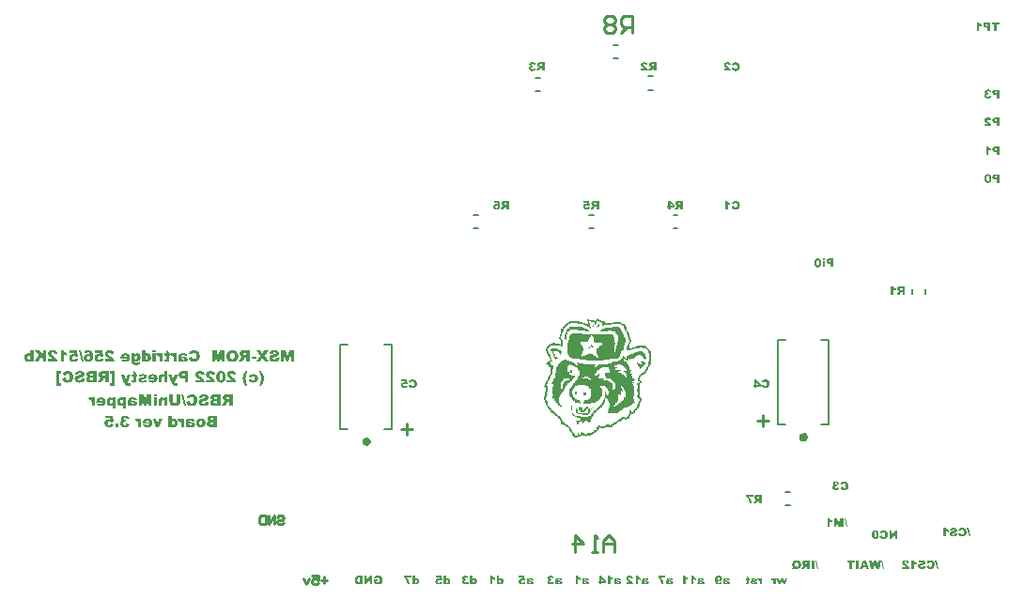
<source format=gbo>
G04*
G04 #@! TF.GenerationSoftware,Altium Limited,Altium Designer,19.0.7 (175)*
G04*
G04 Layer_Color=32896*
%FSLAX25Y25*%
%MOIN*%
G70*
G01*
G75*
%ADD10C,0.00787*%
%ADD23C,0.01575*%
%ADD48C,0.01000*%
G36*
X210951Y-118930D02*
X211447D01*
Y-119177D01*
X212190D01*
Y-119425D01*
X212934D01*
Y-119673D01*
X213430D01*
Y-119921D01*
Y-120169D01*
X216652D01*
Y-119921D01*
X219130D01*
Y-120169D01*
X219626D01*
Y-120417D01*
X220122D01*
Y-120665D01*
X220617D01*
Y-120913D01*
X220865D01*
Y-121160D01*
Y-121408D01*
X221113D01*
Y-121656D01*
Y-121904D01*
Y-122152D01*
X221361D01*
Y-122400D01*
Y-122648D01*
Y-122895D01*
Y-123143D01*
X221609D01*
Y-123391D01*
X221857D01*
Y-123639D01*
Y-123887D01*
X222105D01*
Y-124135D01*
Y-124382D01*
X222352D01*
Y-124630D01*
Y-124878D01*
Y-125126D01*
Y-125374D01*
X222600D01*
Y-125622D01*
Y-125870D01*
Y-126117D01*
Y-126365D01*
X222848D01*
Y-126613D01*
Y-126861D01*
X222600D01*
Y-127109D01*
Y-127357D01*
Y-127605D01*
X222352D01*
Y-127852D01*
Y-128100D01*
Y-128348D01*
X222105D01*
Y-128596D01*
Y-128844D01*
Y-129092D01*
X223096D01*
Y-128844D01*
X224087D01*
Y-128596D01*
X225079D01*
Y-128348D01*
X227805D01*
Y-128596D01*
X228301D01*
Y-128844D01*
X228549D01*
Y-129092D01*
X229045D01*
Y-129340D01*
Y-129587D01*
X229292D01*
Y-129835D01*
X229540D01*
Y-130083D01*
Y-130331D01*
X229788D01*
Y-130579D01*
Y-130827D01*
Y-131075D01*
X230036D01*
Y-131322D01*
Y-131570D01*
Y-131818D01*
Y-132066D01*
Y-132314D01*
Y-132562D01*
Y-132809D01*
Y-133057D01*
Y-133305D01*
Y-133553D01*
Y-133801D01*
X229788D01*
Y-134049D01*
Y-134297D01*
Y-134545D01*
Y-134792D01*
X229540D01*
Y-135040D01*
Y-135288D01*
Y-135536D01*
X229292D01*
Y-135784D01*
Y-136032D01*
X229045D01*
Y-136279D01*
Y-136527D01*
Y-136775D01*
X228797D01*
Y-137023D01*
X228549D01*
Y-137271D01*
X228301D01*
Y-137519D01*
Y-137767D01*
X228053D01*
Y-138014D01*
X227805D01*
Y-138262D01*
X227557D01*
Y-138510D01*
X227062D01*
Y-138758D01*
X226814D01*
Y-139006D01*
X226318D01*
Y-139254D01*
Y-139502D01*
X226070D01*
Y-139749D01*
Y-139997D01*
Y-140245D01*
Y-140493D01*
X226318D01*
Y-140741D01*
X226566D01*
Y-140989D01*
Y-141237D01*
Y-141484D01*
X226318D01*
Y-141732D01*
X225822D01*
Y-141980D01*
Y-142228D01*
X226070D01*
Y-142476D01*
Y-142724D01*
Y-142972D01*
Y-143219D01*
Y-143467D01*
Y-143715D01*
X225822D01*
Y-143963D01*
Y-144211D01*
Y-144459D01*
Y-144706D01*
X226070D01*
Y-144954D01*
Y-145202D01*
Y-145450D01*
Y-145698D01*
Y-145946D01*
X225822D01*
Y-146194D01*
Y-146441D01*
X226070D01*
Y-146689D01*
X226318D01*
Y-146937D01*
X226566D01*
Y-147185D01*
Y-147433D01*
Y-147681D01*
Y-147929D01*
X226318D01*
Y-148177D01*
Y-148424D01*
X226070D01*
Y-148672D01*
Y-148920D01*
X225822D01*
Y-149168D01*
Y-149416D01*
Y-149664D01*
Y-149911D01*
X225574D01*
Y-150159D01*
Y-150407D01*
X225327D01*
Y-150655D01*
X225079D01*
Y-150903D01*
X224831D01*
Y-151151D01*
X224583D01*
Y-151399D01*
X224335D01*
Y-151646D01*
Y-151894D01*
X224087D01*
Y-152142D01*
Y-152390D01*
X223592D01*
Y-152638D01*
X222600D01*
Y-152886D01*
Y-153134D01*
X222352D01*
Y-153381D01*
Y-153629D01*
Y-153877D01*
X222105D01*
Y-154125D01*
X221857D01*
Y-154373D01*
X221361D01*
Y-154621D01*
X220617D01*
Y-154373D01*
X219874D01*
Y-154621D01*
X219626D01*
Y-154869D01*
X219130D01*
Y-155116D01*
X218882D01*
Y-155364D01*
X218387D01*
Y-155612D01*
X217891D01*
Y-155860D01*
X217643D01*
Y-156108D01*
X217147D01*
Y-156356D01*
X216900D01*
Y-156604D01*
X216404D01*
Y-156851D01*
X216156D01*
Y-157099D01*
X214669D01*
Y-156851D01*
X214421D01*
Y-157099D01*
X214173D01*
Y-157347D01*
X213678D01*
Y-157595D01*
X211943D01*
Y-157347D01*
X211447D01*
Y-157595D01*
Y-157843D01*
X211199D01*
Y-158091D01*
Y-158338D01*
X210951D01*
Y-158586D01*
X210703D01*
Y-158834D01*
X210208D01*
Y-159082D01*
X209960D01*
Y-159330D01*
X209464D01*
Y-159578D01*
X209216D01*
Y-159826D01*
X208720D01*
Y-160073D01*
X207481D01*
Y-160321D01*
X206985D01*
Y-160569D01*
X206490D01*
Y-160321D01*
X205994D01*
Y-160073D01*
X205498D01*
Y-160321D01*
X205003D01*
Y-160569D01*
X204011D01*
Y-160817D01*
X202524D01*
Y-160569D01*
X202276D01*
Y-160321D01*
Y-160073D01*
X202028D01*
Y-159826D01*
Y-159578D01*
X201781D01*
Y-159330D01*
X201533D01*
Y-159082D01*
Y-158834D01*
X201285D01*
Y-158586D01*
X201037D01*
Y-158338D01*
Y-158091D01*
X200789D01*
Y-157843D01*
Y-157595D01*
X200541D01*
Y-157347D01*
X200045D01*
Y-157099D01*
X199798D01*
Y-156851D01*
X199550D01*
Y-156604D01*
X199054D01*
Y-156356D01*
X198558D01*
Y-156108D01*
X198063D01*
Y-155860D01*
Y-155612D01*
Y-155364D01*
X197815D01*
Y-155116D01*
Y-154869D01*
X197567D01*
Y-154621D01*
Y-154373D01*
X197319D01*
Y-154125D01*
X197071D01*
Y-153877D01*
X196823D01*
Y-153629D01*
X196575D01*
Y-153381D01*
X196080D01*
Y-153134D01*
X195832D01*
Y-152886D01*
X195584D01*
Y-152638D01*
X195336D01*
Y-152390D01*
X195088D01*
Y-152142D01*
X194593D01*
Y-151894D01*
X194345D01*
Y-151646D01*
X194097D01*
Y-151399D01*
Y-151151D01*
X193849D01*
Y-150903D01*
X193601D01*
Y-150655D01*
X193353D01*
Y-150407D01*
X193106D01*
Y-150159D01*
Y-149911D01*
X192858D01*
Y-149664D01*
Y-149416D01*
Y-149168D01*
X192610D01*
Y-148920D01*
Y-148672D01*
X192362D01*
Y-148424D01*
Y-148177D01*
Y-147929D01*
X192114D01*
Y-147681D01*
Y-147433D01*
X191866D01*
Y-147185D01*
Y-146937D01*
Y-146689D01*
X191619D01*
Y-146441D01*
X191866D01*
Y-146194D01*
X192114D01*
Y-145946D01*
X192362D01*
Y-145698D01*
Y-145450D01*
Y-145202D01*
Y-144954D01*
Y-144706D01*
Y-144459D01*
X192610D01*
Y-144211D01*
Y-143963D01*
Y-143715D01*
Y-143467D01*
Y-143219D01*
X192114D01*
Y-142972D01*
X191866D01*
Y-142724D01*
X192114D01*
Y-142476D01*
Y-142228D01*
Y-141980D01*
X192362D01*
Y-141732D01*
Y-141484D01*
X192610D01*
Y-141237D01*
Y-140989D01*
X192858D01*
Y-140741D01*
Y-140493D01*
X193106D01*
Y-140245D01*
Y-139997D01*
X193353D01*
Y-139749D01*
Y-139502D01*
X193601D01*
Y-139254D01*
Y-139006D01*
X193849D01*
Y-138758D01*
Y-138510D01*
X194097D01*
Y-138262D01*
Y-138014D01*
Y-137767D01*
Y-137519D01*
Y-137271D01*
Y-137023D01*
X194345D01*
Y-136775D01*
Y-136527D01*
Y-136279D01*
Y-136032D01*
Y-135784D01*
X193601D01*
Y-135536D01*
Y-135288D01*
X193106D01*
Y-135040D01*
X192362D01*
Y-134792D01*
X192610D01*
Y-134545D01*
X192858D01*
Y-134297D01*
X193106D01*
Y-134049D01*
X193353D01*
Y-133801D01*
X193849D01*
Y-133553D01*
X194097D01*
Y-133305D01*
Y-133057D01*
X193849D01*
Y-132809D01*
Y-132562D01*
Y-132314D01*
X193601D01*
Y-132066D01*
Y-131818D01*
X193353D01*
Y-131570D01*
X193106D01*
Y-131322D01*
Y-131075D01*
X192858D01*
Y-130827D01*
Y-130579D01*
Y-130331D01*
Y-130083D01*
X192610D01*
Y-129835D01*
Y-129587D01*
Y-129340D01*
X192858D01*
Y-129092D01*
Y-128844D01*
Y-128596D01*
X193106D01*
Y-128348D01*
X193353D01*
Y-128100D01*
X193601D01*
Y-127852D01*
X194097D01*
Y-127605D01*
X194841D01*
Y-127357D01*
X195832D01*
Y-127605D01*
X197567D01*
Y-127852D01*
X197815D01*
Y-127605D01*
X198063D01*
Y-127357D01*
Y-127109D01*
Y-126861D01*
X197815D01*
Y-126613D01*
Y-126365D01*
X197567D01*
Y-126117D01*
Y-125870D01*
X197319D01*
Y-125622D01*
Y-125374D01*
Y-125126D01*
X197567D01*
Y-124878D01*
Y-124630D01*
Y-124382D01*
Y-124135D01*
X197815D01*
Y-123887D01*
Y-123639D01*
Y-123391D01*
X198063D01*
Y-123143D01*
Y-122895D01*
Y-122648D01*
Y-122400D01*
X198310D01*
Y-122152D01*
X198558D01*
Y-121904D01*
Y-121656D01*
X198806D01*
Y-121408D01*
X199054D01*
Y-121160D01*
X199302D01*
Y-120913D01*
X199550D01*
Y-120665D01*
X199798D01*
Y-120417D01*
X200045D01*
Y-120169D01*
X200541D01*
Y-119921D01*
X200789D01*
Y-119673D01*
X201285D01*
Y-119425D01*
X203516D01*
Y-119673D01*
X204507D01*
Y-119921D01*
X205746D01*
Y-120169D01*
X206490D01*
Y-120417D01*
X206985D01*
Y-120665D01*
X207481D01*
Y-120417D01*
Y-120169D01*
Y-119921D01*
Y-119673D01*
X207233D01*
Y-119425D01*
Y-119177D01*
Y-118930D01*
X207977D01*
Y-119177D01*
X209960D01*
Y-119425D01*
X210208D01*
Y-119177D01*
X210455D01*
Y-118930D01*
X210703D01*
Y-118682D01*
X210951D01*
Y-118930D01*
D02*
G37*
G36*
X54168Y-130720D02*
X53060D01*
Y-129962D01*
X54168D01*
Y-130720D01*
D02*
G37*
G36*
X92856Y-131879D02*
X94234Y-133957D01*
X92856D01*
X92069Y-132674D01*
X91274Y-133957D01*
X89889D01*
X91252Y-131901D01*
X90006Y-129962D01*
X91354D01*
X92047Y-131194D01*
X92747Y-129962D01*
X94110D01*
X92856Y-131879D01*
D02*
G37*
G36*
X38013Y-129903D02*
X38188Y-129918D01*
X38342Y-129940D01*
X38465Y-129969D01*
X38568Y-129998D01*
X38640Y-130020D01*
X38684Y-130035D01*
X38691Y-130042D01*
X38699D01*
X38815Y-130100D01*
X38910Y-130166D01*
X38998Y-130231D01*
X39063Y-130297D01*
X39121Y-130355D01*
X39165Y-130399D01*
X39187Y-130428D01*
X39194Y-130443D01*
X39253Y-130552D01*
X39304Y-130669D01*
X39340Y-130786D01*
X39377Y-130902D01*
X39399Y-131011D01*
X39413Y-131092D01*
X39420Y-131128D01*
X39428Y-131150D01*
Y-131165D01*
Y-131172D01*
X38312Y-131259D01*
X38291Y-131143D01*
X38269Y-131048D01*
X38239Y-130968D01*
X38210Y-130902D01*
X38181Y-130851D01*
X38159Y-130815D01*
X38145Y-130800D01*
X38137Y-130793D01*
X38079Y-130749D01*
X38021Y-130713D01*
X37962Y-130691D01*
X37911Y-130669D01*
X37860Y-130662D01*
X37824Y-130654D01*
X37788D01*
X37715Y-130662D01*
X37649Y-130676D01*
X37591Y-130698D01*
X37540Y-130720D01*
X37496Y-130742D01*
X37467Y-130764D01*
X37452Y-130778D01*
X37445Y-130786D01*
X37401Y-130837D01*
X37365Y-130888D01*
X37343Y-130939D01*
X37321Y-130990D01*
X37314Y-131033D01*
X37306Y-131070D01*
Y-131092D01*
Y-131099D01*
X37314Y-131165D01*
X37328Y-131223D01*
X37350Y-131289D01*
X37372Y-131340D01*
X37401Y-131391D01*
X37423Y-131427D01*
X37437Y-131449D01*
X37445Y-131456D01*
X37474Y-131493D01*
X37510Y-131536D01*
X37598Y-131624D01*
X37707Y-131711D01*
X37809Y-131806D01*
X37911Y-131886D01*
X37992Y-131952D01*
X38028Y-131974D01*
X38050Y-131996D01*
X38065Y-132003D01*
X38072Y-132010D01*
X38218Y-132120D01*
X38349Y-132222D01*
X38473Y-132324D01*
X38582Y-132419D01*
X38684Y-132513D01*
X38772Y-132594D01*
X38852Y-132674D01*
X38917Y-132747D01*
X38976Y-132812D01*
X39034Y-132870D01*
X39070Y-132922D01*
X39107Y-132958D01*
X39136Y-132994D01*
X39151Y-133016D01*
X39158Y-133031D01*
X39165Y-133038D01*
X39260Y-133198D01*
X39340Y-133366D01*
X39399Y-133519D01*
X39442Y-133658D01*
X39479Y-133782D01*
X39486Y-133833D01*
X39493Y-133877D01*
X39501Y-133906D01*
X39508Y-133935D01*
Y-133949D01*
Y-133957D01*
X36169D01*
Y-133053D01*
X37911D01*
X37802Y-132958D01*
X37722Y-132878D01*
X37693Y-132856D01*
X37671Y-132834D01*
X37656Y-132827D01*
X37649Y-132819D01*
X37598Y-132776D01*
X37532Y-132725D01*
X37452Y-132674D01*
X37379Y-132623D01*
X37306Y-132572D01*
X37248Y-132528D01*
X37211Y-132499D01*
X37197Y-132491D01*
X37095Y-132419D01*
X37000Y-132346D01*
X36913Y-132273D01*
X36832Y-132207D01*
X36767Y-132141D01*
X36701Y-132083D01*
X36592Y-131974D01*
X36512Y-131886D01*
X36461Y-131821D01*
X36424Y-131777D01*
X36417Y-131762D01*
X36344Y-131639D01*
X36293Y-131515D01*
X36249Y-131391D01*
X36227Y-131289D01*
X36213Y-131194D01*
X36198Y-131121D01*
Y-131099D01*
Y-131077D01*
Y-131070D01*
Y-131063D01*
X36206Y-130939D01*
X36227Y-130822D01*
X36257Y-130713D01*
X36293Y-130625D01*
X36329Y-130545D01*
X36359Y-130494D01*
X36380Y-130457D01*
X36388Y-130443D01*
X36461Y-130348D01*
X36548Y-130261D01*
X36636Y-130195D01*
X36716Y-130137D01*
X36789Y-130093D01*
X36854Y-130057D01*
X36891Y-130042D01*
X36898Y-130035D01*
X36905D01*
X37037Y-129991D01*
X37182Y-129955D01*
X37336Y-129933D01*
X37481Y-129911D01*
X37613Y-129903D01*
X37671D01*
X37722Y-129896D01*
X37817D01*
X38013Y-129903D01*
D02*
G37*
G36*
X17835D02*
X18010Y-129918D01*
X18163Y-129940D01*
X18287Y-129969D01*
X18389Y-129998D01*
X18462Y-130020D01*
X18505Y-130035D01*
X18513Y-130042D01*
X18520D01*
X18637Y-130100D01*
X18731Y-130166D01*
X18819Y-130231D01*
X18884Y-130297D01*
X18943Y-130355D01*
X18986Y-130399D01*
X19008Y-130428D01*
X19016Y-130443D01*
X19074Y-130552D01*
X19125Y-130669D01*
X19162Y-130786D01*
X19198Y-130902D01*
X19220Y-131011D01*
X19234Y-131092D01*
X19242Y-131128D01*
X19249Y-131150D01*
Y-131165D01*
Y-131172D01*
X18134Y-131259D01*
X18112Y-131143D01*
X18090Y-131048D01*
X18061Y-130968D01*
X18032Y-130902D01*
X18002Y-130851D01*
X17980Y-130815D01*
X17966Y-130800D01*
X17959Y-130793D01*
X17900Y-130749D01*
X17842Y-130713D01*
X17784Y-130691D01*
X17733Y-130669D01*
X17682Y-130662D01*
X17645Y-130654D01*
X17609D01*
X17536Y-130662D01*
X17470Y-130676D01*
X17412Y-130698D01*
X17361Y-130720D01*
X17317Y-130742D01*
X17288Y-130764D01*
X17273Y-130778D01*
X17266Y-130786D01*
X17222Y-130837D01*
X17186Y-130888D01*
X17164Y-130939D01*
X17142Y-130990D01*
X17135Y-131033D01*
X17128Y-131070D01*
Y-131092D01*
Y-131099D01*
X17135Y-131165D01*
X17150Y-131223D01*
X17171Y-131289D01*
X17193Y-131340D01*
X17222Y-131391D01*
X17244Y-131427D01*
X17259Y-131449D01*
X17266Y-131456D01*
X17295Y-131493D01*
X17332Y-131536D01*
X17419Y-131624D01*
X17529Y-131711D01*
X17631Y-131806D01*
X17733Y-131886D01*
X17813Y-131952D01*
X17849Y-131974D01*
X17871Y-131996D01*
X17886Y-132003D01*
X17893Y-132010D01*
X18039Y-132120D01*
X18170Y-132222D01*
X18294Y-132324D01*
X18403Y-132419D01*
X18505Y-132513D01*
X18593Y-132594D01*
X18673Y-132674D01*
X18739Y-132747D01*
X18797Y-132812D01*
X18855Y-132870D01*
X18892Y-132922D01*
X18928Y-132958D01*
X18957Y-132994D01*
X18972Y-133016D01*
X18979Y-133031D01*
X18986Y-133038D01*
X19081Y-133198D01*
X19162Y-133366D01*
X19220Y-133519D01*
X19264Y-133658D01*
X19300Y-133782D01*
X19307Y-133833D01*
X19315Y-133877D01*
X19322Y-133906D01*
X19329Y-133935D01*
Y-133949D01*
Y-133957D01*
X15990Y-133957D01*
Y-133053D01*
X17733Y-133053D01*
X17623Y-132958D01*
X17543Y-132878D01*
X17514Y-132856D01*
X17492Y-132834D01*
X17478Y-132827D01*
X17470Y-132819D01*
X17419Y-132776D01*
X17354Y-132725D01*
X17273Y-132674D01*
X17200Y-132623D01*
X17128Y-132572D01*
X17069Y-132528D01*
X17033Y-132499D01*
X17018Y-132491D01*
X16916Y-132419D01*
X16821Y-132346D01*
X16734Y-132273D01*
X16654Y-132207D01*
X16588Y-132141D01*
X16522Y-132083D01*
X16413Y-131974D01*
X16333Y-131886D01*
X16282Y-131821D01*
X16246Y-131777D01*
X16238Y-131762D01*
X16165Y-131639D01*
X16114Y-131515D01*
X16071Y-131391D01*
X16049Y-131289D01*
X16034Y-131194D01*
X16019Y-131121D01*
Y-131099D01*
Y-131077D01*
Y-131070D01*
Y-131063D01*
X16027Y-130939D01*
X16049Y-130822D01*
X16078Y-130713D01*
X16114Y-130625D01*
X16151Y-130545D01*
X16180Y-130494D01*
X16202Y-130457D01*
X16209Y-130443D01*
X16282Y-130348D01*
X16369Y-130261D01*
X16457Y-130195D01*
X16537Y-130137D01*
X16610Y-130093D01*
X16676Y-130057D01*
X16712Y-130042D01*
X16719Y-130035D01*
X16727D01*
X16858Y-129991D01*
X17004Y-129955D01*
X17157Y-129933D01*
X17303Y-129911D01*
X17434Y-129903D01*
X17492D01*
X17543Y-129896D01*
X17638D01*
X17835Y-129903D01*
D02*
G37*
G36*
X10756Y-133957D02*
X9721D01*
Y-133534D01*
X9641Y-133629D01*
X9568Y-133702D01*
X9495Y-133767D01*
X9437Y-133818D01*
X9386Y-133855D01*
X9349Y-133877D01*
X9327Y-133891D01*
X9320Y-133898D01*
X9225Y-133942D01*
X9138Y-133971D01*
X9043Y-133993D01*
X8963Y-134008D01*
X8890Y-134015D01*
X8839Y-134022D01*
X8788D01*
X8664Y-134015D01*
X8547Y-133993D01*
X8438Y-133964D01*
X8350Y-133935D01*
X8270Y-133906D01*
X8219Y-133877D01*
X8183Y-133855D01*
X8168Y-133847D01*
X8066Y-133774D01*
X7986Y-133687D01*
X7906Y-133599D01*
X7847Y-133512D01*
X7796Y-133432D01*
X7760Y-133366D01*
X7738Y-133323D01*
X7731Y-133315D01*
Y-133308D01*
X7680Y-133169D01*
X7636Y-133024D01*
X7607Y-132885D01*
X7592Y-132754D01*
X7578Y-132637D01*
Y-132594D01*
X7570Y-132550D01*
Y-132513D01*
Y-132491D01*
Y-132477D01*
Y-132470D01*
X7578Y-132338D01*
X7585Y-132222D01*
X7600Y-132105D01*
X7621Y-132003D01*
X7651Y-131901D01*
X7680Y-131813D01*
X7709Y-131733D01*
X7745Y-131660D01*
X7774Y-131595D01*
X7811Y-131544D01*
X7840Y-131493D01*
X7862Y-131456D01*
X7891Y-131420D01*
X7906Y-131398D01*
X7913Y-131391D01*
X7920Y-131383D01*
X7986Y-131318D01*
X8059Y-131252D01*
X8124Y-131201D01*
X8205Y-131157D01*
X8350Y-131092D01*
X8489Y-131048D01*
X8606Y-131019D01*
X8664Y-131012D01*
X8708Y-131004D01*
X8744Y-130997D01*
X8890D01*
X8977Y-131012D01*
X9058Y-131026D01*
X9123Y-131041D01*
X9182Y-131055D01*
X9225Y-131070D01*
X9254Y-131077D01*
X9262Y-131084D01*
X9335Y-131121D01*
X9408Y-131165D01*
X9473Y-131208D01*
X9524Y-131245D01*
X9568Y-131289D01*
X9604Y-131318D01*
X9626Y-131340D01*
X9634Y-131347D01*
Y-129962D01*
X10756D01*
Y-133957D01*
D02*
G37*
G36*
X35601Y-132112D02*
X34660Y-132251D01*
X34609Y-132200D01*
X34565Y-132156D01*
X34521Y-132120D01*
X34485Y-132090D01*
X34456Y-132069D01*
X34434Y-132054D01*
X34420Y-132039D01*
X34412D01*
X34354Y-132010D01*
X34295Y-131996D01*
X34201Y-131966D01*
X34157D01*
X34128Y-131959D01*
X34099D01*
X34011Y-131966D01*
X33924Y-131988D01*
X33858Y-132010D01*
X33800Y-132039D01*
X33749Y-132076D01*
X33720Y-132098D01*
X33698Y-132120D01*
X33691Y-132127D01*
X33639Y-132200D01*
X33603Y-132280D01*
X33574Y-132368D01*
X33559Y-132455D01*
X33545Y-132528D01*
X33537Y-132594D01*
Y-132637D01*
Y-132644D01*
Y-132652D01*
X33545Y-132776D01*
X33559Y-132878D01*
X33588Y-132965D01*
X33610Y-133038D01*
X33639Y-133097D01*
X33669Y-133133D01*
X33683Y-133162D01*
X33691Y-133169D01*
X33749Y-133228D01*
X33814Y-133271D01*
X33880Y-133301D01*
X33938Y-133323D01*
X33997Y-133337D01*
X34040Y-133344D01*
X34077D01*
X34150Y-133337D01*
X34223Y-133323D01*
X34288Y-133301D01*
X34339Y-133271D01*
X34383Y-133250D01*
X34412Y-133228D01*
X34434Y-133213D01*
X34441Y-133206D01*
X34492Y-133148D01*
X34529Y-133082D01*
X34565Y-133016D01*
X34587Y-132951D01*
X34602Y-132892D01*
X34616Y-132841D01*
X34624Y-132812D01*
Y-132798D01*
X35746Y-132922D01*
X35717Y-133024D01*
X35681Y-133118D01*
X35651Y-133198D01*
X35615Y-133264D01*
X35593Y-133323D01*
X35571Y-133359D01*
X35557Y-133388D01*
X35549Y-133395D01*
X35447Y-133527D01*
X35396Y-133585D01*
X35345Y-133629D01*
X35294Y-133672D01*
X35258Y-133702D01*
X35236Y-133723D01*
X35229Y-133731D01*
X35068Y-133826D01*
X34988Y-133862D01*
X34908Y-133891D01*
X34842Y-133920D01*
X34791Y-133935D01*
X34762Y-133942D01*
X34747Y-133949D01*
X34638Y-133971D01*
X34521Y-133993D01*
X34405Y-134008D01*
X34303Y-134015D01*
X34208D01*
X34135Y-134022D01*
X34070D01*
X33873Y-134015D01*
X33698Y-133993D01*
X33537Y-133964D01*
X33406Y-133928D01*
X33304Y-133898D01*
X33260Y-133884D01*
X33231Y-133869D01*
X33202Y-133855D01*
X33180Y-133847D01*
X33173Y-133840D01*
X33166D01*
X33042Y-133760D01*
X32932Y-133672D01*
X32838Y-133585D01*
X32757Y-133497D01*
X32699Y-133417D01*
X32655Y-133352D01*
X32626Y-133308D01*
X32619Y-133301D01*
Y-133293D01*
X32553Y-133162D01*
X32502Y-133024D01*
X32473Y-132900D01*
X32444Y-132790D01*
X32429Y-132688D01*
X32422Y-132615D01*
Y-132586D01*
Y-132564D01*
Y-132557D01*
Y-132550D01*
X32429Y-132448D01*
X32437Y-132353D01*
X32480Y-132178D01*
X32539Y-132018D01*
X32612Y-131886D01*
X32684Y-131784D01*
X32714Y-131740D01*
X32743Y-131704D01*
X32765Y-131675D01*
X32787Y-131653D01*
X32794Y-131646D01*
X32801Y-131639D01*
X32874Y-131573D01*
X32947Y-131515D01*
X33027Y-131471D01*
X33107Y-131427D01*
X33268Y-131361D01*
X33428Y-131318D01*
X33559Y-131296D01*
X33618Y-131281D01*
X33669D01*
X33712Y-131274D01*
X33771D01*
X33902Y-131281D01*
X33960Y-131289D01*
X34011Y-131296D01*
X34062Y-131303D01*
X34099Y-131310D01*
X34121Y-131318D01*
X34128D01*
X34259Y-131354D01*
X34325Y-131376D01*
X34383Y-131398D01*
X34427Y-131420D01*
X34470Y-131434D01*
X34492Y-131442D01*
X34500Y-131449D01*
X34405Y-130851D01*
X32612D01*
Y-129962D01*
X35250D01*
X35601Y-132112D01*
D02*
G37*
G36*
X26597D02*
X25657Y-132251D01*
X25606Y-132200D01*
X25562Y-132156D01*
X25518Y-132120D01*
X25482Y-132090D01*
X25453Y-132069D01*
X25431Y-132054D01*
X25416Y-132039D01*
X25409D01*
X25351Y-132010D01*
X25292Y-131996D01*
X25198Y-131966D01*
X25154D01*
X25125Y-131959D01*
X25096D01*
X25008Y-131966D01*
X24921Y-131988D01*
X24855Y-132010D01*
X24797Y-132039D01*
X24746Y-132076D01*
X24716Y-132098D01*
X24695Y-132120D01*
X24687Y-132127D01*
X24636Y-132200D01*
X24600Y-132280D01*
X24571Y-132368D01*
X24556Y-132455D01*
X24542Y-132528D01*
X24534Y-132594D01*
Y-132637D01*
Y-132644D01*
Y-132652D01*
X24542Y-132776D01*
X24556Y-132878D01*
X24585Y-132965D01*
X24607Y-133038D01*
X24636Y-133097D01*
X24666Y-133133D01*
X24680Y-133162D01*
X24687Y-133169D01*
X24746Y-133228D01*
X24811Y-133271D01*
X24877Y-133301D01*
X24935Y-133323D01*
X24994Y-133337D01*
X25037Y-133344D01*
X25074D01*
X25147Y-133337D01*
X25220Y-133323D01*
X25285Y-133301D01*
X25336Y-133271D01*
X25380Y-133250D01*
X25409Y-133228D01*
X25431Y-133213D01*
X25438Y-133206D01*
X25489Y-133148D01*
X25526Y-133082D01*
X25562Y-133016D01*
X25584Y-132951D01*
X25599Y-132892D01*
X25613Y-132841D01*
X25620Y-132812D01*
Y-132798D01*
X26743Y-132922D01*
X26714Y-133024D01*
X26678Y-133118D01*
X26648Y-133198D01*
X26612Y-133264D01*
X26590Y-133323D01*
X26568Y-133359D01*
X26554Y-133388D01*
X26546Y-133395D01*
X26444Y-133527D01*
X26393Y-133585D01*
X26342Y-133629D01*
X26291Y-133672D01*
X26255Y-133702D01*
X26233Y-133723D01*
X26226Y-133731D01*
X26065Y-133826D01*
X25985Y-133862D01*
X25905Y-133891D01*
X25839Y-133920D01*
X25788Y-133935D01*
X25759Y-133942D01*
X25744Y-133949D01*
X25635Y-133971D01*
X25518Y-133993D01*
X25402Y-134008D01*
X25300Y-134015D01*
X25205D01*
X25132Y-134022D01*
X25066D01*
X24870Y-134015D01*
X24695Y-133993D01*
X24534Y-133964D01*
X24403Y-133928D01*
X24301Y-133898D01*
X24257Y-133884D01*
X24228Y-133869D01*
X24199Y-133855D01*
X24177Y-133847D01*
X24170Y-133840D01*
X24162D01*
X24038Y-133760D01*
X23929Y-133672D01*
X23834Y-133585D01*
X23754Y-133497D01*
X23696Y-133417D01*
X23652Y-133352D01*
X23623Y-133308D01*
X23616Y-133301D01*
Y-133293D01*
X23550Y-133162D01*
X23499Y-133024D01*
X23470Y-132900D01*
X23441Y-132790D01*
X23426Y-132688D01*
X23419Y-132615D01*
Y-132586D01*
Y-132564D01*
Y-132557D01*
Y-132550D01*
X23426Y-132448D01*
X23433Y-132353D01*
X23477Y-132178D01*
X23536Y-132018D01*
X23608Y-131886D01*
X23681Y-131784D01*
X23710Y-131740D01*
X23740Y-131704D01*
X23762Y-131675D01*
X23783Y-131653D01*
X23791Y-131646D01*
X23798Y-131639D01*
X23871Y-131573D01*
X23944Y-131515D01*
X24024Y-131471D01*
X24104Y-131427D01*
X24264Y-131361D01*
X24425Y-131318D01*
X24556Y-131296D01*
X24614Y-131281D01*
X24666D01*
X24709Y-131274D01*
X24768D01*
X24899Y-131281D01*
X24957Y-131289D01*
X25008Y-131296D01*
X25059Y-131303D01*
X25096Y-131310D01*
X25117Y-131318D01*
X25125D01*
X25256Y-131354D01*
X25322Y-131376D01*
X25380Y-131398D01*
X25424Y-131420D01*
X25467Y-131434D01*
X25489Y-131442D01*
X25497Y-131449D01*
X25402Y-130851D01*
X23608D01*
Y-129962D01*
X26247D01*
X26597Y-132112D01*
D02*
G37*
G36*
X15334Y-133957D02*
X14102D01*
Y-132987D01*
X13468Y-132324D01*
X12622Y-133957D01*
X11099D01*
X12630Y-131471D01*
X11164Y-129962D01*
X12812D01*
X14102Y-131478D01*
Y-129962D01*
X15334D01*
Y-133957D01*
D02*
G37*
G36*
X47680Y-131004D02*
X47775Y-131011D01*
X47942Y-131055D01*
X48088Y-131106D01*
X48212Y-131172D01*
X48314Y-131237D01*
X48387Y-131296D01*
X48409Y-131318D01*
X48431Y-131340D01*
X48438Y-131347D01*
X48445Y-131354D01*
X48504Y-131427D01*
X48548Y-131500D01*
X48628Y-131668D01*
X48686Y-131835D01*
X48722Y-132003D01*
X48752Y-132149D01*
X48759Y-132214D01*
Y-132273D01*
X48766Y-132317D01*
Y-132353D01*
Y-132375D01*
Y-132382D01*
X48759Y-132594D01*
X48730Y-132783D01*
X48686Y-132943D01*
X48642Y-133082D01*
X48620Y-133140D01*
X48599Y-133191D01*
X48577Y-133235D01*
X48555Y-133271D01*
X48540Y-133301D01*
X48526Y-133323D01*
X48518Y-133330D01*
Y-133337D01*
X48445Y-133424D01*
X48373Y-133505D01*
X48292Y-133570D01*
X48219Y-133629D01*
X48139Y-133680D01*
X48059Y-133716D01*
X47986Y-133753D01*
X47913Y-133774D01*
X47782Y-133811D01*
X47724Y-133826D01*
X47673Y-133833D01*
X47636Y-133840D01*
X47578D01*
X47469Y-133833D01*
X47366Y-133818D01*
X47272Y-133796D01*
X47184Y-133774D01*
X47119Y-133753D01*
X47060Y-133731D01*
X47031Y-133716D01*
X47017Y-133709D01*
X46958Y-133672D01*
X46900Y-133629D01*
X46842Y-133585D01*
X46791Y-133534D01*
X46747Y-133497D01*
X46718Y-133461D01*
X46696Y-133439D01*
X46689Y-133432D01*
Y-133869D01*
X46696Y-133979D01*
X46710Y-134066D01*
X46725Y-134139D01*
X46747Y-134205D01*
X46776Y-134248D01*
X46791Y-134277D01*
X46805Y-134299D01*
X46812Y-134307D01*
X46863Y-134350D01*
X46922Y-134379D01*
X46980Y-134409D01*
X47038Y-134423D01*
X47089Y-134431D01*
X47133Y-134438D01*
X47177D01*
X47243Y-134431D01*
X47301Y-134423D01*
X47352Y-134409D01*
X47396Y-134394D01*
X47432Y-134379D01*
X47461Y-134365D01*
X47476Y-134350D01*
X47483D01*
X47512Y-134321D01*
X47541Y-134292D01*
X47578Y-134226D01*
X47592Y-134197D01*
X47600Y-134168D01*
X47607Y-134153D01*
Y-134146D01*
X48686Y-134022D01*
Y-134081D01*
Y-134124D01*
Y-134161D01*
Y-134168D01*
X48679Y-134248D01*
X48671Y-134321D01*
X48635Y-134460D01*
X48584Y-134584D01*
X48526Y-134678D01*
X48467Y-134759D01*
X48416Y-134817D01*
X48380Y-134853D01*
X48365Y-134868D01*
X48300Y-134912D01*
X48219Y-134955D01*
X48132Y-134992D01*
X48037Y-135021D01*
X47840Y-135065D01*
X47644Y-135094D01*
X47549Y-135108D01*
X47454Y-135116D01*
X47374Y-135123D01*
X47301D01*
X47243Y-135130D01*
X47024D01*
X46900Y-135116D01*
X46783Y-135108D01*
X46681Y-135094D01*
X46601Y-135079D01*
X46543Y-135072D01*
X46506Y-135057D01*
X46492D01*
X46382Y-135028D01*
X46288Y-134992D01*
X46207Y-134963D01*
X46134Y-134926D01*
X46076Y-134890D01*
X46040Y-134861D01*
X46011Y-134846D01*
X46003Y-134839D01*
X45930Y-134781D01*
X45872Y-134715D01*
X45814Y-134642D01*
X45770Y-134584D01*
X45734Y-134525D01*
X45712Y-134482D01*
X45697Y-134445D01*
X45690Y-134438D01*
X45653Y-134343D01*
X45624Y-134256D01*
X45602Y-134168D01*
X45588Y-134088D01*
X45581Y-134022D01*
X45573Y-133971D01*
Y-133942D01*
Y-133928D01*
Y-133796D01*
Y-131063D01*
X46616D01*
Y-131493D01*
X46689Y-131398D01*
X46762Y-131325D01*
X46827Y-131259D01*
X46893Y-131201D01*
X46944Y-131165D01*
X46987Y-131135D01*
X47017Y-131121D01*
X47024Y-131114D01*
X47111Y-131077D01*
X47206Y-131048D01*
X47301Y-131026D01*
X47388Y-131011D01*
X47469Y-131004D01*
X47527Y-130997D01*
X47585D01*
X47680Y-131004D01*
D02*
G37*
G36*
X30403Y-129903D02*
X30541Y-129918D01*
X30672Y-129940D01*
X30796Y-129976D01*
X30906Y-130013D01*
X31008Y-130057D01*
X31102Y-130100D01*
X31190Y-130144D01*
X31263Y-130195D01*
X31328Y-130239D01*
X31387Y-130282D01*
X31438Y-130319D01*
X31474Y-130355D01*
X31496Y-130377D01*
X31511Y-130392D01*
X31518Y-130399D01*
X31598Y-130501D01*
X31664Y-130611D01*
X31730Y-130735D01*
X31780Y-130858D01*
X31824Y-130990D01*
X31861Y-131121D01*
X31912Y-131376D01*
X31934Y-131500D01*
X31948Y-131617D01*
X31956Y-131719D01*
X31963Y-131806D01*
X31970Y-131879D01*
Y-131930D01*
Y-131966D01*
Y-131981D01*
Y-132120D01*
X31963Y-132244D01*
X31948Y-132368D01*
X31934Y-132477D01*
X31919Y-132586D01*
X31904Y-132681D01*
X31883Y-132776D01*
X31861Y-132856D01*
X31846Y-132929D01*
X31824Y-132987D01*
X31810Y-133045D01*
X31788Y-133089D01*
X31780Y-133126D01*
X31766Y-133148D01*
X31759Y-133162D01*
Y-133169D01*
X31671Y-133323D01*
X31576Y-133461D01*
X31474Y-133570D01*
X31387Y-133658D01*
X31299Y-133731D01*
X31234Y-133782D01*
X31190Y-133811D01*
X31183Y-133818D01*
X31175D01*
X31030Y-133884D01*
X30869Y-133935D01*
X30709Y-133971D01*
X30556Y-133993D01*
X30425Y-134008D01*
X30366Y-134015D01*
X30315Y-134022D01*
X30213D01*
X30038Y-134015D01*
X29878Y-134000D01*
X29732Y-133971D01*
X29615Y-133942D01*
X29521Y-133913D01*
X29448Y-133884D01*
X29404Y-133869D01*
X29389Y-133862D01*
X29273Y-133789D01*
X29163Y-133716D01*
X29076Y-133629D01*
X29003Y-133548D01*
X28945Y-133476D01*
X28901Y-133417D01*
X28872Y-133381D01*
X28864Y-133366D01*
X28799Y-133242D01*
X28755Y-133118D01*
X28719Y-132994D01*
X28697Y-132885D01*
X28682Y-132783D01*
X28675Y-132710D01*
Y-132681D01*
Y-132659D01*
Y-132652D01*
Y-132644D01*
X28682Y-132535D01*
X28690Y-132433D01*
X28733Y-132251D01*
X28792Y-132083D01*
X28857Y-131945D01*
X28894Y-131886D01*
X28930Y-131835D01*
X28959Y-131784D01*
X28988Y-131748D01*
X29010Y-131719D01*
X29032Y-131697D01*
X29039Y-131690D01*
X29047Y-131682D01*
X29120Y-131617D01*
X29193Y-131551D01*
X29265Y-131500D01*
X29346Y-131456D01*
X29499Y-131391D01*
X29645Y-131347D01*
X29768Y-131318D01*
X29820Y-131310D01*
X29871Y-131303D01*
X29907Y-131296D01*
X29958D01*
X30053Y-131303D01*
X30147Y-131310D01*
X30228Y-131325D01*
X30301Y-131347D01*
X30359Y-131369D01*
X30403Y-131383D01*
X30432Y-131391D01*
X30439Y-131398D01*
X30519Y-131434D01*
X30592Y-131485D01*
X30658Y-131536D01*
X30724Y-131580D01*
X30775Y-131624D01*
X30811Y-131660D01*
X30840Y-131690D01*
X30847Y-131697D01*
X30840Y-131580D01*
X30825Y-131478D01*
X30811Y-131383D01*
X30804Y-131296D01*
X30789Y-131216D01*
X30775Y-131150D01*
X30760Y-131092D01*
X30745Y-131033D01*
X30738Y-130990D01*
X30724Y-130953D01*
X30702Y-130902D01*
X30694Y-130866D01*
X30687Y-130858D01*
X30629Y-130764D01*
X30556Y-130698D01*
X30490Y-130647D01*
X30417Y-130618D01*
X30359Y-130596D01*
X30308Y-130589D01*
X30279Y-130581D01*
X30264D01*
X30213Y-130589D01*
X30162Y-130596D01*
X30082Y-130632D01*
X30053Y-130654D01*
X30031Y-130669D01*
X30024Y-130676D01*
X30016Y-130684D01*
X29980Y-130727D01*
X29951Y-130771D01*
X29900Y-130880D01*
X29885Y-130924D01*
X29871Y-130968D01*
X29863Y-130997D01*
Y-131004D01*
X28762Y-130873D01*
X28806Y-130756D01*
X28850Y-130647D01*
X28894Y-130560D01*
X28945Y-130479D01*
X28981Y-130421D01*
X29018Y-130370D01*
X29039Y-130341D01*
X29047Y-130334D01*
X29120Y-130261D01*
X29193Y-130195D01*
X29273Y-130137D01*
X29346Y-130093D01*
X29411Y-130057D01*
X29462Y-130035D01*
X29491Y-130020D01*
X29506Y-130013D01*
X29615Y-129976D01*
X29739Y-129947D01*
X29863Y-129925D01*
X29987Y-129911D01*
X30089Y-129903D01*
X30177Y-129896D01*
X30257D01*
X30403Y-129903D01*
D02*
G37*
G36*
X21443Y-130035D02*
X21523Y-130159D01*
X21604Y-130268D01*
X21684Y-130355D01*
X21757Y-130436D01*
X21815Y-130494D01*
X21851Y-130523D01*
X21859Y-130538D01*
X21866D01*
X21990Y-130632D01*
X22136Y-130713D01*
X22282Y-130786D01*
X22420Y-130851D01*
X22544Y-130902D01*
X22602Y-130924D01*
X22646Y-130946D01*
X22690Y-130953D01*
X22719Y-130968D01*
X22734Y-130975D01*
X22741D01*
Y-131879D01*
X22602Y-131835D01*
X22479Y-131799D01*
X22376Y-131755D01*
X22282Y-131719D01*
X22209Y-131690D01*
X22150Y-131668D01*
X22121Y-131653D01*
X22107Y-131646D01*
X22012Y-131595D01*
X21917Y-131536D01*
X21822Y-131478D01*
X21742Y-131427D01*
X21677Y-131376D01*
X21618Y-131340D01*
X21589Y-131310D01*
X21575Y-131303D01*
Y-133957D01*
X20452D01*
Y-129896D01*
X21370D01*
X21443Y-130035D01*
D02*
G37*
G36*
X64155Y-131004D02*
X64250Y-131011D01*
X64338Y-131019D01*
X64411Y-131033D01*
X64469Y-131041D01*
X64498Y-131048D01*
X64513D01*
X64607Y-131063D01*
X64688Y-131084D01*
X64761Y-131106D01*
X64819Y-131128D01*
X64863Y-131150D01*
X64899Y-131165D01*
X64921Y-131172D01*
X64928Y-131179D01*
X65001Y-131223D01*
X65067Y-131274D01*
X65125Y-131318D01*
X65169Y-131361D01*
X65205Y-131398D01*
X65234Y-131427D01*
X65249Y-131449D01*
X65256Y-131456D01*
X65293Y-131522D01*
X65329Y-131595D01*
X65358Y-131668D01*
X65380Y-131733D01*
X65402Y-131799D01*
X65409Y-131850D01*
X65424Y-131879D01*
Y-131894D01*
X64359Y-132003D01*
X64338Y-131937D01*
X64309Y-131886D01*
X64279Y-131843D01*
X64250Y-131806D01*
X64228Y-131777D01*
X64206Y-131762D01*
X64199Y-131748D01*
X64192D01*
X64134Y-131719D01*
X64068Y-131697D01*
X63937Y-131668D01*
X63878D01*
X63827Y-131660D01*
X63711D01*
X63645Y-131675D01*
X63594Y-131690D01*
X63558Y-131704D01*
X63521Y-131719D01*
X63499Y-131733D01*
X63492Y-131740D01*
X63485Y-131748D01*
X63456Y-131784D01*
X63434Y-131828D01*
X63405Y-131915D01*
Y-131959D01*
X63397Y-131996D01*
Y-132018D01*
Y-132025D01*
X63550Y-132083D01*
X63616Y-132105D01*
X63674Y-132127D01*
X63725Y-132141D01*
X63762Y-132156D01*
X63791Y-132163D01*
X63798D01*
X63835Y-132171D01*
X63886Y-132185D01*
X64002Y-132214D01*
X64134Y-132244D01*
X64272Y-132273D01*
X64396Y-132295D01*
X64454Y-132309D01*
X64505Y-132317D01*
X64549Y-132324D01*
X64578Y-132331D01*
X64600Y-132338D01*
X64607D01*
X64702Y-132360D01*
X64790Y-132382D01*
X64935Y-132433D01*
X65059Y-132484D01*
X65161Y-132535D01*
X65234Y-132579D01*
X65285Y-132615D01*
X65315Y-132644D01*
X65322Y-132652D01*
X65387Y-132732D01*
X65431Y-132827D01*
X65468Y-132914D01*
X65490Y-133002D01*
X65504Y-133075D01*
X65511Y-133133D01*
Y-133177D01*
Y-133184D01*
Y-133191D01*
X65497Y-133323D01*
X65468Y-133432D01*
X65431Y-133534D01*
X65380Y-133621D01*
X65329Y-133694D01*
X65293Y-133745D01*
X65263Y-133774D01*
X65249Y-133789D01*
X65140Y-133869D01*
X65008Y-133920D01*
X64877Y-133964D01*
X64753Y-133993D01*
X64636Y-134008D01*
X64586Y-134015D01*
X64542D01*
X64505Y-134022D01*
X64454D01*
X64316Y-134015D01*
X64185Y-134000D01*
X64068Y-133986D01*
X63966Y-133964D01*
X63886Y-133942D01*
X63820Y-133920D01*
X63784Y-133913D01*
X63769Y-133906D01*
X63689Y-133869D01*
X63616Y-133818D01*
X63543Y-133774D01*
X63477Y-133723D01*
X63419Y-133680D01*
X63375Y-133643D01*
X63346Y-133614D01*
X63339Y-133607D01*
X63324Y-133687D01*
X63310Y-133745D01*
X63302Y-133774D01*
Y-133789D01*
X63281Y-133840D01*
X63251Y-133891D01*
X63222Y-133935D01*
X63215Y-133949D01*
Y-133957D01*
X62173D01*
X62231Y-133840D01*
X62245Y-133789D01*
X62260Y-133745D01*
X62275Y-133709D01*
X62282Y-133687D01*
X62289Y-133672D01*
Y-133665D01*
X62296Y-133614D01*
X62304Y-133563D01*
X62311Y-133461D01*
Y-133417D01*
Y-133381D01*
Y-133352D01*
Y-133344D01*
Y-132069D01*
Y-131988D01*
X62326Y-131915D01*
X62340Y-131843D01*
X62355Y-131777D01*
X62369Y-131719D01*
X62384Y-131675D01*
X62391Y-131646D01*
X62398Y-131639D01*
X62428Y-131558D01*
X62464Y-131485D01*
X62501Y-131427D01*
X62537Y-131376D01*
X62566Y-131340D01*
X62595Y-131310D01*
X62610Y-131296D01*
X62617Y-131289D01*
X62697Y-131230D01*
X62785Y-131179D01*
X62865Y-131135D01*
X62945Y-131106D01*
X63018Y-131084D01*
X63077Y-131070D01*
X63113Y-131055D01*
X63127D01*
X63244Y-131033D01*
X63375Y-131019D01*
X63514Y-131011D01*
X63638Y-131004D01*
X63754Y-130997D01*
X64046D01*
X64155Y-131004D01*
D02*
G37*
G36*
X103150Y-133957D02*
X102136D01*
Y-130910D01*
X101364Y-133957D01*
X100445D01*
X99665Y-130910D01*
Y-133957D01*
X98652D01*
Y-129962D01*
X100277D01*
X100904Y-132397D01*
X101524Y-129962D01*
X103150D01*
Y-133957D01*
D02*
G37*
G36*
X78648D02*
X77635D01*
Y-130910D01*
X76862Y-133957D01*
X75943D01*
X75163Y-130910D01*
Y-133957D01*
X74150Y-133957D01*
Y-129962D01*
X75776Y-129962D01*
X76403Y-132397D01*
X77022Y-129962D01*
X78648D01*
Y-133957D01*
D02*
G37*
G36*
X89772Y-132929D02*
X88161D01*
Y-132069D01*
X89772D01*
Y-132929D01*
D02*
G37*
G36*
X67946Y-129903D02*
X68114Y-129918D01*
X68267Y-129947D01*
X68413Y-129976D01*
X68544Y-130020D01*
X68668Y-130064D01*
X68784Y-130115D01*
X68879Y-130159D01*
X68974Y-130210D01*
X69047Y-130261D01*
X69113Y-130304D01*
X69171Y-130348D01*
X69207Y-130377D01*
X69244Y-130406D01*
X69258Y-130421D01*
X69266Y-130428D01*
X69361Y-130530D01*
X69441Y-130647D01*
X69506Y-130764D01*
X69572Y-130888D01*
X69623Y-131019D01*
X69659Y-131143D01*
X69696Y-131267D01*
X69725Y-131391D01*
X69747Y-131507D01*
X69761Y-131609D01*
X69776Y-131704D01*
X69783Y-131792D01*
Y-131857D01*
X69791Y-131908D01*
Y-131937D01*
Y-131952D01*
X69776Y-132214D01*
X69761Y-132338D01*
X69747Y-132455D01*
X69718Y-132564D01*
X69696Y-132666D01*
X69667Y-132761D01*
X69638Y-132841D01*
X69616Y-132922D01*
X69586Y-132987D01*
X69557Y-133045D01*
X69535Y-133089D01*
X69521Y-133126D01*
X69506Y-133155D01*
X69492Y-133169D01*
Y-133177D01*
X69375Y-133344D01*
X69258Y-133483D01*
X69134Y-133592D01*
X69025Y-133687D01*
X68930Y-133753D01*
X68850Y-133804D01*
X68821Y-133818D01*
X68799Y-133833D01*
X68792Y-133840D01*
X68784D01*
X68617Y-133898D01*
X68442Y-133942D01*
X68260Y-133979D01*
X68092Y-134000D01*
X68012Y-134008D01*
X67939Y-134015D01*
X67881D01*
X67822Y-134022D01*
X67713D01*
X67523Y-134015D01*
X67348Y-134000D01*
X67195Y-133971D01*
X67071Y-133942D01*
X66969Y-133920D01*
X66889Y-133891D01*
X66867Y-133884D01*
X66845Y-133877D01*
X66838Y-133869D01*
X66831D01*
X66707Y-133804D01*
X66590Y-133731D01*
X66496Y-133658D01*
X66408Y-133585D01*
X66342Y-133512D01*
X66291Y-133461D01*
X66255Y-133424D01*
X66248Y-133410D01*
X66160Y-133286D01*
X66094Y-133162D01*
X66029Y-133038D01*
X65985Y-132914D01*
X65941Y-132812D01*
X65920Y-132725D01*
X65912Y-132695D01*
X65905Y-132674D01*
X65898Y-132659D01*
Y-132652D01*
X66977Y-132317D01*
X67013Y-132455D01*
X67057Y-132572D01*
X67101Y-132674D01*
X67144Y-132754D01*
X67181Y-132819D01*
X67217Y-132863D01*
X67239Y-132892D01*
X67246Y-132900D01*
X67319Y-132965D01*
X67407Y-133016D01*
X67494Y-133045D01*
X67582Y-133075D01*
X67662Y-133089D01*
X67728Y-133097D01*
X67786D01*
X67917Y-133089D01*
X68026Y-133060D01*
X68128Y-133024D01*
X68209Y-132973D01*
X68267Y-132929D01*
X68318Y-132892D01*
X68347Y-132863D01*
X68354Y-132856D01*
X68391Y-132805D01*
X68420Y-132747D01*
X68471Y-132608D01*
X68500Y-132455D01*
X68529Y-132309D01*
X68544Y-132171D01*
Y-132105D01*
X68551Y-132054D01*
Y-132010D01*
Y-131974D01*
Y-131952D01*
Y-131945D01*
X68544Y-131755D01*
X68522Y-131595D01*
X68500Y-131464D01*
X68464Y-131354D01*
X68435Y-131274D01*
X68413Y-131208D01*
X68391Y-131179D01*
X68384Y-131165D01*
X68340Y-131106D01*
X68296Y-131048D01*
X68194Y-130968D01*
X68085Y-130902D01*
X67983Y-130866D01*
X67888Y-130837D01*
X67808Y-130829D01*
X67786Y-130822D01*
X67677D01*
X67611Y-130837D01*
X67553Y-130844D01*
X67501Y-130858D01*
X67465Y-130873D01*
X67429Y-130888D01*
X67414Y-130895D01*
X67407Y-130902D01*
X67305Y-130968D01*
X67225Y-131041D01*
X67195Y-131070D01*
X67166Y-131099D01*
X67159Y-131114D01*
X67152Y-131121D01*
X67130Y-131157D01*
X67108Y-131194D01*
X67064Y-131281D01*
X67049Y-131318D01*
X67035Y-131354D01*
X67028Y-131376D01*
Y-131383D01*
X65934Y-131143D01*
X65978Y-131026D01*
X66022Y-130917D01*
X66073Y-130822D01*
X66124Y-130727D01*
X66175Y-130640D01*
X66233Y-130567D01*
X66284Y-130494D01*
X66335Y-130436D01*
X66386Y-130377D01*
X66430Y-130334D01*
X66474Y-130290D01*
X66510Y-130261D01*
X66539Y-130231D01*
X66561Y-130217D01*
X66576Y-130202D01*
X66583D01*
X66670Y-130151D01*
X66758Y-130100D01*
X66948Y-130027D01*
X67144Y-129969D01*
X67341Y-129933D01*
X67429Y-129918D01*
X67509Y-129911D01*
X67582Y-129903D01*
X67647D01*
X67698Y-129896D01*
X67771D01*
X67946Y-129903D01*
D02*
G37*
G36*
X58943Y-130538D02*
Y-131063D01*
X59351D01*
Y-131872D01*
X58943D01*
Y-132892D01*
X58936Y-133060D01*
X58929Y-133206D01*
X58914Y-133330D01*
X58899Y-133432D01*
X58885Y-133505D01*
X58870Y-133556D01*
X58856Y-133592D01*
Y-133599D01*
X58819Y-133672D01*
X58768Y-133738D01*
X58724Y-133796D01*
X58673Y-133840D01*
X58630Y-133877D01*
X58593Y-133898D01*
X58571Y-133913D01*
X58564Y-133920D01*
X58484Y-133957D01*
X58382Y-133979D01*
X58287Y-134000D01*
X58185Y-134008D01*
X58090Y-134015D01*
X58017Y-134022D01*
X57952D01*
X57813Y-134015D01*
X57682Y-134008D01*
X57551Y-133993D01*
X57434Y-133979D01*
X57332Y-133964D01*
X57252Y-133949D01*
X57223Y-133942D01*
X57201Y-133935D01*
X57179D01*
X57266Y-133169D01*
X57346Y-133191D01*
X57412Y-133206D01*
X57471Y-133220D01*
X57521Y-133228D01*
X57558D01*
X57587Y-133235D01*
X57609D01*
X57653Y-133228D01*
X57696Y-133220D01*
X57755Y-133191D01*
X57784Y-133162D01*
X57798Y-133148D01*
X57806Y-133118D01*
X57813Y-133082D01*
X57820Y-133002D01*
X57828Y-132965D01*
Y-132929D01*
Y-132907D01*
Y-132900D01*
Y-131872D01*
X57215D01*
Y-131063D01*
X57828D01*
Y-129962D01*
X58943Y-130538D01*
D02*
G37*
G36*
X43547Y-131004D02*
X43678Y-131011D01*
X43802Y-131033D01*
X43918Y-131063D01*
X44028Y-131092D01*
X44122Y-131128D01*
X44217Y-131172D01*
X44297Y-131208D01*
X44370Y-131245D01*
X44429Y-131289D01*
X44487Y-131325D01*
X44531Y-131354D01*
X44567Y-131383D01*
X44589Y-131398D01*
X44604Y-131412D01*
X44611Y-131420D01*
X44684Y-131500D01*
X44749Y-131587D01*
X44808Y-131675D01*
X44859Y-131770D01*
X44903Y-131865D01*
X44939Y-131952D01*
X44990Y-132127D01*
X45005Y-132207D01*
X45019Y-132280D01*
X45026Y-132353D01*
X45034Y-132411D01*
X45041Y-132455D01*
Y-132491D01*
Y-132513D01*
Y-132521D01*
X45034Y-132695D01*
X45005Y-132849D01*
X44975Y-132994D01*
X44932Y-133111D01*
X44895Y-133213D01*
X44859Y-133286D01*
X44851Y-133315D01*
X44837Y-133337D01*
X44830Y-133344D01*
Y-133352D01*
X44742Y-133476D01*
X44655Y-133578D01*
X44560Y-133665D01*
X44472Y-133738D01*
X44399Y-133789D01*
X44334Y-133833D01*
X44297Y-133855D01*
X44283Y-133862D01*
X44152Y-133913D01*
X44006Y-133957D01*
X43853Y-133986D01*
X43707Y-134000D01*
X43576Y-134015D01*
X43525D01*
X43474Y-134022D01*
X43255D01*
X43146Y-134015D01*
X43036Y-134008D01*
X42941Y-133993D01*
X42847Y-133979D01*
X42766Y-133964D01*
X42694Y-133942D01*
X42621Y-133928D01*
X42562Y-133913D01*
X42511Y-133891D01*
X42468Y-133877D01*
X42431Y-133862D01*
X42402Y-133847D01*
X42380Y-133840D01*
X42373Y-133833D01*
X42366D01*
X42234Y-133753D01*
X42118Y-133658D01*
X42016Y-133548D01*
X41928Y-133446D01*
X41855Y-133352D01*
X41797Y-133279D01*
X41782Y-133250D01*
X41768Y-133228D01*
X41753Y-133213D01*
Y-133206D01*
X42847Y-133104D01*
X42883Y-133155D01*
X42927Y-133191D01*
X42956Y-133228D01*
X42985Y-133250D01*
X43029Y-133286D01*
X43036Y-133293D01*
X43044D01*
X43102Y-133323D01*
X43153Y-133337D01*
X43248Y-133366D01*
X43291D01*
X43321Y-133373D01*
X43350D01*
X43444Y-133366D01*
X43525Y-133344D01*
X43598Y-133315D01*
X43656Y-133279D01*
X43707Y-133242D01*
X43743Y-133213D01*
X43765Y-133191D01*
X43773Y-133184D01*
X43809Y-133126D01*
X43838Y-133067D01*
X43882Y-132936D01*
X43896Y-132878D01*
X43904Y-132827D01*
X43911Y-132798D01*
Y-132783D01*
X41688D01*
Y-132659D01*
X41695Y-132455D01*
X41717Y-132273D01*
X41746Y-132120D01*
X41782Y-131981D01*
X41819Y-131879D01*
X41833Y-131835D01*
X41848Y-131799D01*
X41863Y-131770D01*
X41870Y-131748D01*
X41877Y-131740D01*
Y-131733D01*
X41957Y-131609D01*
X42045Y-131500D01*
X42132Y-131405D01*
X42227Y-131325D01*
X42307Y-131267D01*
X42373Y-131223D01*
X42417Y-131194D01*
X42424Y-131186D01*
X42431D01*
X42577Y-131121D01*
X42737Y-131077D01*
X42898Y-131041D01*
X43051Y-131019D01*
X43189Y-131004D01*
X43255D01*
X43306Y-130997D01*
X43408D01*
X43547Y-131004D01*
D02*
G37*
G36*
X87615Y-133957D02*
X86375D01*
Y-132338D01*
X86273D01*
X86208Y-132346D01*
X86149Y-132353D01*
X86098Y-132368D01*
X86054Y-132382D01*
X86018Y-132404D01*
X85989Y-132419D01*
X85974Y-132426D01*
X85967Y-132433D01*
X85931Y-132469D01*
X85887Y-132513D01*
X85814Y-132615D01*
X85785Y-132659D01*
X85763Y-132703D01*
X85748Y-132732D01*
X85741Y-132739D01*
X85078Y-133957D01*
X83678D01*
X84283Y-132805D01*
X84305Y-132768D01*
X84327Y-132732D01*
X84385Y-132644D01*
X84414Y-132615D01*
X84436Y-132586D01*
X84451Y-132564D01*
X84458Y-132557D01*
X84502Y-132499D01*
X84545Y-132455D01*
X84575Y-132419D01*
X84604Y-132389D01*
X84626Y-132368D01*
X84640Y-132353D01*
X84655Y-132346D01*
X84699Y-132316D01*
X84750Y-132295D01*
X84852Y-132244D01*
X84903Y-132229D01*
X84939Y-132214D01*
X84968Y-132200D01*
X84976D01*
X84881Y-132171D01*
X84793Y-132149D01*
X84720Y-132120D01*
X84655Y-132098D01*
X84611Y-132076D01*
X84575Y-132054D01*
X84553Y-132047D01*
X84545Y-132039D01*
X84458Y-131981D01*
X84378Y-131915D01*
X84312Y-131850D01*
X84254Y-131792D01*
X84210Y-131733D01*
X84174Y-131690D01*
X84159Y-131660D01*
X84152Y-131653D01*
X84101Y-131558D01*
X84064Y-131456D01*
X84043Y-131361D01*
X84021Y-131274D01*
X84013Y-131194D01*
X84006Y-131135D01*
Y-131092D01*
Y-131077D01*
X84013Y-130939D01*
X84035Y-130815D01*
X84064Y-130705D01*
X84101Y-130611D01*
X84137Y-130530D01*
X84166Y-130472D01*
X84188Y-130443D01*
X84196Y-130428D01*
X84268Y-130334D01*
X84349Y-130261D01*
X84429Y-130195D01*
X84509Y-130144D01*
X84575Y-130108D01*
X84633Y-130086D01*
X84669Y-130071D01*
X84684Y-130064D01*
X84808Y-130027D01*
X84947Y-130006D01*
X85092Y-129984D01*
X85231Y-129976D01*
X85362Y-129969D01*
X85413Y-129962D01*
X87615D01*
Y-133957D01*
D02*
G37*
G36*
X59978Y-131004D02*
X60051Y-131011D01*
X60124Y-131033D01*
X60182Y-131055D01*
X60226Y-131077D01*
X60263Y-131092D01*
X60284Y-131106D01*
X60292Y-131114D01*
X60350Y-131165D01*
X60401Y-131230D01*
X60503Y-131369D01*
X60540Y-131434D01*
X60569Y-131485D01*
X60591Y-131522D01*
X60598Y-131536D01*
Y-131063D01*
X61633D01*
Y-133957D01*
X60518D01*
Y-132987D01*
Y-132863D01*
X60510Y-132747D01*
X60503Y-132644D01*
X60488Y-132550D01*
X60481Y-132462D01*
X60467Y-132382D01*
X60452Y-132317D01*
X60430Y-132251D01*
X60416Y-132200D01*
X60401Y-132156D01*
X60387Y-132120D01*
X60379Y-132090D01*
X60357Y-132054D01*
X60350Y-132039D01*
X60299Y-131981D01*
X60241Y-131937D01*
X60190Y-131901D01*
X60131Y-131879D01*
X60080Y-131865D01*
X60044Y-131857D01*
X59964D01*
X59913Y-131872D01*
X59811Y-131901D01*
X59767Y-131915D01*
X59730Y-131930D01*
X59708Y-131937D01*
X59701Y-131945D01*
X59351Y-131150D01*
X59461Y-131099D01*
X59563Y-131063D01*
X59650Y-131033D01*
X59730Y-131019D01*
X59796Y-131004D01*
X59847Y-130997D01*
X59891D01*
X59978Y-131004D01*
D02*
G37*
G36*
X55021D02*
X55094Y-131011D01*
X55167Y-131033D01*
X55225Y-131055D01*
X55269Y-131077D01*
X55305Y-131092D01*
X55327Y-131106D01*
X55335Y-131114D01*
X55393Y-131165D01*
X55444Y-131230D01*
X55546Y-131369D01*
X55582Y-131434D01*
X55611Y-131485D01*
X55633Y-131522D01*
X55641Y-131536D01*
Y-131063D01*
X56676D01*
Y-133957D01*
X55560D01*
Y-132987D01*
Y-132863D01*
X55553Y-132747D01*
X55546Y-132644D01*
X55531Y-132550D01*
X55524Y-132462D01*
X55510Y-132382D01*
X55495Y-132317D01*
X55473Y-132251D01*
X55458Y-132200D01*
X55444Y-132156D01*
X55429Y-132120D01*
X55422Y-132090D01*
X55400Y-132054D01*
X55393Y-132039D01*
X55342Y-131981D01*
X55283Y-131937D01*
X55232Y-131901D01*
X55174Y-131879D01*
X55123Y-131865D01*
X55087Y-131857D01*
X55006D01*
X54955Y-131872D01*
X54853Y-131901D01*
X54810Y-131915D01*
X54773Y-131930D01*
X54751Y-131937D01*
X54744Y-131945D01*
X54394Y-131150D01*
X54503Y-131099D01*
X54606Y-131063D01*
X54693Y-131033D01*
X54773Y-131019D01*
X54839Y-131004D01*
X54890Y-130997D01*
X54934D01*
X55021Y-131004D01*
D02*
G37*
G36*
X54168Y-133957D02*
X53060D01*
Y-131063D01*
X54168D01*
Y-133957D01*
D02*
G37*
G36*
X96450Y-129903D02*
X96647Y-129918D01*
X96815Y-129947D01*
X96895Y-129962D01*
X96960Y-129976D01*
X97019Y-129991D01*
X97070Y-130006D01*
X97114Y-130020D01*
X97150Y-130035D01*
X97179Y-130042D01*
X97201Y-130049D01*
X97208Y-130057D01*
X97215D01*
X97339Y-130122D01*
X97449Y-130188D01*
X97544Y-130261D01*
X97616Y-130326D01*
X97675Y-130392D01*
X97719Y-130443D01*
X97748Y-130472D01*
X97755Y-130487D01*
X97813Y-130589D01*
X97857Y-130691D01*
X97886Y-130793D01*
X97908Y-130880D01*
X97923Y-130953D01*
X97930Y-131019D01*
Y-131055D01*
Y-131063D01*
Y-131070D01*
X97923Y-131157D01*
X97915Y-131237D01*
X97879Y-131383D01*
X97821Y-131515D01*
X97755Y-131624D01*
X97697Y-131719D01*
X97638Y-131784D01*
X97602Y-131821D01*
X97587Y-131828D01*
Y-131835D01*
X97514Y-131894D01*
X97434Y-131945D01*
X97259Y-132039D01*
X97070Y-132120D01*
X96873Y-132193D01*
X96785Y-132222D01*
X96705Y-132244D01*
X96625Y-132265D01*
X96559Y-132287D01*
X96508Y-132295D01*
X96465Y-132309D01*
X96435Y-132316D01*
X96428D01*
X96341Y-132338D01*
X96261Y-132360D01*
X96188Y-132375D01*
X96122Y-132397D01*
X96013Y-132440D01*
X95925Y-132477D01*
X95867Y-132506D01*
X95823Y-132528D01*
X95801Y-132542D01*
X95794Y-132550D01*
X95750Y-132594D01*
X95714Y-132644D01*
X95692Y-132688D01*
X95670Y-132732D01*
X95663Y-132768D01*
X95656Y-132798D01*
Y-132819D01*
Y-132827D01*
X95663Y-132885D01*
X95677Y-132943D01*
X95699Y-132994D01*
X95728Y-133038D01*
X95758Y-133067D01*
X95779Y-133097D01*
X95794Y-133111D01*
X95801Y-133118D01*
X95860Y-133155D01*
X95925Y-133184D01*
X95991Y-133206D01*
X96056Y-133220D01*
X96122Y-133228D01*
X96166Y-133235D01*
X96210D01*
X96333Y-133228D01*
X96443Y-133198D01*
X96538Y-133162D01*
X96618Y-133111D01*
X96676Y-133067D01*
X96720Y-133031D01*
X96749Y-133002D01*
X96756Y-132994D01*
X96793Y-132936D01*
X96829Y-132863D01*
X96873Y-132717D01*
X96895Y-132659D01*
X96902Y-132608D01*
X96909Y-132572D01*
Y-132557D01*
X98083Y-132637D01*
X98068Y-132747D01*
X98047Y-132856D01*
X97996Y-133045D01*
X97923Y-133220D01*
X97843Y-133366D01*
X97806Y-133424D01*
X97770Y-133483D01*
X97733Y-133527D01*
X97704Y-133563D01*
X97682Y-133592D01*
X97660Y-133614D01*
X97653Y-133629D01*
X97646Y-133636D01*
X97566Y-133702D01*
X97471Y-133760D01*
X97369Y-133818D01*
X97259Y-133862D01*
X97026Y-133928D01*
X96793Y-133971D01*
X96676Y-133993D01*
X96574Y-134000D01*
X96479Y-134008D01*
X96399Y-134015D01*
X96326Y-134022D01*
X96231D01*
X96020Y-134015D01*
X95838Y-134000D01*
X95670Y-133971D01*
X95532Y-133942D01*
X95473Y-133928D01*
X95422Y-133913D01*
X95371Y-133898D01*
X95335Y-133884D01*
X95306Y-133877D01*
X95284Y-133869D01*
X95276Y-133862D01*
X95269D01*
X95131Y-133789D01*
X95014Y-133716D01*
X94912Y-133636D01*
X94824Y-133556D01*
X94759Y-133483D01*
X94708Y-133424D01*
X94679Y-133388D01*
X94671Y-133373D01*
X94598Y-133250D01*
X94547Y-133126D01*
X94504Y-133002D01*
X94482Y-132892D01*
X94467Y-132798D01*
X94453Y-132725D01*
Y-132695D01*
Y-132674D01*
Y-132666D01*
Y-132659D01*
X94460Y-132542D01*
X94475Y-132426D01*
X94504Y-132331D01*
X94533Y-132244D01*
X94562Y-132171D01*
X94591Y-132112D01*
X94606Y-132083D01*
X94613Y-132069D01*
X94679Y-131974D01*
X94759Y-131886D01*
X94846Y-131813D01*
X94927Y-131748D01*
X95007Y-131697D01*
X95065Y-131660D01*
X95109Y-131639D01*
X95116Y-131631D01*
X95123D01*
X95196Y-131595D01*
X95276Y-131566D01*
X95451Y-131500D01*
X95648Y-131434D01*
X95838Y-131383D01*
X95925Y-131361D01*
X96013Y-131340D01*
X96093Y-131318D01*
X96158Y-131303D01*
X96210Y-131289D01*
X96253Y-131281D01*
X96282Y-131274D01*
X96290D01*
X96399Y-131252D01*
X96487Y-131223D01*
X96559Y-131201D01*
X96610Y-131179D01*
X96654Y-131157D01*
X96676Y-131143D01*
X96691Y-131128D01*
X96698D01*
X96727Y-131099D01*
X96749Y-131070D01*
X96771Y-131011D01*
X96785Y-130968D01*
Y-130961D01*
Y-130953D01*
X96778Y-130910D01*
X96771Y-130866D01*
X96734Y-130793D01*
X96698Y-130749D01*
X96691Y-130742D01*
X96683Y-130735D01*
X96640Y-130705D01*
X96589Y-130676D01*
X96479Y-130654D01*
X96428Y-130647D01*
X96392Y-130640D01*
X96355D01*
X96261Y-130647D01*
X96180Y-130662D01*
X96108Y-130676D01*
X96049Y-130698D01*
X96005Y-130727D01*
X95976Y-130742D01*
X95954Y-130756D01*
X95947Y-130764D01*
X95896Y-130815D01*
X95852Y-130880D01*
X95823Y-130946D01*
X95794Y-131004D01*
X95772Y-131063D01*
X95758Y-131114D01*
X95750Y-131143D01*
Y-131157D01*
X94584Y-131092D01*
X94606Y-130982D01*
X94628Y-130873D01*
X94657Y-130778D01*
X94693Y-130691D01*
X94730Y-130611D01*
X94773Y-130530D01*
X94810Y-130465D01*
X94854Y-130406D01*
X94934Y-130312D01*
X94999Y-130239D01*
X95050Y-130202D01*
X95058Y-130188D01*
X95065D01*
X95145Y-130137D01*
X95233Y-130093D01*
X95415Y-130020D01*
X95612Y-129969D01*
X95801Y-129933D01*
X95889Y-129918D01*
X95969Y-129911D01*
X96042Y-129903D01*
X96108D01*
X96158Y-129896D01*
X96231D01*
X96450Y-129903D01*
D02*
G37*
G36*
X81549D02*
X81717Y-129918D01*
X81877Y-129947D01*
X82023Y-129984D01*
X82162Y-130020D01*
X82286Y-130071D01*
X82402Y-130115D01*
X82504Y-130166D01*
X82592Y-130217D01*
X82672Y-130268D01*
X82738Y-130319D01*
X82796Y-130355D01*
X82840Y-130392D01*
X82869Y-130421D01*
X82891Y-130436D01*
X82898Y-130443D01*
X82993Y-130552D01*
X83073Y-130662D01*
X83146Y-130786D01*
X83211Y-130910D01*
X83262Y-131041D01*
X83306Y-131165D01*
X83343Y-131289D01*
X83372Y-131412D01*
X83394Y-131522D01*
X83408Y-131631D01*
X83423Y-131726D01*
X83430Y-131806D01*
Y-131872D01*
X83437Y-131923D01*
Y-131952D01*
Y-131966D01*
X83423Y-132214D01*
X83394Y-132440D01*
X83372Y-132550D01*
X83350Y-132644D01*
X83328Y-132732D01*
X83299Y-132812D01*
X83277Y-132885D01*
X83255Y-132951D01*
X83233Y-133002D01*
X83211Y-133045D01*
X83190Y-133082D01*
X83182Y-133111D01*
X83168Y-133126D01*
Y-133133D01*
X83058Y-133293D01*
X82934Y-133432D01*
X82818Y-133556D01*
X82701Y-133643D01*
X82599Y-133716D01*
X82519Y-133767D01*
X82490Y-133789D01*
X82468Y-133804D01*
X82453Y-133811D01*
X82446D01*
X82271Y-133884D01*
X82082Y-133935D01*
X81899Y-133971D01*
X81724Y-133993D01*
X81637Y-134008D01*
X81564D01*
X81498Y-134015D01*
X81440Y-134022D01*
X81331D01*
X81090Y-134015D01*
X80871Y-133986D01*
X80682Y-133942D01*
X80602Y-133920D01*
X80521Y-133898D01*
X80449Y-133877D01*
X80390Y-133855D01*
X80339Y-133833D01*
X80295Y-133811D01*
X80259Y-133796D01*
X80237Y-133782D01*
X80223Y-133774D01*
X80215D01*
X80055Y-133672D01*
X79924Y-133563D01*
X79807Y-133446D01*
X79712Y-133337D01*
X79632Y-133235D01*
X79581Y-133155D01*
X79559Y-133126D01*
X79545Y-133104D01*
X79537Y-133089D01*
Y-133082D01*
X79457Y-132900D01*
X79399Y-132710D01*
X79355Y-132521D01*
X79326Y-132338D01*
X79319Y-132251D01*
X79311Y-132178D01*
X79304Y-132105D01*
X79297Y-132047D01*
Y-131996D01*
Y-131959D01*
Y-131937D01*
Y-131930D01*
X79304Y-131755D01*
X79319Y-131587D01*
X79348Y-131434D01*
X79384Y-131289D01*
X79421Y-131157D01*
X79472Y-131033D01*
X79515Y-130924D01*
X79566Y-130822D01*
X79618Y-130735D01*
X79668Y-130654D01*
X79720Y-130589D01*
X79756Y-130530D01*
X79792Y-130494D01*
X79822Y-130457D01*
X79836Y-130443D01*
X79843Y-130436D01*
X79953Y-130341D01*
X80062Y-130261D01*
X80186Y-130188D01*
X80310Y-130122D01*
X80434Y-130071D01*
X80565Y-130027D01*
X80689Y-129991D01*
X80813Y-129962D01*
X80922Y-129940D01*
X81032Y-129925D01*
X81126Y-129911D01*
X81214Y-129903D01*
X81280Y-129896D01*
X81374D01*
X81549Y-129903D01*
D02*
G37*
G36*
X50428Y-131347D02*
X50494Y-131289D01*
X50560Y-131230D01*
X50625Y-131186D01*
X50683Y-131150D01*
X50735Y-131121D01*
X50771Y-131099D01*
X50800Y-131092D01*
X50807Y-131084D01*
X50888Y-131055D01*
X50968Y-131033D01*
X51048Y-131019D01*
X51121Y-131004D01*
X51179D01*
X51230Y-130997D01*
X51274D01*
X51369Y-131004D01*
X51464Y-131011D01*
X51639Y-131055D01*
X51784Y-131121D01*
X51908Y-131186D01*
X52010Y-131259D01*
X52083Y-131325D01*
X52112Y-131347D01*
X52134Y-131369D01*
X52141Y-131376D01*
X52149Y-131383D01*
X52207Y-131456D01*
X52258Y-131536D01*
X52346Y-131711D01*
X52404Y-131901D01*
X52448Y-132076D01*
X52462Y-132156D01*
X52469Y-132236D01*
X52484Y-132302D01*
Y-132368D01*
X52491Y-132411D01*
Y-132455D01*
Y-132477D01*
Y-132484D01*
X52477Y-132717D01*
X52440Y-132929D01*
X52397Y-133111D01*
X52368Y-133198D01*
X52338Y-133271D01*
X52309Y-133337D01*
X52280Y-133403D01*
X52258Y-133454D01*
X52236Y-133497D01*
X52214Y-133534D01*
X52200Y-133556D01*
X52185Y-133570D01*
Y-133578D01*
X52120Y-133658D01*
X52054Y-133723D01*
X51988Y-133782D01*
X51908Y-133833D01*
X51835Y-133877D01*
X51762Y-133913D01*
X51617Y-133964D01*
X51485Y-134000D01*
X51427Y-134008D01*
X51376Y-134015D01*
X51340Y-134022D01*
X51281D01*
X51172Y-134015D01*
X51077Y-134000D01*
X50982Y-133986D01*
X50902Y-133957D01*
X50844Y-133935D01*
X50793Y-133920D01*
X50756Y-133906D01*
X50749Y-133898D01*
X50676Y-133855D01*
X50611Y-133804D01*
X50545Y-133738D01*
X50479Y-133680D01*
X50428Y-133621D01*
X50385Y-133578D01*
X50355Y-133548D01*
X50348Y-133534D01*
Y-133957D01*
X49306D01*
Y-129962D01*
X50428D01*
Y-131347D01*
D02*
G37*
G36*
X28478Y-134022D02*
X27924D01*
X26911Y-129896D01*
X27472D01*
X28478Y-134022D01*
D02*
G37*
G36*
X81257Y-137285D02*
X81432Y-137300D01*
X81585Y-137322D01*
X81709Y-137351D01*
X81811Y-137380D01*
X81884Y-137402D01*
X81927Y-137417D01*
X81935Y-137424D01*
X81942D01*
X82059Y-137482D01*
X82153Y-137548D01*
X82241Y-137613D01*
X82306Y-137679D01*
X82365Y-137737D01*
X82408Y-137781D01*
X82430Y-137810D01*
X82438Y-137825D01*
X82496Y-137934D01*
X82547Y-138051D01*
X82583Y-138167D01*
X82620Y-138284D01*
X82642Y-138393D01*
X82656Y-138474D01*
X82664Y-138510D01*
X82671Y-138532D01*
Y-138547D01*
Y-138554D01*
X81555Y-138641D01*
X81534Y-138525D01*
X81512Y-138430D01*
X81483Y-138350D01*
X81454Y-138284D01*
X81424Y-138233D01*
X81402Y-138197D01*
X81388Y-138182D01*
X81381Y-138175D01*
X81322Y-138131D01*
X81264Y-138094D01*
X81206Y-138073D01*
X81155Y-138051D01*
X81103Y-138043D01*
X81067Y-138036D01*
X81031D01*
X80958Y-138043D01*
X80892Y-138058D01*
X80834Y-138080D01*
X80783Y-138102D01*
X80739Y-138124D01*
X80710Y-138146D01*
X80695Y-138160D01*
X80688Y-138167D01*
X80644Y-138218D01*
X80608Y-138269D01*
X80586Y-138321D01*
X80564Y-138372D01*
X80557Y-138415D01*
X80550Y-138452D01*
Y-138474D01*
Y-138481D01*
X80557Y-138547D01*
X80571Y-138605D01*
X80593Y-138670D01*
X80615Y-138722D01*
X80644Y-138772D01*
X80666Y-138809D01*
X80681Y-138831D01*
X80688Y-138838D01*
X80717Y-138875D01*
X80754Y-138918D01*
X80841Y-139006D01*
X80950Y-139093D01*
X81053Y-139188D01*
X81155Y-139268D01*
X81235Y-139334D01*
X81271Y-139356D01*
X81293Y-139378D01*
X81308Y-139385D01*
X81315Y-139392D01*
X81461Y-139502D01*
X81592Y-139604D01*
X81716Y-139706D01*
X81825Y-139800D01*
X81927Y-139895D01*
X82015Y-139975D01*
X82095Y-140056D01*
X82161Y-140128D01*
X82219Y-140194D01*
X82277Y-140252D01*
X82314Y-140303D01*
X82350Y-140340D01*
X82379Y-140376D01*
X82394Y-140398D01*
X82401Y-140413D01*
X82408Y-140420D01*
X82503Y-140580D01*
X82583Y-140748D01*
X82642Y-140901D01*
X82686Y-141040D01*
X82722Y-141164D01*
X82729Y-141215D01*
X82736Y-141258D01*
X82744Y-141288D01*
X82751Y-141317D01*
Y-141331D01*
Y-141339D01*
X79412D01*
Y-140435D01*
X81155D01*
X81045Y-140340D01*
X80965Y-140260D01*
X80936Y-140238D01*
X80914Y-140216D01*
X80899Y-140209D01*
X80892Y-140201D01*
X80841Y-140158D01*
X80775Y-140107D01*
X80695Y-140056D01*
X80622Y-140005D01*
X80550Y-139953D01*
X80491Y-139910D01*
X80455Y-139881D01*
X80440Y-139873D01*
X80338Y-139800D01*
X80243Y-139727D01*
X80156Y-139655D01*
X80076Y-139589D01*
X80010Y-139523D01*
X79944Y-139465D01*
X79835Y-139356D01*
X79755Y-139268D01*
X79704Y-139203D01*
X79667Y-139159D01*
X79660Y-139144D01*
X79587Y-139020D01*
X79536Y-138896D01*
X79492Y-138772D01*
X79471Y-138670D01*
X79456Y-138576D01*
X79441Y-138503D01*
Y-138481D01*
Y-138459D01*
Y-138452D01*
Y-138444D01*
X79449Y-138321D01*
X79471Y-138204D01*
X79500Y-138094D01*
X79536Y-138007D01*
X79573Y-137927D01*
X79602Y-137876D01*
X79624Y-137839D01*
X79631Y-137825D01*
X79704Y-137730D01*
X79791Y-137643D01*
X79879Y-137577D01*
X79959Y-137519D01*
X80032Y-137475D01*
X80098Y-137438D01*
X80134Y-137424D01*
X80141Y-137417D01*
X80149D01*
X80280Y-137373D01*
X80426Y-137336D01*
X80579Y-137314D01*
X80725Y-137293D01*
X80856Y-137285D01*
X80914D01*
X80965Y-137278D01*
X81060D01*
X81257Y-137285D01*
D02*
G37*
G36*
X73806D02*
X73981Y-137300D01*
X74134Y-137322D01*
X74258Y-137351D01*
X74360Y-137380D01*
X74433Y-137402D01*
X74477Y-137417D01*
X74484Y-137424D01*
X74492D01*
X74608Y-137482D01*
X74703Y-137548D01*
X74790Y-137613D01*
X74856Y-137679D01*
X74914Y-137737D01*
X74958Y-137781D01*
X74980Y-137810D01*
X74987Y-137825D01*
X75046Y-137934D01*
X75097Y-138051D01*
X75133Y-138167D01*
X75169Y-138284D01*
X75191Y-138393D01*
X75206Y-138474D01*
X75213Y-138510D01*
X75221Y-138532D01*
Y-138547D01*
Y-138554D01*
X74105Y-138641D01*
X74083Y-138525D01*
X74061Y-138430D01*
X74032Y-138350D01*
X74003Y-138284D01*
X73974Y-138233D01*
X73952Y-138197D01*
X73937Y-138182D01*
X73930Y-138175D01*
X73872Y-138131D01*
X73813Y-138094D01*
X73755Y-138073D01*
X73704Y-138051D01*
X73653Y-138043D01*
X73617Y-138036D01*
X73580D01*
X73507Y-138043D01*
X73442Y-138058D01*
X73383Y-138080D01*
X73332Y-138102D01*
X73289Y-138124D01*
X73260Y-138146D01*
X73245Y-138160D01*
X73238Y-138167D01*
X73194Y-138218D01*
X73157Y-138269D01*
X73136Y-138321D01*
X73114Y-138372D01*
X73106Y-138415D01*
X73099Y-138452D01*
Y-138474D01*
Y-138481D01*
X73106Y-138547D01*
X73121Y-138605D01*
X73143Y-138670D01*
X73165Y-138722D01*
X73194Y-138772D01*
X73216Y-138809D01*
X73230Y-138831D01*
X73238Y-138838D01*
X73267Y-138875D01*
X73303Y-138918D01*
X73391Y-139006D01*
X73500Y-139093D01*
X73602Y-139188D01*
X73704Y-139268D01*
X73784Y-139334D01*
X73821Y-139356D01*
X73843Y-139378D01*
X73857Y-139385D01*
X73865Y-139392D01*
X74010Y-139502D01*
X74142Y-139604D01*
X74265Y-139706D01*
X74375Y-139800D01*
X74477Y-139895D01*
X74564Y-139975D01*
X74645Y-140056D01*
X74710Y-140128D01*
X74769Y-140194D01*
X74827Y-140252D01*
X74863Y-140303D01*
X74900Y-140340D01*
X74929Y-140376D01*
X74944Y-140398D01*
X74951Y-140413D01*
X74958Y-140420D01*
X75053Y-140580D01*
X75133Y-140748D01*
X75191Y-140901D01*
X75235Y-141040D01*
X75271Y-141164D01*
X75279Y-141215D01*
X75286Y-141258D01*
X75293Y-141288D01*
X75301Y-141317D01*
Y-141331D01*
Y-141339D01*
X71962D01*
Y-140435D01*
X73704D01*
X73595Y-140340D01*
X73515Y-140260D01*
X73485Y-140238D01*
X73464Y-140216D01*
X73449Y-140209D01*
X73442Y-140201D01*
X73391Y-140158D01*
X73325Y-140107D01*
X73245Y-140056D01*
X73172Y-140005D01*
X73099Y-139953D01*
X73041Y-139910D01*
X73004Y-139881D01*
X72990Y-139873D01*
X72888Y-139800D01*
X72793Y-139727D01*
X72706Y-139655D01*
X72625Y-139589D01*
X72560Y-139523D01*
X72494Y-139465D01*
X72385Y-139356D01*
X72304Y-139268D01*
X72254Y-139203D01*
X72217Y-139159D01*
X72210Y-139144D01*
X72137Y-139020D01*
X72086Y-138896D01*
X72042Y-138772D01*
X72020Y-138670D01*
X72006Y-138576D01*
X71991Y-138503D01*
Y-138481D01*
Y-138459D01*
Y-138452D01*
Y-138444D01*
X71998Y-138321D01*
X72020Y-138204D01*
X72049Y-138094D01*
X72086Y-138007D01*
X72122Y-137927D01*
X72151Y-137876D01*
X72173Y-137839D01*
X72181Y-137825D01*
X72254Y-137730D01*
X72341Y-137643D01*
X72428Y-137577D01*
X72509Y-137519D01*
X72581Y-137475D01*
X72647Y-137438D01*
X72684Y-137424D01*
X72691Y-137417D01*
X72698D01*
X72829Y-137373D01*
X72975Y-137336D01*
X73128Y-137314D01*
X73274Y-137293D01*
X73405Y-137285D01*
X73464D01*
X73515Y-137278D01*
X73609D01*
X73806Y-137285D01*
D02*
G37*
G36*
X70081D02*
X70256Y-137300D01*
X70409Y-137322D01*
X70533Y-137351D01*
X70635Y-137380D01*
X70708Y-137402D01*
X70752Y-137417D01*
X70759Y-137424D01*
X70766D01*
X70883Y-137482D01*
X70978Y-137548D01*
X71065Y-137613D01*
X71131Y-137679D01*
X71189Y-137737D01*
X71233Y-137781D01*
X71255Y-137810D01*
X71262Y-137825D01*
X71320Y-137934D01*
X71371Y-138051D01*
X71408Y-138167D01*
X71444Y-138284D01*
X71466Y-138393D01*
X71481Y-138474D01*
X71488Y-138510D01*
X71495Y-138532D01*
Y-138547D01*
Y-138554D01*
X70380Y-138641D01*
X70358Y-138525D01*
X70336Y-138430D01*
X70307Y-138350D01*
X70278Y-138284D01*
X70249Y-138233D01*
X70227Y-138197D01*
X70212Y-138182D01*
X70205Y-138175D01*
X70147Y-138131D01*
X70088Y-138094D01*
X70030Y-138073D01*
X69979Y-138051D01*
X69928Y-138043D01*
X69892Y-138036D01*
X69855D01*
X69782Y-138043D01*
X69717Y-138058D01*
X69658Y-138080D01*
X69607Y-138102D01*
X69564Y-138124D01*
X69534Y-138146D01*
X69520Y-138160D01*
X69512Y-138167D01*
X69469Y-138218D01*
X69432Y-138269D01*
X69410Y-138321D01*
X69389Y-138372D01*
X69381Y-138415D01*
X69374Y-138452D01*
Y-138474D01*
Y-138481D01*
X69381Y-138547D01*
X69396Y-138605D01*
X69418Y-138670D01*
X69440Y-138722D01*
X69469Y-138772D01*
X69491Y-138809D01*
X69505Y-138831D01*
X69512Y-138838D01*
X69542Y-138875D01*
X69578Y-138918D01*
X69665Y-139006D01*
X69775Y-139093D01*
X69877Y-139188D01*
X69979Y-139268D01*
X70059Y-139334D01*
X70096Y-139356D01*
X70117Y-139378D01*
X70132Y-139385D01*
X70139Y-139392D01*
X70285Y-139502D01*
X70416Y-139604D01*
X70540Y-139706D01*
X70650Y-139800D01*
X70752Y-139895D01*
X70839Y-139975D01*
X70919Y-140056D01*
X70985Y-140128D01*
X71043Y-140194D01*
X71102Y-140252D01*
X71138Y-140303D01*
X71175Y-140340D01*
X71204Y-140376D01*
X71218Y-140398D01*
X71226Y-140413D01*
X71233Y-140420D01*
X71328Y-140580D01*
X71408Y-140748D01*
X71466Y-140901D01*
X71510Y-141040D01*
X71546Y-141164D01*
X71554Y-141215D01*
X71561Y-141258D01*
X71568Y-141288D01*
X71575Y-141317D01*
Y-141331D01*
Y-141339D01*
X68237D01*
Y-140435D01*
X69979D01*
X69870Y-140340D01*
X69789Y-140260D01*
X69760Y-140238D01*
X69738Y-140216D01*
X69724Y-140209D01*
X69717Y-140201D01*
X69665Y-140158D01*
X69600Y-140107D01*
X69520Y-140056D01*
X69447Y-140005D01*
X69374Y-139953D01*
X69316Y-139910D01*
X69279Y-139881D01*
X69265Y-139873D01*
X69162Y-139800D01*
X69068Y-139727D01*
X68980Y-139655D01*
X68900Y-139589D01*
X68835Y-139523D01*
X68769Y-139465D01*
X68660Y-139356D01*
X68579Y-139268D01*
X68528Y-139203D01*
X68492Y-139159D01*
X68485Y-139144D01*
X68412Y-139020D01*
X68361Y-138896D01*
X68317Y-138772D01*
X68295Y-138670D01*
X68280Y-138576D01*
X68266Y-138503D01*
Y-138481D01*
Y-138459D01*
Y-138452D01*
Y-138444D01*
X68273Y-138321D01*
X68295Y-138204D01*
X68324Y-138094D01*
X68361Y-138007D01*
X68397Y-137927D01*
X68426Y-137876D01*
X68448Y-137839D01*
X68455Y-137825D01*
X68528Y-137730D01*
X68616Y-137643D01*
X68703Y-137577D01*
X68783Y-137519D01*
X68856Y-137475D01*
X68922Y-137438D01*
X68958Y-137424D01*
X68966Y-137417D01*
X68973D01*
X69104Y-137373D01*
X69250Y-137336D01*
X69403Y-137314D01*
X69549Y-137293D01*
X69680Y-137285D01*
X69738D01*
X69789Y-137278D01*
X69884D01*
X70081Y-137285D01*
D02*
G37*
G36*
X58359Y-141339D02*
X57251D01*
Y-139953D01*
X57243Y-139815D01*
X57229Y-139698D01*
X57214Y-139604D01*
X57185Y-139523D01*
X57163Y-139472D01*
X57149Y-139429D01*
X57134Y-139407D01*
X57127Y-139400D01*
X57076Y-139348D01*
X57025Y-139312D01*
X56966Y-139283D01*
X56915Y-139268D01*
X56872Y-139254D01*
X56835Y-139246D01*
X56799D01*
X56733Y-139254D01*
X56675Y-139261D01*
X56631Y-139283D01*
X56587Y-139305D01*
X56558Y-139327D01*
X56536Y-139341D01*
X56522Y-139356D01*
X56514Y-139363D01*
X56478Y-139414D01*
X56456Y-139472D01*
X56427Y-139596D01*
X56420Y-139655D01*
X56412Y-139706D01*
Y-139735D01*
Y-139749D01*
Y-141339D01*
X55297D01*
Y-139502D01*
X55312Y-139305D01*
X55341Y-139130D01*
X55377Y-138984D01*
X55428Y-138867D01*
X55479Y-138772D01*
X55516Y-138707D01*
X55545Y-138671D01*
X55559Y-138656D01*
X55669Y-138561D01*
X55778Y-138496D01*
X55902Y-138444D01*
X56011Y-138415D01*
X56113Y-138393D01*
X56201Y-138386D01*
X56230Y-138379D01*
X56274D01*
X56383Y-138386D01*
X56485Y-138393D01*
X56580Y-138408D01*
X56653Y-138430D01*
X56718Y-138452D01*
X56762Y-138466D01*
X56799Y-138474D01*
X56806Y-138481D01*
X56886Y-138525D01*
X56966Y-138576D01*
X57039Y-138634D01*
X57112Y-138685D01*
X57170Y-138736D01*
X57214Y-138780D01*
X57243Y-138809D01*
X57251Y-138816D01*
Y-137344D01*
X58359D01*
Y-141339D01*
D02*
G37*
G36*
X60881D02*
X60910Y-141419D01*
X60947Y-141484D01*
X60983Y-141535D01*
X61012Y-141579D01*
X61041Y-141616D01*
X61063Y-141638D01*
X61078Y-141645D01*
X61085Y-141652D01*
X61136Y-141681D01*
X61187Y-141703D01*
X61289Y-141732D01*
X61340Y-141739D01*
X61370Y-141747D01*
X61406D01*
X61515Y-141739D01*
X61610Y-141732D01*
X61705Y-141718D01*
X61778Y-141703D01*
X61843Y-141689D01*
X61894Y-141681D01*
X61924Y-141667D01*
X61938D01*
X61851Y-142447D01*
X61676Y-142469D01*
X61523Y-142483D01*
X61399Y-142498D01*
X61297Y-142505D01*
X61216D01*
X61158Y-142512D01*
X61005D01*
X60903Y-142498D01*
X60721Y-142469D01*
X60575Y-142432D01*
X60451Y-142381D01*
X60356Y-142330D01*
X60283Y-142294D01*
X60247Y-142264D01*
X60232Y-142250D01*
X60196Y-142213D01*
X60159Y-142162D01*
X60087Y-142060D01*
X60014Y-141944D01*
X59955Y-141820D01*
X59904Y-141710D01*
X59868Y-141623D01*
X59853Y-141586D01*
X59839Y-141557D01*
X59831Y-141543D01*
Y-141535D01*
X58679Y-138444D01*
X59773D01*
X60327Y-140376D01*
X60925Y-138444D01*
X62091D01*
X60881Y-141339D01*
D02*
G37*
G36*
X44129D02*
X44158Y-141419D01*
X44194Y-141484D01*
X44231Y-141535D01*
X44260Y-141579D01*
X44289Y-141616D01*
X44311Y-141638D01*
X44326Y-141645D01*
X44333Y-141652D01*
X44384Y-141681D01*
X44435Y-141703D01*
X44537Y-141732D01*
X44588Y-141739D01*
X44617Y-141747D01*
X44653D01*
X44763Y-141739D01*
X44858Y-141732D01*
X44952Y-141718D01*
X45025Y-141703D01*
X45091Y-141689D01*
X45142Y-141681D01*
X45171Y-141667D01*
X45186D01*
X45098Y-142447D01*
X44923Y-142469D01*
X44770Y-142483D01*
X44646Y-142498D01*
X44544Y-142505D01*
X44464D01*
X44406Y-142512D01*
X44253D01*
X44151Y-142498D01*
X43968Y-142469D01*
X43823Y-142432D01*
X43699Y-142381D01*
X43604Y-142330D01*
X43531Y-142294D01*
X43494Y-142264D01*
X43480Y-142250D01*
X43443Y-142213D01*
X43407Y-142162D01*
X43334Y-142060D01*
X43261Y-141944D01*
X43203Y-141820D01*
X43152Y-141710D01*
X43115Y-141623D01*
X43101Y-141586D01*
X43086Y-141557D01*
X43079Y-141543D01*
Y-141535D01*
X41927Y-138444D01*
X43021D01*
X43575Y-140376D01*
X44172Y-138444D01*
X45339D01*
X44129Y-141339D01*
D02*
G37*
G36*
X23082Y-137285D02*
X23250Y-137300D01*
X23403Y-137329D01*
X23549Y-137358D01*
X23680Y-137402D01*
X23804Y-137446D01*
X23921Y-137497D01*
X24015Y-137540D01*
X24110Y-137592D01*
X24183Y-137643D01*
X24249Y-137686D01*
X24307Y-137730D01*
X24344Y-137759D01*
X24380Y-137788D01*
X24395Y-137803D01*
X24402Y-137810D01*
X24497Y-137912D01*
X24577Y-138029D01*
X24643Y-138146D01*
X24708Y-138269D01*
X24759Y-138401D01*
X24796Y-138525D01*
X24832Y-138649D01*
X24861Y-138772D01*
X24883Y-138889D01*
X24898Y-138991D01*
X24912Y-139086D01*
X24919Y-139173D01*
Y-139239D01*
X24927Y-139290D01*
Y-139319D01*
Y-139334D01*
X24912Y-139596D01*
X24898Y-139720D01*
X24883Y-139837D01*
X24854Y-139946D01*
X24832Y-140048D01*
X24803Y-140143D01*
X24774Y-140223D01*
X24752Y-140303D01*
X24723Y-140369D01*
X24693Y-140427D01*
X24672Y-140471D01*
X24657Y-140507D01*
X24643Y-140537D01*
X24628Y-140551D01*
Y-140559D01*
X24511Y-140726D01*
X24395Y-140865D01*
X24271Y-140974D01*
X24161Y-141069D01*
X24067Y-141135D01*
X23986Y-141185D01*
X23957Y-141200D01*
X23935Y-141215D01*
X23928Y-141222D01*
X23921D01*
X23753Y-141280D01*
X23578Y-141324D01*
X23396Y-141360D01*
X23228Y-141382D01*
X23148Y-141390D01*
X23075Y-141397D01*
X23017D01*
X22959Y-141404D01*
X22849D01*
X22660Y-141397D01*
X22485Y-141382D01*
X22332Y-141353D01*
X22208Y-141324D01*
X22106Y-141302D01*
X22025Y-141273D01*
X22004Y-141266D01*
X21982Y-141258D01*
X21974Y-141251D01*
X21967D01*
X21843Y-141185D01*
X21726Y-141113D01*
X21632Y-141040D01*
X21544Y-140967D01*
X21479Y-140894D01*
X21428Y-140843D01*
X21391Y-140806D01*
X21384Y-140792D01*
X21296Y-140668D01*
X21231Y-140544D01*
X21165Y-140420D01*
X21121Y-140296D01*
X21078Y-140194D01*
X21056Y-140107D01*
X21048Y-140077D01*
X21041Y-140056D01*
X21034Y-140041D01*
Y-140034D01*
X22113Y-139698D01*
X22149Y-139837D01*
X22193Y-139953D01*
X22237Y-140056D01*
X22280Y-140136D01*
X22317Y-140201D01*
X22353Y-140245D01*
X22375Y-140274D01*
X22383Y-140281D01*
X22456Y-140347D01*
X22543Y-140398D01*
X22630Y-140427D01*
X22718Y-140456D01*
X22798Y-140471D01*
X22864Y-140478D01*
X22922D01*
X23053Y-140471D01*
X23163Y-140442D01*
X23265Y-140405D01*
X23345Y-140354D01*
X23403Y-140311D01*
X23454Y-140274D01*
X23483Y-140245D01*
X23491Y-140238D01*
X23527Y-140187D01*
X23556Y-140128D01*
X23607Y-139990D01*
X23637Y-139837D01*
X23666Y-139691D01*
X23680Y-139552D01*
Y-139487D01*
X23687Y-139436D01*
Y-139392D01*
Y-139356D01*
Y-139334D01*
Y-139327D01*
X23680Y-139137D01*
X23658Y-138977D01*
X23637Y-138845D01*
X23600Y-138736D01*
X23571Y-138656D01*
X23549Y-138590D01*
X23527Y-138561D01*
X23520Y-138547D01*
X23476Y-138488D01*
X23432Y-138430D01*
X23330Y-138350D01*
X23221Y-138284D01*
X23119Y-138248D01*
X23024Y-138218D01*
X22944Y-138211D01*
X22922Y-138204D01*
X22813D01*
X22747Y-138218D01*
X22689Y-138226D01*
X22638Y-138240D01*
X22601Y-138255D01*
X22565Y-138269D01*
X22550Y-138277D01*
X22543Y-138284D01*
X22441Y-138350D01*
X22361Y-138423D01*
X22332Y-138452D01*
X22302Y-138481D01*
X22295Y-138496D01*
X22288Y-138503D01*
X22266Y-138539D01*
X22244Y-138576D01*
X22200Y-138663D01*
X22186Y-138700D01*
X22171Y-138736D01*
X22164Y-138758D01*
Y-138765D01*
X21070Y-138525D01*
X21114Y-138408D01*
X21158Y-138299D01*
X21209Y-138204D01*
X21260Y-138109D01*
X21311Y-138022D01*
X21369Y-137949D01*
X21420Y-137876D01*
X21471Y-137818D01*
X21522Y-137759D01*
X21566Y-137715D01*
X21610Y-137672D01*
X21646Y-137643D01*
X21676Y-137613D01*
X21697Y-137599D01*
X21712Y-137584D01*
X21719D01*
X21807Y-137533D01*
X21894Y-137482D01*
X22084Y-137409D01*
X22280Y-137351D01*
X22477Y-137314D01*
X22565Y-137300D01*
X22645Y-137293D01*
X22718Y-137285D01*
X22783D01*
X22835Y-137278D01*
X22907D01*
X23082Y-137285D01*
D02*
G37*
G36*
X47271Y-137920D02*
Y-138444D01*
X47679D01*
Y-139254D01*
X47271D01*
Y-140274D01*
X47263Y-140442D01*
X47256Y-140588D01*
X47242Y-140712D01*
X47227Y-140814D01*
X47212Y-140887D01*
X47198Y-140938D01*
X47183Y-140974D01*
Y-140981D01*
X47147Y-141054D01*
X47096Y-141120D01*
X47052Y-141178D01*
X47001Y-141222D01*
X46957Y-141258D01*
X46921Y-141280D01*
X46899Y-141295D01*
X46892Y-141302D01*
X46811Y-141339D01*
X46709Y-141360D01*
X46615Y-141382D01*
X46512Y-141390D01*
X46418Y-141397D01*
X46345Y-141404D01*
X46279D01*
X46141Y-141397D01*
X46009Y-141390D01*
X45878Y-141375D01*
X45762Y-141360D01*
X45660Y-141346D01*
X45579Y-141331D01*
X45550Y-141324D01*
X45528Y-141317D01*
X45507D01*
X45594Y-140551D01*
X45674Y-140573D01*
X45740Y-140588D01*
X45798Y-140602D01*
X45849Y-140610D01*
X45886D01*
X45915Y-140617D01*
X45937D01*
X45980Y-140610D01*
X46024Y-140602D01*
X46082Y-140573D01*
X46112Y-140544D01*
X46126Y-140529D01*
X46133Y-140500D01*
X46141Y-140464D01*
X46148Y-140384D01*
X46155Y-140347D01*
Y-140311D01*
Y-140289D01*
Y-140281D01*
Y-139254D01*
X45543D01*
Y-138444D01*
X46155D01*
Y-137344D01*
X47271Y-137920D01*
D02*
G37*
G36*
X88948Y-138386D02*
X89108Y-138401D01*
X89254Y-138423D01*
X89370Y-138444D01*
X89465Y-138474D01*
X89538Y-138496D01*
X89582Y-138510D01*
X89589Y-138517D01*
X89596D01*
X89669Y-138554D01*
X89742Y-138590D01*
X89815Y-138634D01*
X89873Y-138678D01*
X89924Y-138714D01*
X89961Y-138743D01*
X89990Y-138765D01*
X89997Y-138772D01*
X90063Y-138838D01*
X90121Y-138911D01*
X90180Y-138977D01*
X90223Y-139035D01*
X90260Y-139086D01*
X90282Y-139130D01*
X90296Y-139159D01*
X90303Y-139166D01*
X90355Y-139283D01*
X90391Y-139407D01*
X90413Y-139531D01*
X90427Y-139647D01*
X90442Y-139749D01*
X90449Y-139837D01*
Y-139866D01*
Y-139888D01*
Y-139902D01*
Y-139910D01*
X90442Y-140063D01*
X90427Y-140194D01*
X90413Y-140311D01*
X90384Y-140413D01*
X90362Y-140493D01*
X90347Y-140544D01*
X90333Y-140580D01*
X90325Y-140595D01*
X90274Y-140690D01*
X90216Y-140770D01*
X90165Y-140850D01*
X90107Y-140916D01*
X90056Y-140974D01*
X90019Y-141010D01*
X89990Y-141040D01*
X89983Y-141047D01*
X89895Y-141113D01*
X89808Y-141171D01*
X89720Y-141215D01*
X89640Y-141258D01*
X89567Y-141288D01*
X89509Y-141309D01*
X89473Y-141317D01*
X89458Y-141324D01*
X89334Y-141353D01*
X89203Y-141368D01*
X89079Y-141382D01*
X88955Y-141397D01*
X88845D01*
X88758Y-141404D01*
X88685D01*
X88517Y-141397D01*
X88364Y-141382D01*
X88233Y-141360D01*
X88117Y-141339D01*
X88029Y-141317D01*
X87963Y-141295D01*
X87920Y-141280D01*
X87905Y-141273D01*
X87796Y-141222D01*
X87694Y-141156D01*
X87606Y-141098D01*
X87533Y-141040D01*
X87475Y-140981D01*
X87431Y-140938D01*
X87402Y-140909D01*
X87395Y-140901D01*
X87322Y-140806D01*
X87264Y-140704D01*
X87213Y-140610D01*
X87169Y-140515D01*
X87140Y-140435D01*
X87118Y-140376D01*
X87111Y-140333D01*
X87103Y-140318D01*
X88160Y-140201D01*
X88189Y-140281D01*
X88226Y-140354D01*
X88270Y-140413D01*
X88306Y-140456D01*
X88335Y-140500D01*
X88364Y-140522D01*
X88379Y-140537D01*
X88386Y-140544D01*
X88445Y-140580D01*
X88503Y-140610D01*
X88569Y-140624D01*
X88620Y-140639D01*
X88671Y-140646D01*
X88714Y-140653D01*
X88751D01*
X88845Y-140646D01*
X88926Y-140624D01*
X88999Y-140595D01*
X89064Y-140559D01*
X89115Y-140529D01*
X89152Y-140500D01*
X89174Y-140478D01*
X89181Y-140471D01*
X89239Y-140398D01*
X89276Y-140311D01*
X89305Y-140223D01*
X89327Y-140136D01*
X89341Y-140056D01*
X89349Y-139990D01*
Y-139946D01*
Y-139939D01*
Y-139932D01*
X89341Y-139793D01*
X89319Y-139669D01*
X89297Y-139567D01*
X89261Y-139480D01*
X89232Y-139414D01*
X89210Y-139370D01*
X89188Y-139341D01*
X89181Y-139334D01*
X89115Y-139268D01*
X89042Y-139217D01*
X88969Y-139188D01*
X88897Y-139159D01*
X88831Y-139144D01*
X88780Y-139137D01*
X88736D01*
X88656Y-139144D01*
X88590Y-139152D01*
X88532Y-139166D01*
X88481Y-139188D01*
X88437Y-139210D01*
X88408Y-139225D01*
X88393Y-139232D01*
X88386Y-139239D01*
X88342Y-139276D01*
X88299Y-139319D01*
X88248Y-139414D01*
X88226Y-139451D01*
X88211Y-139487D01*
X88204Y-139509D01*
Y-139516D01*
X87161Y-139378D01*
X87227Y-139203D01*
X87307Y-139057D01*
X87395Y-138926D01*
X87482Y-138823D01*
X87563Y-138743D01*
X87628Y-138678D01*
X87672Y-138649D01*
X87679Y-138634D01*
X87686D01*
X87759Y-138590D01*
X87840Y-138547D01*
X88015Y-138488D01*
X88189Y-138444D01*
X88364Y-138408D01*
X88445Y-138401D01*
X88525Y-138393D01*
X88590Y-138386D01*
X88649D01*
X88700Y-138379D01*
X88765D01*
X88948Y-138386D01*
D02*
G37*
G36*
X53278Y-138386D02*
X53409Y-138393D01*
X53533Y-138415D01*
X53649Y-138444D01*
X53759Y-138474D01*
X53853Y-138510D01*
X53948Y-138554D01*
X54028Y-138590D01*
X54101Y-138627D01*
X54160Y-138671D01*
X54218Y-138707D01*
X54262Y-138736D01*
X54298Y-138765D01*
X54320Y-138780D01*
X54335Y-138794D01*
X54342Y-138802D01*
X54415Y-138882D01*
X54480Y-138969D01*
X54539Y-139057D01*
X54590Y-139152D01*
X54634Y-139246D01*
X54670Y-139334D01*
X54721Y-139509D01*
X54736Y-139589D01*
X54750Y-139662D01*
X54757Y-139735D01*
X54765Y-139793D01*
X54772Y-139837D01*
Y-139873D01*
Y-139895D01*
Y-139902D01*
X54765Y-140077D01*
X54736Y-140231D01*
X54706Y-140376D01*
X54663Y-140493D01*
X54626Y-140595D01*
X54590Y-140668D01*
X54583Y-140697D01*
X54568Y-140719D01*
X54561Y-140726D01*
Y-140734D01*
X54473Y-140857D01*
X54386Y-140960D01*
X54291Y-141047D01*
X54203Y-141120D01*
X54131Y-141171D01*
X54065Y-141215D01*
X54028Y-141236D01*
X54014Y-141244D01*
X53883Y-141295D01*
X53737Y-141339D01*
X53584Y-141368D01*
X53438Y-141382D01*
X53307Y-141397D01*
X53256D01*
X53205Y-141404D01*
X52986D01*
X52877Y-141397D01*
X52767Y-141390D01*
X52672Y-141375D01*
X52578Y-141360D01*
X52498Y-141346D01*
X52425Y-141324D01*
X52352Y-141309D01*
X52293Y-141295D01*
X52242Y-141273D01*
X52199Y-141258D01*
X52162Y-141244D01*
X52133Y-141229D01*
X52111Y-141222D01*
X52104Y-141215D01*
X52097D01*
X51965Y-141135D01*
X51849Y-141040D01*
X51747Y-140930D01*
X51659Y-140828D01*
X51586Y-140734D01*
X51528Y-140661D01*
X51513Y-140631D01*
X51499Y-140610D01*
X51484Y-140595D01*
Y-140588D01*
X52578Y-140486D01*
X52614Y-140537D01*
X52658Y-140573D01*
X52687Y-140610D01*
X52716Y-140631D01*
X52760Y-140668D01*
X52767Y-140675D01*
X52775D01*
X52833Y-140704D01*
X52884Y-140719D01*
X52979Y-140748D01*
X53022D01*
X53052Y-140755D01*
X53081D01*
X53175Y-140748D01*
X53256Y-140726D01*
X53329Y-140697D01*
X53387Y-140661D01*
X53438Y-140624D01*
X53474Y-140595D01*
X53496Y-140573D01*
X53504Y-140566D01*
X53540Y-140507D01*
X53569Y-140449D01*
X53613Y-140318D01*
X53628Y-140260D01*
X53635Y-140209D01*
X53642Y-140180D01*
Y-140165D01*
X51419D01*
Y-140041D01*
X51426Y-139837D01*
X51448Y-139655D01*
X51477Y-139502D01*
X51513Y-139363D01*
X51550Y-139261D01*
X51565Y-139217D01*
X51579Y-139181D01*
X51594Y-139152D01*
X51601Y-139130D01*
X51608Y-139122D01*
Y-139115D01*
X51688Y-138991D01*
X51776Y-138882D01*
X51863Y-138787D01*
X51958Y-138707D01*
X52038Y-138649D01*
X52104Y-138605D01*
X52148Y-138576D01*
X52155Y-138568D01*
X52162D01*
X52308Y-138503D01*
X52468Y-138459D01*
X52629Y-138423D01*
X52782Y-138401D01*
X52920Y-138386D01*
X52986D01*
X53037Y-138379D01*
X53139D01*
X53278Y-138386D01*
D02*
G37*
G36*
X65736Y-141339D02*
X64497D01*
Y-139851D01*
X63826Y-139851D01*
X63688Y-139844D01*
X63564Y-139837D01*
X63447Y-139822D01*
X63338Y-139800D01*
X63236Y-139771D01*
X63141Y-139742D01*
X63061Y-139713D01*
X62988Y-139684D01*
X62922Y-139655D01*
X62864Y-139625D01*
X62820Y-139596D01*
X62776Y-139567D01*
X62747Y-139545D01*
X62726Y-139531D01*
X62718Y-139516D01*
X62711D01*
X62645Y-139451D01*
X62587Y-139378D01*
X62543Y-139305D01*
X62499Y-139225D01*
X62434Y-139064D01*
X62390Y-138911D01*
X62368Y-138780D01*
X62354Y-138722D01*
Y-138671D01*
X62346Y-138627D01*
Y-138598D01*
Y-138576D01*
Y-138568D01*
Y-138459D01*
X62361Y-138364D01*
X62397Y-138182D01*
X62456Y-138029D01*
X62514Y-137898D01*
X62572Y-137796D01*
X62631Y-137723D01*
X62652Y-137701D01*
X62667Y-137679D01*
X62674Y-137664D01*
X62682D01*
X62747Y-137606D01*
X62820Y-137555D01*
X62981Y-137482D01*
X63148Y-137424D01*
X63309Y-137380D01*
X63454Y-137358D01*
X63520Y-137351D01*
X63578D01*
X63622Y-137344D01*
X65736Y-137344D01*
Y-141339D01*
D02*
G37*
G36*
X37488Y-141339D02*
X36248D01*
Y-139720D01*
X36146D01*
X36081Y-139727D01*
X36022Y-139735D01*
X35971Y-139749D01*
X35927Y-139764D01*
X35891Y-139786D01*
X35862Y-139800D01*
X35847Y-139808D01*
X35840Y-139815D01*
X35803Y-139851D01*
X35760Y-139895D01*
X35687Y-139997D01*
X35658Y-140041D01*
X35636Y-140085D01*
X35621Y-140114D01*
X35614Y-140121D01*
X34951Y-141339D01*
X33551D01*
X34156Y-140187D01*
X34178Y-140150D01*
X34200Y-140114D01*
X34258Y-140026D01*
X34287Y-139997D01*
X34309Y-139968D01*
X34324Y-139946D01*
X34331Y-139939D01*
X34375Y-139881D01*
X34418Y-139837D01*
X34448Y-139800D01*
X34477Y-139771D01*
X34499Y-139749D01*
X34513Y-139735D01*
X34528Y-139727D01*
X34571Y-139698D01*
X34622Y-139676D01*
X34725Y-139625D01*
X34776Y-139611D01*
X34812Y-139596D01*
X34841Y-139582D01*
X34848D01*
X34754Y-139552D01*
X34666Y-139531D01*
X34593Y-139502D01*
X34528Y-139480D01*
X34484Y-139458D01*
X34448Y-139436D01*
X34426Y-139429D01*
X34418Y-139421D01*
X34331Y-139363D01*
X34251Y-139297D01*
X34185Y-139232D01*
X34127Y-139173D01*
X34083Y-139115D01*
X34047Y-139071D01*
X34032Y-139042D01*
X34025Y-139035D01*
X33974Y-138940D01*
X33937Y-138838D01*
X33915Y-138743D01*
X33893Y-138656D01*
X33886Y-138576D01*
X33879Y-138517D01*
Y-138474D01*
Y-138459D01*
X33886Y-138321D01*
X33908Y-138197D01*
X33937Y-138087D01*
X33974Y-137993D01*
X34010Y-137912D01*
X34039Y-137854D01*
X34061Y-137825D01*
X34069Y-137810D01*
X34141Y-137715D01*
X34222Y-137643D01*
X34302Y-137577D01*
X34382Y-137526D01*
X34448Y-137489D01*
X34506Y-137468D01*
X34542Y-137453D01*
X34557Y-137446D01*
X34681Y-137409D01*
X34819Y-137387D01*
X34965Y-137365D01*
X35104Y-137358D01*
X35235Y-137351D01*
X35286Y-137344D01*
X37488D01*
Y-141339D01*
D02*
G37*
G36*
X33157D02*
X30963D01*
X30883Y-141331D01*
X30795Y-141324D01*
X30700Y-141309D01*
X30613Y-141302D01*
X30540Y-141295D01*
X30511D01*
X30489Y-141288D01*
X30474D01*
X30365Y-141266D01*
X30270Y-141251D01*
X30190Y-141229D01*
X30125Y-141207D01*
X30073Y-141185D01*
X30037Y-141171D01*
X30015Y-141156D01*
X30008D01*
X29920Y-141098D01*
X29840Y-141032D01*
X29767Y-140967D01*
X29709Y-140901D01*
X29665Y-140850D01*
X29636Y-140806D01*
X29614Y-140770D01*
X29607Y-140763D01*
X29556Y-140668D01*
X29520Y-140573D01*
X29498Y-140478D01*
X29476Y-140391D01*
X29469Y-140318D01*
X29461Y-140260D01*
Y-140223D01*
Y-140209D01*
X29469Y-140070D01*
X29490Y-139946D01*
X29527Y-139837D01*
X29563Y-139749D01*
X29600Y-139676D01*
X29636Y-139618D01*
X29658Y-139589D01*
X29665Y-139574D01*
X29753Y-139487D01*
X29848Y-139414D01*
X29957Y-139348D01*
X30059Y-139297D01*
X30154Y-139261D01*
X30227Y-139239D01*
X30256Y-139225D01*
X30278D01*
X30292Y-139217D01*
X30299D01*
X30198Y-139173D01*
X30110Y-139130D01*
X30037Y-139086D01*
X29979Y-139042D01*
X29928Y-139006D01*
X29899Y-138977D01*
X29877Y-138955D01*
X29869Y-138947D01*
X29796Y-138845D01*
X29738Y-138743D01*
X29702Y-138641D01*
X29673Y-138547D01*
X29658Y-138466D01*
X29643Y-138401D01*
Y-138357D01*
Y-138350D01*
Y-138342D01*
Y-138262D01*
X29658Y-138189D01*
X29695Y-138051D01*
X29746Y-137934D01*
X29796Y-137832D01*
X29855Y-137745D01*
X29906Y-137686D01*
X29942Y-137650D01*
X29950Y-137635D01*
X29957D01*
X30088Y-137540D01*
X30227Y-137468D01*
X30372Y-137417D01*
X30518Y-137380D01*
X30650Y-137358D01*
X30700Y-137351D01*
X30751D01*
X30788Y-137344D01*
X33157D01*
Y-141339D01*
D02*
G37*
G36*
X77437Y-137285D02*
X77583Y-137300D01*
X77714Y-137322D01*
X77838Y-137351D01*
X77947Y-137387D01*
X78049Y-137424D01*
X78144Y-137468D01*
X78224Y-137504D01*
X78297Y-137548D01*
X78363Y-137592D01*
X78413Y-137628D01*
X78457Y-137664D01*
X78494Y-137694D01*
X78516Y-137715D01*
X78530Y-137730D01*
X78537Y-137737D01*
X78610Y-137832D01*
X78669Y-137934D01*
X78727Y-138051D01*
X78771Y-138175D01*
X78844Y-138437D01*
X78895Y-138700D01*
X78909Y-138823D01*
X78924Y-138940D01*
X78931Y-139049D01*
X78938Y-139144D01*
X78946Y-139217D01*
Y-139276D01*
Y-139312D01*
Y-139327D01*
X78938Y-139494D01*
X78931Y-139655D01*
X78917Y-139800D01*
X78902Y-139924D01*
X78887Y-140034D01*
X78880Y-140114D01*
X78873Y-140143D01*
X78865Y-140165D01*
Y-140172D01*
Y-140180D01*
X78836Y-140311D01*
X78800Y-140435D01*
X78764Y-140537D01*
X78727Y-140617D01*
X78698Y-140690D01*
X78669Y-140734D01*
X78654Y-140770D01*
X78647Y-140777D01*
X78567Y-140887D01*
X78479Y-140981D01*
X78399Y-141062D01*
X78312Y-141127D01*
X78246Y-141178D01*
X78188Y-141215D01*
X78151Y-141236D01*
X78136Y-141244D01*
X78013Y-141295D01*
X77874Y-141339D01*
X77736Y-141368D01*
X77604Y-141382D01*
X77488Y-141397D01*
X77444D01*
X77400Y-141404D01*
X77313D01*
X77152Y-141397D01*
X76999Y-141382D01*
X76861Y-141360D01*
X76737Y-141324D01*
X76620Y-141288D01*
X76518Y-141244D01*
X76423Y-141200D01*
X76343Y-141149D01*
X76270Y-141105D01*
X76212Y-141062D01*
X76161Y-141018D01*
X76117Y-140981D01*
X76081Y-140945D01*
X76059Y-140923D01*
X76052Y-140909D01*
X76044Y-140901D01*
X75979Y-140799D01*
X75920Y-140690D01*
X75869Y-140566D01*
X75826Y-140442D01*
X75760Y-140180D01*
X75716Y-139917D01*
X75702Y-139793D01*
X75694Y-139684D01*
X75687Y-139582D01*
X75680Y-139487D01*
X75673Y-139414D01*
Y-139363D01*
Y-139327D01*
Y-139312D01*
X75680Y-139137D01*
X75687Y-138962D01*
X75709Y-138809D01*
X75731Y-138670D01*
X75753Y-138554D01*
X75760Y-138503D01*
X75767Y-138466D01*
X75775Y-138430D01*
X75782Y-138408D01*
X75789Y-138393D01*
Y-138386D01*
X75811Y-138299D01*
X75840Y-138226D01*
X75862Y-138153D01*
X75884Y-138094D01*
X75906Y-138043D01*
X75928Y-138007D01*
X75935Y-137985D01*
X75942Y-137978D01*
X76022Y-137847D01*
X76066Y-137788D01*
X76110Y-137745D01*
X76146Y-137701D01*
X76175Y-137672D01*
X76197Y-137650D01*
X76205Y-137643D01*
X76270Y-137584D01*
X76336Y-137533D01*
X76409Y-137489D01*
X76474Y-137453D01*
X76533Y-137424D01*
X76584Y-137395D01*
X76613Y-137387D01*
X76627Y-137380D01*
X76730Y-137344D01*
X76839Y-137322D01*
X76948Y-137300D01*
X77050Y-137293D01*
X77145Y-137285D01*
X77218Y-137278D01*
X77284D01*
X77437Y-137285D01*
D02*
G37*
G36*
X49749Y-138386D02*
X49910Y-138393D01*
X50041Y-138415D01*
X50150Y-138430D01*
X50245Y-138452D01*
X50311Y-138474D01*
X50347Y-138481D01*
X50362Y-138488D01*
X50464Y-138532D01*
X50558Y-138576D01*
X50631Y-138627D01*
X50697Y-138678D01*
X50755Y-138722D01*
X50792Y-138758D01*
X50814Y-138787D01*
X50821Y-138794D01*
X50872Y-138875D01*
X50916Y-138955D01*
X50945Y-139042D01*
X50959Y-139115D01*
X50974Y-139188D01*
X50981Y-139239D01*
Y-139276D01*
Y-139290D01*
X50974Y-139385D01*
X50959Y-139472D01*
X50930Y-139545D01*
X50901Y-139618D01*
X50879Y-139669D01*
X50850Y-139713D01*
X50836Y-139742D01*
X50828Y-139749D01*
X50770Y-139822D01*
X50704Y-139881D01*
X50646Y-139932D01*
X50588Y-139968D01*
X50537Y-140005D01*
X50493Y-140026D01*
X50464Y-140034D01*
X50456Y-140041D01*
X50413Y-140056D01*
X50354Y-140077D01*
X50238Y-140107D01*
X50099Y-140136D01*
X49968Y-140165D01*
X49844Y-140194D01*
X49786Y-140201D01*
X49742Y-140216D01*
X49705Y-140223D01*
X49669D01*
X49654Y-140231D01*
X49647D01*
X49516Y-140252D01*
X49407Y-140274D01*
X49326Y-140296D01*
X49268Y-140311D01*
X49224Y-140325D01*
X49195Y-140340D01*
X49181Y-140347D01*
X49173D01*
X49130Y-140376D01*
X49100Y-140405D01*
X49079Y-140435D01*
X49064Y-140464D01*
X49049Y-140507D01*
Y-140522D01*
Y-140529D01*
X49057Y-140566D01*
X49064Y-140602D01*
X49100Y-140661D01*
X49137Y-140690D01*
X49144Y-140704D01*
X49152D01*
X49202Y-140734D01*
X49253Y-140755D01*
X49363Y-140785D01*
X49414Y-140792D01*
X49458Y-140799D01*
X49494D01*
X49567Y-140792D01*
X49633Y-140785D01*
X49691Y-140770D01*
X49735Y-140755D01*
X49771Y-140741D01*
X49800Y-140734D01*
X49815Y-140719D01*
X49822D01*
X49866Y-140682D01*
X49902Y-140639D01*
X49953Y-140537D01*
X49975Y-140493D01*
X49990Y-140464D01*
X50004Y-140435D01*
Y-140427D01*
X51105Y-140529D01*
X51061Y-140675D01*
X50996Y-140806D01*
X50930Y-140923D01*
X50857Y-141010D01*
X50784Y-141083D01*
X50726Y-141135D01*
X50690Y-141171D01*
X50675Y-141178D01*
X50609Y-141215D01*
X50529Y-141251D01*
X50354Y-141309D01*
X50172Y-141346D01*
X49983Y-141375D01*
X49895Y-141382D01*
X49815Y-141390D01*
X49742Y-141397D01*
X49676D01*
X49618Y-141404D01*
X49545D01*
X49348Y-141397D01*
X49173Y-141382D01*
X49020Y-141360D01*
X48896Y-141331D01*
X48794Y-141309D01*
X48721Y-141288D01*
X48678Y-141273D01*
X48663Y-141266D01*
X48546Y-141207D01*
X48452Y-141149D01*
X48364Y-141083D01*
X48298Y-141025D01*
X48248Y-140974D01*
X48211Y-140930D01*
X48189Y-140901D01*
X48182Y-140894D01*
X48131Y-140806D01*
X48094Y-140719D01*
X48065Y-140631D01*
X48051Y-140559D01*
X48036Y-140493D01*
X48029Y-140449D01*
Y-140413D01*
Y-140405D01*
X48036Y-140318D01*
X48051Y-140231D01*
X48073Y-140150D01*
X48102Y-140085D01*
X48131Y-140034D01*
X48153Y-139990D01*
X48167Y-139961D01*
X48175Y-139953D01*
X48233Y-139881D01*
X48298Y-139815D01*
X48371Y-139757D01*
X48437Y-139713D01*
X48495Y-139676D01*
X48546Y-139655D01*
X48576Y-139640D01*
X48590Y-139633D01*
X48700Y-139589D01*
X48831Y-139552D01*
X48969Y-139523D01*
X49100Y-139502D01*
X49224Y-139480D01*
X49275Y-139472D01*
X49326Y-139465D01*
X49363D01*
X49392Y-139458D01*
X49414D01*
X49538Y-139443D01*
X49640Y-139421D01*
X49727Y-139407D01*
X49786Y-139392D01*
X49837Y-139378D01*
X49866Y-139363D01*
X49880Y-139356D01*
X49888D01*
X49924Y-139334D01*
X49946Y-139312D01*
X49975Y-139254D01*
X49990Y-139210D01*
Y-139203D01*
Y-139195D01*
X49983Y-139159D01*
X49975Y-139130D01*
X49946Y-139079D01*
X49924Y-139049D01*
X49910Y-139035D01*
X49873Y-139013D01*
X49829Y-138991D01*
X49735Y-138969D01*
X49698Y-138962D01*
X49567D01*
X49501Y-138977D01*
X49450Y-138991D01*
X49399Y-139006D01*
X49363Y-139020D01*
X49334Y-139035D01*
X49319Y-139042D01*
X49312Y-139049D01*
X49253Y-139108D01*
X49210Y-139173D01*
X49195Y-139203D01*
X49181Y-139232D01*
X49173Y-139246D01*
Y-139254D01*
X48124Y-139152D01*
X48167Y-139049D01*
X48211Y-138962D01*
X48262Y-138889D01*
X48306Y-138823D01*
X48342Y-138772D01*
X48371Y-138736D01*
X48393Y-138714D01*
X48401Y-138707D01*
X48466Y-138649D01*
X48539Y-138598D01*
X48605Y-138554D01*
X48670Y-138517D01*
X48729Y-138496D01*
X48772Y-138474D01*
X48801Y-138459D01*
X48816D01*
X48918Y-138430D01*
X49035Y-138415D01*
X49159Y-138401D01*
X49283Y-138386D01*
X49399D01*
X49443Y-138379D01*
X49574D01*
X49749Y-138386D01*
D02*
G37*
G36*
X27398Y-137285D02*
X27595Y-137300D01*
X27763Y-137329D01*
X27843Y-137344D01*
X27908Y-137358D01*
X27967Y-137373D01*
X28018Y-137387D01*
X28062Y-137402D01*
X28098Y-137417D01*
X28127Y-137424D01*
X28149Y-137431D01*
X28156Y-137438D01*
X28164D01*
X28288Y-137504D01*
X28397Y-137570D01*
X28492Y-137643D01*
X28565Y-137708D01*
X28623Y-137774D01*
X28667Y-137825D01*
X28696Y-137854D01*
X28703Y-137869D01*
X28761Y-137971D01*
X28805Y-138073D01*
X28834Y-138175D01*
X28856Y-138262D01*
X28871Y-138335D01*
X28878Y-138401D01*
Y-138437D01*
Y-138444D01*
Y-138452D01*
X28871Y-138539D01*
X28863Y-138619D01*
X28827Y-138765D01*
X28769Y-138896D01*
X28703Y-139006D01*
X28645Y-139101D01*
X28586Y-139166D01*
X28550Y-139203D01*
X28535Y-139210D01*
Y-139217D01*
X28462Y-139276D01*
X28382Y-139327D01*
X28207Y-139421D01*
X28018Y-139502D01*
X27821Y-139574D01*
X27733Y-139604D01*
X27653Y-139625D01*
X27573Y-139647D01*
X27507Y-139669D01*
X27456Y-139676D01*
X27413Y-139691D01*
X27384Y-139698D01*
X27376D01*
X27289Y-139720D01*
X27209Y-139742D01*
X27136Y-139757D01*
X27070Y-139778D01*
X26961Y-139822D01*
X26873Y-139859D01*
X26815Y-139888D01*
X26771Y-139910D01*
X26749Y-139924D01*
X26742Y-139932D01*
X26698Y-139975D01*
X26662Y-140026D01*
X26640Y-140070D01*
X26618Y-140114D01*
X26611Y-140150D01*
X26603Y-140180D01*
Y-140201D01*
Y-140209D01*
X26611Y-140267D01*
X26625Y-140325D01*
X26647Y-140376D01*
X26676Y-140420D01*
X26706Y-140449D01*
X26727Y-140478D01*
X26742Y-140493D01*
X26749Y-140500D01*
X26808Y-140537D01*
X26873Y-140566D01*
X26939Y-140588D01*
X27005Y-140602D01*
X27070Y-140610D01*
X27114Y-140617D01*
X27158D01*
X27281Y-140610D01*
X27391Y-140580D01*
X27486Y-140544D01*
X27566Y-140493D01*
X27624Y-140449D01*
X27668Y-140413D01*
X27697Y-140384D01*
X27704Y-140376D01*
X27741Y-140318D01*
X27777Y-140245D01*
X27821Y-140099D01*
X27843Y-140041D01*
X27850Y-139990D01*
X27857Y-139953D01*
Y-139939D01*
X29031Y-140019D01*
X29017Y-140128D01*
X28995Y-140238D01*
X28944Y-140427D01*
X28871Y-140602D01*
X28791Y-140748D01*
X28754Y-140806D01*
X28718Y-140865D01*
X28681Y-140909D01*
X28652Y-140945D01*
X28630Y-140974D01*
X28608Y-140996D01*
X28601Y-141010D01*
X28594Y-141018D01*
X28514Y-141083D01*
X28419Y-141142D01*
X28317Y-141200D01*
X28207Y-141244D01*
X27974Y-141309D01*
X27741Y-141353D01*
X27624Y-141375D01*
X27522Y-141382D01*
X27427Y-141390D01*
X27347Y-141397D01*
X27274Y-141404D01*
X27179D01*
X26968Y-141397D01*
X26786Y-141382D01*
X26618Y-141353D01*
X26480Y-141324D01*
X26421Y-141309D01*
X26370Y-141295D01*
X26319Y-141280D01*
X26283Y-141266D01*
X26254Y-141258D01*
X26232Y-141251D01*
X26224Y-141244D01*
X26217D01*
X26079Y-141171D01*
X25962Y-141098D01*
X25860Y-141018D01*
X25772Y-140938D01*
X25707Y-140865D01*
X25656Y-140806D01*
X25627Y-140770D01*
X25619Y-140755D01*
X25546Y-140631D01*
X25495Y-140507D01*
X25452Y-140384D01*
X25430Y-140274D01*
X25415Y-140180D01*
X25401Y-140107D01*
Y-140077D01*
Y-140056D01*
Y-140048D01*
Y-140041D01*
X25408Y-139924D01*
X25422Y-139808D01*
X25452Y-139713D01*
X25481Y-139625D01*
X25510Y-139552D01*
X25539Y-139494D01*
X25554Y-139465D01*
X25561Y-139451D01*
X25627Y-139356D01*
X25707Y-139268D01*
X25794Y-139195D01*
X25875Y-139130D01*
X25955Y-139079D01*
X26013Y-139042D01*
X26057Y-139020D01*
X26064Y-139013D01*
X26071D01*
X26144Y-138977D01*
X26224Y-138947D01*
X26399Y-138882D01*
X26596Y-138816D01*
X26786Y-138765D01*
X26873Y-138743D01*
X26961Y-138722D01*
X27041Y-138700D01*
X27106Y-138685D01*
X27158Y-138671D01*
X27201Y-138663D01*
X27230Y-138656D01*
X27238D01*
X27347Y-138634D01*
X27435Y-138605D01*
X27507Y-138583D01*
X27558Y-138561D01*
X27602Y-138539D01*
X27624Y-138525D01*
X27639Y-138510D01*
X27646D01*
X27675Y-138481D01*
X27697Y-138452D01*
X27719Y-138393D01*
X27733Y-138350D01*
Y-138342D01*
Y-138335D01*
X27726Y-138291D01*
X27719Y-138248D01*
X27682Y-138175D01*
X27646Y-138131D01*
X27639Y-138124D01*
X27631Y-138116D01*
X27588Y-138087D01*
X27537Y-138058D01*
X27427Y-138036D01*
X27376Y-138029D01*
X27340Y-138022D01*
X27303D01*
X27209Y-138029D01*
X27128Y-138043D01*
X27055Y-138058D01*
X26997Y-138080D01*
X26953Y-138109D01*
X26924Y-138124D01*
X26902Y-138138D01*
X26895Y-138146D01*
X26844Y-138197D01*
X26800Y-138262D01*
X26771Y-138328D01*
X26742Y-138386D01*
X26720Y-138444D01*
X26706Y-138496D01*
X26698Y-138525D01*
Y-138539D01*
X25532Y-138474D01*
X25554Y-138364D01*
X25576Y-138255D01*
X25605Y-138160D01*
X25641Y-138073D01*
X25678Y-137993D01*
X25721Y-137912D01*
X25758Y-137847D01*
X25802Y-137788D01*
X25882Y-137694D01*
X25947Y-137621D01*
X25998Y-137584D01*
X26006Y-137570D01*
X26013D01*
X26093Y-137519D01*
X26181Y-137475D01*
X26363Y-137402D01*
X26560Y-137351D01*
X26749Y-137314D01*
X26837Y-137300D01*
X26917Y-137293D01*
X26990Y-137285D01*
X27055D01*
X27106Y-137278D01*
X27179D01*
X27398Y-137285D01*
D02*
G37*
G36*
X39711Y-142447D02*
X38034D01*
Y-141586D01*
X38698D01*
Y-138204D01*
X38034D01*
Y-137344D01*
X39711D01*
Y-142447D01*
D02*
G37*
G36*
X20720Y-138204D02*
X20057D01*
Y-141586D01*
X20720D01*
Y-142447D01*
X19044D01*
Y-137344D01*
X20720D01*
Y-138204D01*
D02*
G37*
G36*
X91740Y-137526D02*
X91893Y-137767D01*
X92024Y-137985D01*
X92075Y-138087D01*
X92126Y-138182D01*
X92163Y-138269D01*
X92199Y-138342D01*
X92235Y-138408D01*
X92257Y-138466D01*
X92279Y-138517D01*
X92286Y-138547D01*
X92301Y-138568D01*
Y-138576D01*
X92374Y-138809D01*
X92425Y-139042D01*
X92469Y-139261D01*
X92491Y-139465D01*
X92498Y-139552D01*
X92505Y-139633D01*
X92512Y-139706D01*
Y-139771D01*
X92520Y-139822D01*
Y-139859D01*
Y-139881D01*
Y-139888D01*
X92512Y-140136D01*
X92483Y-140369D01*
X92454Y-140580D01*
X92432Y-140682D01*
X92410Y-140770D01*
X92396Y-140857D01*
X92374Y-140930D01*
X92359Y-140996D01*
X92337Y-141054D01*
X92330Y-141098D01*
X92316Y-141127D01*
X92308Y-141149D01*
Y-141156D01*
X92264Y-141273D01*
X92213Y-141390D01*
X92104Y-141623D01*
X91980Y-141849D01*
X91856Y-142060D01*
X91798Y-142155D01*
X91747Y-142243D01*
X91696Y-142323D01*
X91652Y-142388D01*
X91616Y-142439D01*
X91587Y-142476D01*
X91572Y-142505D01*
X91565Y-142512D01*
X90872D01*
X90989Y-142264D01*
X91084Y-142024D01*
X91171Y-141791D01*
X91244Y-141557D01*
X91309Y-141339D01*
X91361Y-141127D01*
X91404Y-140923D01*
X91441Y-140741D01*
X91470Y-140573D01*
X91484Y-140420D01*
X91499Y-140281D01*
X91514Y-140165D01*
Y-140077D01*
X91521Y-140012D01*
Y-139968D01*
Y-139953D01*
X91514Y-139713D01*
X91499Y-139487D01*
X91477Y-139283D01*
X91470Y-139188D01*
X91455Y-139101D01*
X91441Y-139020D01*
X91434Y-138947D01*
X91419Y-138889D01*
X91412Y-138838D01*
X91404Y-138794D01*
X91397Y-138758D01*
X91390Y-138743D01*
Y-138736D01*
X91324Y-138481D01*
X91244Y-138226D01*
X91156Y-137978D01*
X91113Y-137861D01*
X91069Y-137752D01*
X91032Y-137650D01*
X90996Y-137555D01*
X90960Y-137475D01*
X90930Y-137402D01*
X90909Y-137351D01*
X90887Y-137307D01*
X90879Y-137278D01*
X90872Y-137271D01*
X91565D01*
X91740Y-137526D01*
D02*
G37*
G36*
X86702Y-137278D02*
X86695Y-137307D01*
X86673Y-137351D01*
X86651Y-137402D01*
X86622Y-137475D01*
X86593Y-137555D01*
X86557Y-137650D01*
X86513Y-137752D01*
X86476Y-137861D01*
X86432Y-137978D01*
X86345Y-138226D01*
X86265Y-138481D01*
X86199Y-138736D01*
Y-138743D01*
X86192Y-138758D01*
X86185Y-138794D01*
X86177Y-138838D01*
X86170Y-138889D01*
X86155Y-138947D01*
X86141Y-139020D01*
X86126Y-139101D01*
X86119Y-139188D01*
X86105Y-139283D01*
X86083Y-139487D01*
X86068Y-139713D01*
X86061Y-139953D01*
Y-139968D01*
Y-140012D01*
X86068Y-140077D01*
Y-140165D01*
X86083Y-140281D01*
X86097Y-140420D01*
X86112Y-140573D01*
X86141Y-140741D01*
X86177Y-140923D01*
X86221Y-141127D01*
X86272Y-141339D01*
X86338Y-141557D01*
X86411Y-141791D01*
X86498Y-142024D01*
X86593Y-142264D01*
X86710Y-142512D01*
X86017D01*
X86010Y-142505D01*
X85995Y-142476D01*
X85966Y-142439D01*
X85930Y-142388D01*
X85886Y-142323D01*
X85842Y-142243D01*
X85784Y-142155D01*
X85725Y-142060D01*
X85609Y-141849D01*
X85485Y-141623D01*
X85375Y-141390D01*
X85325Y-141273D01*
X85281Y-141156D01*
Y-141149D01*
X85273Y-141127D01*
X85259Y-141098D01*
X85244Y-141054D01*
X85230Y-140996D01*
X85208Y-140930D01*
X85193Y-140857D01*
X85171Y-140770D01*
X85150Y-140682D01*
X85128Y-140580D01*
X85098Y-140369D01*
X85069Y-140136D01*
X85062Y-139888D01*
Y-139881D01*
Y-139859D01*
Y-139822D01*
Y-139771D01*
X85069Y-139706D01*
X85077Y-139633D01*
X85084Y-139552D01*
X85091Y-139465D01*
X85120Y-139261D01*
X85157Y-139042D01*
X85215Y-138809D01*
X85288Y-138576D01*
Y-138568D01*
X85295Y-138547D01*
X85310Y-138517D01*
X85332Y-138466D01*
X85354Y-138408D01*
X85383Y-138342D01*
X85419Y-138269D01*
X85463Y-138182D01*
X85514Y-138087D01*
X85565Y-137985D01*
X85689Y-137767D01*
X85842Y-137526D01*
X86017Y-137271D01*
X86710D01*
X86702Y-137278D01*
D02*
G37*
G36*
X54545Y-146370D02*
X53437D01*
Y-145611D01*
X54545D01*
Y-146370D01*
D02*
G37*
G36*
X46242Y-146654D02*
X46336Y-146661D01*
X46424Y-146668D01*
X46497Y-146683D01*
X46555Y-146690D01*
X46584Y-146698D01*
X46599D01*
X46694Y-146712D01*
X46774Y-146734D01*
X46847Y-146756D01*
X46905Y-146778D01*
X46949Y-146800D01*
X46985Y-146814D01*
X47007Y-146821D01*
X47014Y-146829D01*
X47087Y-146873D01*
X47153Y-146924D01*
X47211Y-146967D01*
X47255Y-147011D01*
X47291Y-147047D01*
X47321Y-147077D01*
X47335Y-147099D01*
X47342Y-147106D01*
X47379Y-147171D01*
X47415Y-147244D01*
X47444Y-147317D01*
X47466Y-147383D01*
X47488Y-147449D01*
X47495Y-147500D01*
X47510Y-147529D01*
Y-147543D01*
X46446Y-147653D01*
X46424Y-147587D01*
X46395Y-147536D01*
X46366Y-147492D01*
X46336Y-147456D01*
X46314Y-147427D01*
X46293Y-147412D01*
X46285Y-147397D01*
X46278D01*
X46220Y-147368D01*
X46154Y-147346D01*
X46023Y-147317D01*
X45965D01*
X45914Y-147310D01*
X45797D01*
X45731Y-147325D01*
X45680Y-147339D01*
X45644Y-147354D01*
X45607Y-147368D01*
X45586Y-147383D01*
X45578Y-147390D01*
X45571Y-147397D01*
X45542Y-147434D01*
X45520Y-147478D01*
X45491Y-147565D01*
Y-147609D01*
X45483Y-147645D01*
Y-147667D01*
Y-147675D01*
X45636Y-147733D01*
X45702Y-147755D01*
X45761Y-147776D01*
X45812Y-147791D01*
X45848Y-147806D01*
X45877Y-147813D01*
X45884D01*
X45921Y-147820D01*
X45972Y-147835D01*
X46088Y-147864D01*
X46220Y-147893D01*
X46358Y-147922D01*
X46482Y-147944D01*
X46540Y-147959D01*
X46591Y-147966D01*
X46635Y-147973D01*
X46664Y-147981D01*
X46686Y-147988D01*
X46694D01*
X46788Y-148010D01*
X46876Y-148032D01*
X47022Y-148083D01*
X47146Y-148134D01*
X47248Y-148185D01*
X47321Y-148229D01*
X47372Y-148265D01*
X47401Y-148294D01*
X47408Y-148301D01*
X47474Y-148382D01*
X47517Y-148476D01*
X47554Y-148564D01*
X47576Y-148651D01*
X47590Y-148724D01*
X47598Y-148783D01*
Y-148826D01*
Y-148834D01*
Y-148841D01*
X47583Y-148972D01*
X47554Y-149081D01*
X47517Y-149183D01*
X47466Y-149271D01*
X47415Y-149344D01*
X47379Y-149395D01*
X47350Y-149424D01*
X47335Y-149439D01*
X47226Y-149519D01*
X47095Y-149570D01*
X46963Y-149614D01*
X46839Y-149643D01*
X46723Y-149657D01*
X46672Y-149665D01*
X46628D01*
X46591Y-149672D01*
X46540D01*
X46402Y-149665D01*
X46271Y-149650D01*
X46154Y-149636D01*
X46052Y-149614D01*
X45972Y-149592D01*
X45906Y-149570D01*
X45870Y-149563D01*
X45855Y-149555D01*
X45775Y-149519D01*
X45702Y-149468D01*
X45629Y-149424D01*
X45564Y-149373D01*
X45505Y-149329D01*
X45462Y-149293D01*
X45432Y-149264D01*
X45425Y-149256D01*
X45411Y-149337D01*
X45396Y-149395D01*
X45389Y-149424D01*
Y-149439D01*
X45367Y-149490D01*
X45338Y-149541D01*
X45309Y-149584D01*
X45301Y-149599D01*
Y-149606D01*
X44259D01*
X44317Y-149490D01*
X44332Y-149439D01*
X44346Y-149395D01*
X44361Y-149358D01*
X44368Y-149337D01*
X44375Y-149322D01*
Y-149315D01*
X44383Y-149264D01*
X44390Y-149213D01*
X44397Y-149111D01*
Y-149067D01*
Y-149030D01*
Y-149001D01*
Y-148994D01*
Y-147718D01*
Y-147638D01*
X44412Y-147565D01*
X44426Y-147492D01*
X44441Y-147427D01*
X44456Y-147368D01*
X44470Y-147325D01*
X44477Y-147295D01*
X44485Y-147288D01*
X44514Y-147208D01*
X44550Y-147135D01*
X44587Y-147077D01*
X44623Y-147026D01*
X44652Y-146989D01*
X44682Y-146960D01*
X44696Y-146946D01*
X44703Y-146938D01*
X44784Y-146880D01*
X44871Y-146829D01*
X44951Y-146785D01*
X45031Y-146756D01*
X45104Y-146734D01*
X45163Y-146720D01*
X45199Y-146705D01*
X45214D01*
X45330Y-146683D01*
X45462Y-146668D01*
X45600Y-146661D01*
X45724Y-146654D01*
X45841Y-146647D01*
X46132D01*
X46242Y-146654D01*
D02*
G37*
G36*
X52671Y-149606D02*
X51658D01*
Y-146559D01*
X50885Y-149606D01*
X49967D01*
X49187Y-146559D01*
Y-149606D01*
X48173D01*
Y-145611D01*
X49799D01*
X50426Y-148046D01*
X51046Y-145611D01*
X52671D01*
Y-149606D01*
D02*
G37*
G36*
X62892Y-147995D02*
X62885Y-148105D01*
X62877Y-148221D01*
X62855Y-148338D01*
X62834Y-148440D01*
X62819Y-148527D01*
X62797Y-148600D01*
X62790Y-148629D01*
Y-148651D01*
X62783Y-148659D01*
Y-148666D01*
X62753Y-148753D01*
X62710Y-148841D01*
X62666Y-148921D01*
X62622Y-148987D01*
X62586Y-149045D01*
X62549Y-149096D01*
X62528Y-149125D01*
X62520Y-149132D01*
X62447Y-149213D01*
X62374Y-149278D01*
X62301Y-149337D01*
X62236Y-149388D01*
X62178Y-149424D01*
X62134Y-149453D01*
X62105Y-149468D01*
X62097Y-149475D01*
X62003Y-149512D01*
X61908Y-149548D01*
X61813Y-149577D01*
X61718Y-149592D01*
X61645Y-149614D01*
X61580Y-149621D01*
X61536Y-149628D01*
X61522D01*
X61390Y-149643D01*
X61274Y-149650D01*
X61164Y-149665D01*
X61070D01*
X60989Y-149672D01*
X60880D01*
X60698Y-149665D01*
X60530Y-149650D01*
X60384Y-149628D01*
X60260Y-149606D01*
X60151Y-149584D01*
X60078Y-149563D01*
X60049Y-149555D01*
X60027Y-149548D01*
X60020Y-149541D01*
X60012D01*
X59918Y-149497D01*
X59830Y-149446D01*
X59743Y-149395D01*
X59670Y-149344D01*
X59611Y-149293D01*
X59568Y-149249D01*
X59531Y-149220D01*
X59524Y-149213D01*
X59437Y-149125D01*
X59371Y-149030D01*
X59305Y-148936D01*
X59262Y-148848D01*
X59218Y-148775D01*
X59196Y-148717D01*
X59181Y-148680D01*
X59174Y-148666D01*
X59138Y-148542D01*
X59109Y-148425D01*
X59087Y-148316D01*
X59072Y-148207D01*
X59065Y-148119D01*
X59057Y-148054D01*
Y-148010D01*
Y-148003D01*
Y-147995D01*
Y-145611D01*
X60289D01*
Y-148046D01*
X60297Y-148163D01*
X60319Y-148265D01*
X60348Y-148360D01*
X60377Y-148433D01*
X60413Y-148491D01*
X60443Y-148527D01*
X60464Y-148556D01*
X60472Y-148564D01*
X60545Y-148622D01*
X60625Y-148666D01*
X60712Y-148695D01*
X60792Y-148717D01*
X60865Y-148732D01*
X60924Y-148739D01*
X60975D01*
X61091Y-148732D01*
X61193Y-148710D01*
X61281Y-148680D01*
X61354Y-148644D01*
X61412Y-148615D01*
X61449Y-148586D01*
X61478Y-148564D01*
X61485Y-148556D01*
X61543Y-148484D01*
X61587Y-148396D01*
X61616Y-148316D01*
X61638Y-148236D01*
X61653Y-148163D01*
X61660Y-148097D01*
Y-148061D01*
Y-148046D01*
Y-145611D01*
X62892D01*
Y-147995D01*
D02*
G37*
G36*
X67091Y-145553D02*
X67259Y-145568D01*
X67412Y-145597D01*
X67558Y-145626D01*
X67689Y-145670D01*
X67813Y-145713D01*
X67929Y-145765D01*
X68024Y-145808D01*
X68119Y-145859D01*
X68192Y-145910D01*
X68257Y-145954D01*
X68316Y-145998D01*
X68352Y-146027D01*
X68389Y-146056D01*
X68403Y-146071D01*
X68410Y-146078D01*
X68505Y-146180D01*
X68585Y-146297D01*
X68651Y-146413D01*
X68717Y-146537D01*
X68768Y-146668D01*
X68804Y-146792D01*
X68841Y-146916D01*
X68870Y-147040D01*
X68892Y-147157D01*
X68906Y-147259D01*
X68921Y-147354D01*
X68928Y-147441D01*
Y-147507D01*
X68935Y-147558D01*
Y-147587D01*
Y-147601D01*
X68921Y-147864D01*
X68906Y-147988D01*
X68892Y-148105D01*
X68862Y-148214D01*
X68841Y-148316D01*
X68812Y-148411D01*
X68782Y-148491D01*
X68760Y-148571D01*
X68731Y-148637D01*
X68702Y-148695D01*
X68680Y-148739D01*
X68666Y-148775D01*
X68651Y-148804D01*
X68637Y-148819D01*
Y-148826D01*
X68520Y-148994D01*
X68403Y-149132D01*
X68279Y-149242D01*
X68170Y-149337D01*
X68075Y-149402D01*
X67995Y-149453D01*
X67966Y-149468D01*
X67944Y-149482D01*
X67937Y-149490D01*
X67929D01*
X67762Y-149548D01*
X67587Y-149592D01*
X67405Y-149628D01*
X67237Y-149650D01*
X67157Y-149657D01*
X67084Y-149665D01*
X67025D01*
X66967Y-149672D01*
X66858D01*
X66668Y-149665D01*
X66493Y-149650D01*
X66340Y-149621D01*
X66216Y-149592D01*
X66114Y-149570D01*
X66034Y-149541D01*
X66012Y-149533D01*
X65990Y-149526D01*
X65983Y-149519D01*
X65976D01*
X65852Y-149453D01*
X65735Y-149380D01*
X65640Y-149307D01*
X65553Y-149234D01*
X65487Y-149162D01*
X65436Y-149111D01*
X65400Y-149074D01*
X65392Y-149059D01*
X65305Y-148936D01*
X65239Y-148812D01*
X65174Y-148688D01*
X65130Y-148564D01*
X65086Y-148462D01*
X65064Y-148374D01*
X65057Y-148345D01*
X65050Y-148323D01*
X65043Y-148309D01*
Y-148301D01*
X66122Y-147966D01*
X66158Y-148105D01*
X66202Y-148221D01*
X66245Y-148323D01*
X66289Y-148403D01*
X66326Y-148469D01*
X66362Y-148513D01*
X66384Y-148542D01*
X66391Y-148549D01*
X66464Y-148615D01*
X66552Y-148666D01*
X66639Y-148695D01*
X66726Y-148724D01*
X66807Y-148739D01*
X66872Y-148746D01*
X66931D01*
X67062Y-148739D01*
X67171Y-148710D01*
X67273Y-148673D01*
X67353Y-148622D01*
X67412Y-148578D01*
X67463Y-148542D01*
X67492Y-148513D01*
X67499Y-148505D01*
X67536Y-148454D01*
X67565Y-148396D01*
X67616Y-148258D01*
X67645Y-148105D01*
X67674Y-147959D01*
X67689Y-147820D01*
Y-147755D01*
X67696Y-147704D01*
Y-147660D01*
Y-147623D01*
Y-147601D01*
Y-147594D01*
X67689Y-147405D01*
X67667Y-147244D01*
X67645Y-147113D01*
X67609Y-147004D01*
X67579Y-146924D01*
X67558Y-146858D01*
X67536Y-146829D01*
X67528Y-146814D01*
X67485Y-146756D01*
X67441Y-146698D01*
X67339Y-146617D01*
X67229Y-146552D01*
X67128Y-146515D01*
X67033Y-146486D01*
X66953Y-146479D01*
X66931Y-146472D01*
X66821D01*
X66756Y-146486D01*
X66697Y-146493D01*
X66646Y-146508D01*
X66610Y-146523D01*
X66573Y-146537D01*
X66559Y-146545D01*
X66552Y-146552D01*
X66449Y-146617D01*
X66369Y-146690D01*
X66340Y-146720D01*
X66311Y-146749D01*
X66304Y-146763D01*
X66296Y-146771D01*
X66274Y-146807D01*
X66253Y-146843D01*
X66209Y-146931D01*
X66194Y-146967D01*
X66180Y-147004D01*
X66172Y-147026D01*
Y-147033D01*
X65079Y-146792D01*
X65123Y-146676D01*
X65166Y-146566D01*
X65218Y-146472D01*
X65268Y-146377D01*
X65320Y-146289D01*
X65378Y-146216D01*
X65429Y-146144D01*
X65480Y-146085D01*
X65531Y-146027D01*
X65575Y-145983D01*
X65618Y-145939D01*
X65655Y-145910D01*
X65684Y-145881D01*
X65706Y-145867D01*
X65720Y-145852D01*
X65728D01*
X65815Y-145801D01*
X65903Y-145750D01*
X66092Y-145677D01*
X66289Y-145619D01*
X66486Y-145582D01*
X66573Y-145568D01*
X66654Y-145560D01*
X66726Y-145553D01*
X66792D01*
X66843Y-145546D01*
X66916D01*
X67091Y-145553D01*
D02*
G37*
G36*
X34927Y-146654D02*
X35059Y-146661D01*
X35183Y-146683D01*
X35299Y-146712D01*
X35409Y-146741D01*
X35503Y-146778D01*
X35598Y-146821D01*
X35678Y-146858D01*
X35751Y-146894D01*
X35810Y-146938D01*
X35868Y-146975D01*
X35912Y-147004D01*
X35948Y-147033D01*
X35970Y-147047D01*
X35985Y-147062D01*
X35992Y-147069D01*
X36065Y-147150D01*
X36130Y-147237D01*
X36189Y-147325D01*
X36240Y-147419D01*
X36283Y-147514D01*
X36320Y-147602D01*
X36371Y-147776D01*
X36386Y-147857D01*
X36400Y-147930D01*
X36407Y-148003D01*
X36415Y-148061D01*
X36422Y-148105D01*
Y-148141D01*
Y-148163D01*
Y-148170D01*
X36415Y-148345D01*
X36386Y-148498D01*
X36356Y-148644D01*
X36313Y-148761D01*
X36276Y-148863D01*
X36240Y-148936D01*
X36233Y-148965D01*
X36218Y-148987D01*
X36211Y-148994D01*
Y-149001D01*
X36123Y-149125D01*
X36036Y-149227D01*
X35941Y-149315D01*
X35853Y-149388D01*
X35781Y-149439D01*
X35715Y-149482D01*
X35678Y-149504D01*
X35664Y-149512D01*
X35533Y-149563D01*
X35387Y-149606D01*
X35234Y-149636D01*
X35088Y-149650D01*
X34957Y-149665D01*
X34906D01*
X34855Y-149672D01*
X34636D01*
X34527Y-149665D01*
X34417Y-149657D01*
X34323Y-149643D01*
X34228Y-149628D01*
X34148Y-149614D01*
X34075Y-149592D01*
X34002Y-149577D01*
X33943Y-149563D01*
X33892Y-149541D01*
X33849Y-149526D01*
X33812Y-149512D01*
X33783Y-149497D01*
X33761Y-149490D01*
X33754Y-149482D01*
X33747D01*
X33615Y-149402D01*
X33499Y-149307D01*
X33397Y-149198D01*
X33309Y-149096D01*
X33236Y-149001D01*
X33178Y-148928D01*
X33163Y-148899D01*
X33149Y-148877D01*
X33134Y-148863D01*
Y-148855D01*
X34228Y-148753D01*
X34264Y-148804D01*
X34308Y-148841D01*
X34337Y-148877D01*
X34366Y-148899D01*
X34410Y-148936D01*
X34417Y-148943D01*
X34424D01*
X34483Y-148972D01*
X34534Y-148987D01*
X34629Y-149016D01*
X34672D01*
X34701Y-149023D01*
X34731D01*
X34826Y-149016D01*
X34906Y-148994D01*
X34979Y-148965D01*
X35037Y-148928D01*
X35088Y-148892D01*
X35124Y-148863D01*
X35146Y-148841D01*
X35153Y-148834D01*
X35190Y-148775D01*
X35219Y-148717D01*
X35263Y-148586D01*
X35278Y-148527D01*
X35285Y-148476D01*
X35292Y-148447D01*
Y-148433D01*
X33069D01*
Y-148309D01*
X33076Y-148105D01*
X33098Y-147922D01*
X33127Y-147769D01*
X33163Y-147631D01*
X33200Y-147529D01*
X33214Y-147485D01*
X33229Y-147449D01*
X33244Y-147419D01*
X33251Y-147397D01*
X33258Y-147390D01*
Y-147383D01*
X33338Y-147259D01*
X33426Y-147150D01*
X33513Y-147055D01*
X33608Y-146975D01*
X33688Y-146916D01*
X33754Y-146873D01*
X33798Y-146843D01*
X33805Y-146836D01*
X33812D01*
X33958Y-146771D01*
X34118Y-146727D01*
X34279Y-146690D01*
X34432Y-146668D01*
X34570Y-146654D01*
X34636D01*
X34687Y-146647D01*
X34789D01*
X34927Y-146654D01*
D02*
G37*
G36*
X81496Y-149606D02*
X80257D01*
Y-147988D01*
X80155D01*
X80089Y-147995D01*
X80031Y-148003D01*
X79980Y-148017D01*
X79936Y-148032D01*
X79900Y-148054D01*
X79870Y-148068D01*
X79856Y-148075D01*
X79848Y-148083D01*
X79812Y-148119D01*
X79768Y-148163D01*
X79695Y-148265D01*
X79666Y-148309D01*
X79644Y-148352D01*
X79630Y-148382D01*
X79623Y-148389D01*
X78959Y-149606D01*
X77560D01*
X78164Y-148454D01*
X78186Y-148418D01*
X78208Y-148382D01*
X78267Y-148294D01*
X78296Y-148265D01*
X78318Y-148236D01*
X78332Y-148214D01*
X78339Y-148207D01*
X78383Y-148148D01*
X78427Y-148105D01*
X78456Y-148068D01*
X78485Y-148039D01*
X78507Y-148017D01*
X78522Y-148003D01*
X78536Y-147995D01*
X78580Y-147966D01*
X78631Y-147944D01*
X78733Y-147893D01*
X78784Y-147879D01*
X78821Y-147864D01*
X78850Y-147849D01*
X78857D01*
X78762Y-147820D01*
X78675Y-147798D01*
X78602Y-147769D01*
X78536Y-147747D01*
X78493Y-147725D01*
X78456Y-147704D01*
X78434Y-147696D01*
X78427Y-147689D01*
X78339Y-147631D01*
X78259Y-147565D01*
X78194Y-147500D01*
X78135Y-147441D01*
X78092Y-147383D01*
X78055Y-147339D01*
X78041Y-147310D01*
X78033Y-147303D01*
X77982Y-147208D01*
X77946Y-147106D01*
X77924Y-147011D01*
X77902Y-146924D01*
X77895Y-146843D01*
X77887Y-146785D01*
Y-146741D01*
Y-146727D01*
X77895Y-146588D01*
X77917Y-146464D01*
X77946Y-146355D01*
X77982Y-146260D01*
X78019Y-146180D01*
X78048Y-146122D01*
X78070Y-146092D01*
X78077Y-146078D01*
X78150Y-145983D01*
X78230Y-145910D01*
X78310Y-145845D01*
X78391Y-145794D01*
X78456Y-145757D01*
X78514Y-145735D01*
X78551Y-145721D01*
X78566Y-145713D01*
X78689Y-145677D01*
X78828Y-145655D01*
X78974Y-145633D01*
X79112Y-145626D01*
X79243Y-145619D01*
X79295Y-145611D01*
X81496D01*
Y-149606D01*
D02*
G37*
G36*
X77166D02*
X74971D01*
X74891Y-149599D01*
X74804Y-149592D01*
X74709Y-149577D01*
X74622Y-149570D01*
X74549Y-149563D01*
X74519D01*
X74498Y-149555D01*
X74483D01*
X74374Y-149533D01*
X74279Y-149519D01*
X74199Y-149497D01*
X74133Y-149475D01*
X74082Y-149453D01*
X74046Y-149439D01*
X74024Y-149424D01*
X74016D01*
X73929Y-149366D01*
X73849Y-149300D01*
X73776Y-149234D01*
X73718Y-149169D01*
X73674Y-149118D01*
X73645Y-149074D01*
X73623Y-149038D01*
X73616Y-149030D01*
X73564Y-148936D01*
X73528Y-148841D01*
X73506Y-148746D01*
X73484Y-148659D01*
X73477Y-148586D01*
X73470Y-148527D01*
Y-148491D01*
Y-148476D01*
X73477Y-148338D01*
X73499Y-148214D01*
X73535Y-148105D01*
X73572Y-148017D01*
X73608Y-147944D01*
X73645Y-147886D01*
X73667Y-147857D01*
X73674Y-147842D01*
X73761Y-147755D01*
X73856Y-147682D01*
X73966Y-147616D01*
X74068Y-147565D01*
X74162Y-147529D01*
X74235Y-147507D01*
X74264Y-147492D01*
X74286D01*
X74301Y-147485D01*
X74308D01*
X74206Y-147441D01*
X74119Y-147397D01*
X74046Y-147354D01*
X73987Y-147310D01*
X73936Y-147274D01*
X73907Y-147244D01*
X73885Y-147222D01*
X73878Y-147215D01*
X73805Y-147113D01*
X73747Y-147011D01*
X73710Y-146909D01*
X73681Y-146814D01*
X73667Y-146734D01*
X73652Y-146668D01*
Y-146625D01*
Y-146617D01*
Y-146610D01*
Y-146530D01*
X73667Y-146457D01*
X73703Y-146318D01*
X73754Y-146202D01*
X73805Y-146100D01*
X73863Y-146012D01*
X73914Y-145954D01*
X73951Y-145918D01*
X73958Y-145903D01*
X73966D01*
X74097Y-145808D01*
X74235Y-145735D01*
X74381Y-145684D01*
X74527Y-145648D01*
X74658Y-145626D01*
X74709Y-145619D01*
X74760D01*
X74797Y-145611D01*
X77166D01*
Y-149606D01*
D02*
G37*
G36*
X56360Y-146654D02*
X56470Y-146668D01*
X56572Y-146683D01*
X56659Y-146705D01*
X56725Y-146734D01*
X56776Y-146749D01*
X56805Y-146763D01*
X56819Y-146771D01*
X56907Y-146821D01*
X56987Y-146887D01*
X57067Y-146953D01*
X57140Y-147026D01*
X57199Y-147084D01*
X57242Y-147135D01*
X57279Y-147171D01*
X57286Y-147186D01*
Y-146712D01*
X58314D01*
Y-149606D01*
X57206D01*
Y-148221D01*
X57199Y-148083D01*
X57184Y-147966D01*
X57169Y-147871D01*
X57140Y-147791D01*
X57118Y-147740D01*
X57104Y-147696D01*
X57089Y-147675D01*
X57082Y-147667D01*
X57031Y-147616D01*
X56980Y-147580D01*
X56921Y-147550D01*
X56870Y-147536D01*
X56827Y-147521D01*
X56790Y-147514D01*
X56754D01*
X56688Y-147521D01*
X56630Y-147529D01*
X56586Y-147550D01*
X56542Y-147572D01*
X56513Y-147594D01*
X56491Y-147609D01*
X56477Y-147623D01*
X56470Y-147631D01*
X56433Y-147682D01*
X56411Y-147740D01*
X56382Y-147864D01*
X56375Y-147922D01*
X56367Y-147973D01*
Y-148003D01*
Y-148017D01*
Y-149606D01*
X55252D01*
Y-147769D01*
X55267Y-147572D01*
X55296Y-147397D01*
X55332Y-147252D01*
X55383Y-147135D01*
X55434Y-147040D01*
X55471Y-146975D01*
X55500Y-146938D01*
X55515Y-146924D01*
X55624Y-146829D01*
X55740Y-146763D01*
X55857Y-146712D01*
X55974Y-146683D01*
X56076Y-146661D01*
X56163Y-146654D01*
X56192Y-146647D01*
X56236D01*
X56360Y-146654D01*
D02*
G37*
G36*
X54545Y-149606D02*
X53437D01*
Y-146712D01*
X54545D01*
Y-149606D01*
D02*
G37*
G36*
X30889Y-146654D02*
X30962Y-146661D01*
X31035Y-146683D01*
X31093Y-146705D01*
X31137Y-146727D01*
X31173Y-146741D01*
X31195Y-146756D01*
X31202Y-146763D01*
X31261Y-146814D01*
X31312Y-146880D01*
X31414Y-147018D01*
X31450Y-147084D01*
X31479Y-147135D01*
X31501Y-147171D01*
X31508Y-147186D01*
Y-146712D01*
X32544D01*
Y-149606D01*
X31428D01*
Y-148637D01*
Y-148513D01*
X31421Y-148396D01*
X31414Y-148294D01*
X31399Y-148199D01*
X31392Y-148112D01*
X31377Y-148032D01*
X31363Y-147966D01*
X31341Y-147900D01*
X31326Y-147849D01*
X31312Y-147806D01*
X31297Y-147769D01*
X31290Y-147740D01*
X31268Y-147704D01*
X31261Y-147689D01*
X31210Y-147631D01*
X31151Y-147587D01*
X31100Y-147550D01*
X31042Y-147529D01*
X30991Y-147514D01*
X30955Y-147507D01*
X30874D01*
X30823Y-147521D01*
X30721Y-147550D01*
X30678Y-147565D01*
X30641Y-147580D01*
X30619Y-147587D01*
X30612Y-147594D01*
X30262Y-146800D01*
X30371Y-146749D01*
X30473Y-146712D01*
X30561Y-146683D01*
X30641Y-146668D01*
X30707Y-146654D01*
X30758Y-146647D01*
X30801D01*
X30889Y-146654D01*
D02*
G37*
G36*
X71407Y-145553D02*
X71604Y-145568D01*
X71771Y-145597D01*
X71851Y-145611D01*
X71917Y-145626D01*
X71975Y-145641D01*
X72026Y-145655D01*
X72070Y-145670D01*
X72106Y-145684D01*
X72136Y-145692D01*
X72158Y-145699D01*
X72165Y-145706D01*
X72172D01*
X72296Y-145772D01*
X72405Y-145837D01*
X72500Y-145910D01*
X72573Y-145976D01*
X72631Y-146042D01*
X72675Y-146092D01*
X72704Y-146122D01*
X72712Y-146136D01*
X72770Y-146238D01*
X72814Y-146340D01*
X72843Y-146442D01*
X72865Y-146530D01*
X72879Y-146603D01*
X72887Y-146668D01*
Y-146705D01*
Y-146712D01*
Y-146720D01*
X72879Y-146807D01*
X72872Y-146887D01*
X72835Y-147033D01*
X72777Y-147164D01*
X72712Y-147274D01*
X72653Y-147368D01*
X72595Y-147434D01*
X72558Y-147470D01*
X72544Y-147478D01*
Y-147485D01*
X72471Y-147543D01*
X72391Y-147594D01*
X72216Y-147689D01*
X72026Y-147769D01*
X71829Y-147842D01*
X71742Y-147871D01*
X71662Y-147893D01*
X71582Y-147915D01*
X71516Y-147937D01*
X71465Y-147944D01*
X71421Y-147959D01*
X71392Y-147966D01*
X71385D01*
X71297Y-147988D01*
X71217Y-148010D01*
X71144Y-148024D01*
X71079Y-148046D01*
X70969Y-148090D01*
X70882Y-148126D01*
X70824Y-148156D01*
X70780Y-148178D01*
X70758Y-148192D01*
X70751Y-148199D01*
X70707Y-148243D01*
X70670Y-148294D01*
X70648Y-148338D01*
X70627Y-148382D01*
X70619Y-148418D01*
X70612Y-148447D01*
Y-148469D01*
Y-148476D01*
X70619Y-148535D01*
X70634Y-148593D01*
X70656Y-148644D01*
X70685Y-148688D01*
X70714Y-148717D01*
X70736Y-148746D01*
X70751Y-148761D01*
X70758Y-148768D01*
X70816Y-148804D01*
X70882Y-148834D01*
X70947Y-148855D01*
X71013Y-148870D01*
X71079Y-148877D01*
X71122Y-148885D01*
X71166D01*
X71290Y-148877D01*
X71399Y-148848D01*
X71494Y-148812D01*
X71574Y-148761D01*
X71633Y-148717D01*
X71676Y-148680D01*
X71706Y-148651D01*
X71713Y-148644D01*
X71749Y-148586D01*
X71786Y-148513D01*
X71829Y-148367D01*
X71851Y-148309D01*
X71859Y-148258D01*
X71866Y-148221D01*
Y-148207D01*
X73040Y-148287D01*
X73025Y-148396D01*
X73003Y-148505D01*
X72952Y-148695D01*
X72879Y-148870D01*
X72799Y-149016D01*
X72763Y-149074D01*
X72726Y-149132D01*
X72690Y-149176D01*
X72661Y-149213D01*
X72639Y-149242D01*
X72617Y-149264D01*
X72610Y-149278D01*
X72602Y-149285D01*
X72522Y-149351D01*
X72427Y-149409D01*
X72325Y-149468D01*
X72216Y-149512D01*
X71983Y-149577D01*
X71749Y-149621D01*
X71633Y-149643D01*
X71531Y-149650D01*
X71436Y-149657D01*
X71356Y-149665D01*
X71283Y-149672D01*
X71188D01*
X70977Y-149665D01*
X70794Y-149650D01*
X70627Y-149621D01*
X70488Y-149592D01*
X70430Y-149577D01*
X70379Y-149563D01*
X70328Y-149548D01*
X70291Y-149533D01*
X70262Y-149526D01*
X70240Y-149519D01*
X70233Y-149512D01*
X70226D01*
X70087Y-149439D01*
X69971Y-149366D01*
X69868Y-149285D01*
X69781Y-149205D01*
X69715Y-149132D01*
X69664Y-149074D01*
X69635Y-149038D01*
X69628Y-149023D01*
X69555Y-148899D01*
X69504Y-148775D01*
X69460Y-148651D01*
X69438Y-148542D01*
X69424Y-148447D01*
X69409Y-148374D01*
Y-148345D01*
Y-148323D01*
Y-148316D01*
Y-148309D01*
X69416Y-148192D01*
X69431Y-148075D01*
X69460Y-147981D01*
X69489Y-147893D01*
X69519Y-147820D01*
X69548Y-147762D01*
X69562Y-147733D01*
X69570Y-147718D01*
X69635Y-147623D01*
X69715Y-147536D01*
X69803Y-147463D01*
X69883Y-147397D01*
X69963Y-147346D01*
X70022Y-147310D01*
X70065Y-147288D01*
X70073Y-147281D01*
X70080D01*
X70153Y-147244D01*
X70233Y-147215D01*
X70408Y-147150D01*
X70605Y-147084D01*
X70794Y-147033D01*
X70882Y-147011D01*
X70969Y-146989D01*
X71049Y-146967D01*
X71115Y-146953D01*
X71166Y-146938D01*
X71210Y-146931D01*
X71239Y-146924D01*
X71246D01*
X71356Y-146902D01*
X71443Y-146873D01*
X71516Y-146851D01*
X71567Y-146829D01*
X71611Y-146807D01*
X71633Y-146792D01*
X71647Y-146778D01*
X71655D01*
X71684Y-146749D01*
X71706Y-146720D01*
X71728Y-146661D01*
X71742Y-146617D01*
Y-146610D01*
Y-146603D01*
X71735Y-146559D01*
X71728Y-146515D01*
X71691Y-146442D01*
X71655Y-146399D01*
X71647Y-146391D01*
X71640Y-146384D01*
X71596Y-146355D01*
X71545Y-146326D01*
X71436Y-146304D01*
X71385Y-146297D01*
X71348Y-146289D01*
X71312D01*
X71217Y-146297D01*
X71137Y-146311D01*
X71064Y-146326D01*
X71006Y-146348D01*
X70962Y-146377D01*
X70933Y-146391D01*
X70911Y-146406D01*
X70904Y-146413D01*
X70853Y-146464D01*
X70809Y-146530D01*
X70780Y-146596D01*
X70751Y-146654D01*
X70729Y-146712D01*
X70714Y-146763D01*
X70707Y-146792D01*
Y-146807D01*
X69541Y-146741D01*
X69562Y-146632D01*
X69584Y-146523D01*
X69613Y-146428D01*
X69650Y-146340D01*
X69686Y-146260D01*
X69730Y-146180D01*
X69766Y-146114D01*
X69810Y-146056D01*
X69890Y-145961D01*
X69956Y-145888D01*
X70007Y-145852D01*
X70014Y-145837D01*
X70022D01*
X70102Y-145786D01*
X70189Y-145743D01*
X70372Y-145670D01*
X70568Y-145619D01*
X70758Y-145582D01*
X70845Y-145568D01*
X70926Y-145560D01*
X70999Y-145553D01*
X71064D01*
X71115Y-145546D01*
X71188D01*
X71407Y-145553D01*
D02*
G37*
G36*
X64853Y-149672D02*
X64299D01*
X63286Y-145546D01*
X63847D01*
X64853Y-149672D01*
D02*
G37*
G36*
X41868Y-146654D02*
X41962Y-146668D01*
X42057Y-146690D01*
X42137Y-146712D01*
X42203Y-146734D01*
X42254Y-146756D01*
X42283Y-146771D01*
X42298Y-146778D01*
X42363Y-146821D01*
X42436Y-146873D01*
X42502Y-146938D01*
X42560Y-146996D01*
X42611Y-147055D01*
X42655Y-147099D01*
X42684Y-147128D01*
X42691Y-147142D01*
Y-146712D01*
X43727D01*
Y-150707D01*
X42604D01*
Y-149329D01*
X42538Y-149388D01*
X42480Y-149439D01*
X42414Y-149482D01*
X42356Y-149519D01*
X42305Y-149548D01*
X42269Y-149570D01*
X42239Y-149577D01*
X42232Y-149584D01*
X42152Y-149614D01*
X42072Y-149636D01*
X41992Y-149650D01*
X41919Y-149657D01*
X41860Y-149665D01*
X41809Y-149672D01*
X41766D01*
X41671Y-149665D01*
X41576Y-149657D01*
X41401Y-149614D01*
X41255Y-149555D01*
X41131Y-149482D01*
X41029Y-149409D01*
X40949Y-149351D01*
X40927Y-149329D01*
X40905Y-149307D01*
X40898Y-149300D01*
X40891Y-149293D01*
X40832Y-149220D01*
X40774Y-149140D01*
X40687Y-148958D01*
X40628Y-148775D01*
X40585Y-148600D01*
X40570Y-148520D01*
X40555Y-148440D01*
X40548Y-148374D01*
Y-148309D01*
X40541Y-148258D01*
Y-148221D01*
Y-148199D01*
Y-148192D01*
Y-148068D01*
X40555Y-147959D01*
X40592Y-147740D01*
X40643Y-147558D01*
X40672Y-147470D01*
X40701Y-147397D01*
X40730Y-147325D01*
X40760Y-147266D01*
X40789Y-147215D01*
X40811Y-147171D01*
X40832Y-147135D01*
X40847Y-147113D01*
X40854Y-147099D01*
X40862Y-147091D01*
X40920Y-147011D01*
X40993Y-146946D01*
X41058Y-146887D01*
X41131Y-146836D01*
X41212Y-146792D01*
X41284Y-146756D01*
X41430Y-146705D01*
X41554Y-146668D01*
X41612Y-146661D01*
X41664Y-146654D01*
X41700Y-146647D01*
X41758D01*
X41868Y-146654D01*
D02*
G37*
G36*
X38142D02*
X38237Y-146668D01*
X38332Y-146690D01*
X38412Y-146712D01*
X38478Y-146734D01*
X38529Y-146756D01*
X38558Y-146771D01*
X38572Y-146778D01*
X38638Y-146821D01*
X38711Y-146873D01*
X38777Y-146938D01*
X38835Y-146996D01*
X38886Y-147055D01*
X38930Y-147099D01*
X38959Y-147128D01*
X38966Y-147142D01*
Y-146712D01*
X40001D01*
Y-150707D01*
X38879D01*
Y-149329D01*
X38813Y-149388D01*
X38755Y-149439D01*
X38689Y-149482D01*
X38631Y-149519D01*
X38580Y-149548D01*
X38543Y-149570D01*
X38514Y-149577D01*
X38507Y-149584D01*
X38427Y-149614D01*
X38347Y-149636D01*
X38266Y-149650D01*
X38194Y-149657D01*
X38135Y-149665D01*
X38084Y-149672D01*
X38040D01*
X37946Y-149665D01*
X37851Y-149657D01*
X37676Y-149614D01*
X37530Y-149555D01*
X37406Y-149482D01*
X37304Y-149409D01*
X37224Y-149351D01*
X37202Y-149329D01*
X37180Y-149307D01*
X37173Y-149300D01*
X37166Y-149293D01*
X37107Y-149220D01*
X37049Y-149140D01*
X36961Y-148958D01*
X36903Y-148775D01*
X36859Y-148600D01*
X36845Y-148520D01*
X36830Y-148440D01*
X36823Y-148374D01*
Y-148309D01*
X36816Y-148258D01*
Y-148221D01*
Y-148199D01*
Y-148192D01*
Y-148068D01*
X36830Y-147959D01*
X36867Y-147740D01*
X36918Y-147558D01*
X36947Y-147470D01*
X36976Y-147397D01*
X37005Y-147325D01*
X37034Y-147266D01*
X37064Y-147215D01*
X37085Y-147171D01*
X37107Y-147135D01*
X37122Y-147113D01*
X37129Y-147099D01*
X37136Y-147091D01*
X37195Y-147011D01*
X37268Y-146946D01*
X37333Y-146887D01*
X37406Y-146836D01*
X37486Y-146792D01*
X37559Y-146756D01*
X37705Y-146705D01*
X37829Y-146668D01*
X37887Y-146661D01*
X37938Y-146654D01*
X37975Y-146647D01*
X38033D01*
X38142Y-146654D01*
D02*
G37*
G36*
X43493Y-153089D02*
X43602Y-153096D01*
X43704Y-153118D01*
X43799Y-153140D01*
X43886Y-153162D01*
X43967Y-153184D01*
X44032Y-153206D01*
X44098Y-153235D01*
X44156Y-153257D01*
X44200Y-153279D01*
X44236Y-153301D01*
X44273Y-153323D01*
X44295Y-153330D01*
X44302Y-153344D01*
X44309D01*
X44440Y-153454D01*
X44543Y-153578D01*
X44630Y-153709D01*
X44696Y-153833D01*
X44747Y-153942D01*
X44761Y-153993D01*
X44783Y-154037D01*
X44790Y-154066D01*
X44798Y-154095D01*
X44805Y-154110D01*
Y-154117D01*
X43755Y-154299D01*
X43733Y-154197D01*
X43711Y-154110D01*
X43682Y-154044D01*
X43660Y-153986D01*
X43631Y-153942D01*
X43617Y-153913D01*
X43602Y-153898D01*
X43595Y-153891D01*
X43544Y-153847D01*
X43493Y-153818D01*
X43442Y-153796D01*
X43391Y-153782D01*
X43340Y-153774D01*
X43303Y-153767D01*
X43274D01*
X43201Y-153774D01*
X43143Y-153782D01*
X43092Y-153804D01*
X43048Y-153818D01*
X43012Y-153840D01*
X42990Y-153862D01*
X42975Y-153869D01*
X42968Y-153876D01*
X42931Y-153920D01*
X42902Y-153971D01*
X42888Y-154015D01*
X42873Y-154066D01*
X42866Y-154103D01*
X42858Y-154139D01*
Y-154161D01*
Y-154168D01*
X42866Y-154234D01*
X42880Y-154299D01*
X42910Y-154358D01*
X42931Y-154401D01*
X42961Y-154445D01*
X42990Y-154474D01*
X43004Y-154489D01*
X43012Y-154496D01*
X43070Y-154540D01*
X43128Y-154569D01*
X43194Y-154598D01*
X43245Y-154613D01*
X43296Y-154620D01*
X43340Y-154627D01*
X43420D01*
X43471Y-154620D01*
X43522D01*
X43573Y-155407D01*
X43493Y-155385D01*
X43420Y-155371D01*
X43361Y-155356D01*
X43310Y-155349D01*
X43267Y-155342D01*
X43216D01*
X43128Y-155349D01*
X43048Y-155364D01*
X42982Y-155393D01*
X42924Y-155415D01*
X42880Y-155444D01*
X42851Y-155473D01*
X42829Y-155488D01*
X42822Y-155495D01*
X42771Y-155561D01*
X42735Y-155626D01*
X42713Y-155699D01*
X42691Y-155765D01*
X42684Y-155830D01*
X42676Y-155881D01*
Y-155910D01*
Y-155925D01*
X42684Y-156020D01*
X42698Y-156107D01*
X42727Y-156187D01*
X42749Y-156246D01*
X42778Y-156297D01*
X42807Y-156333D01*
X42822Y-156355D01*
X42829Y-156362D01*
X42888Y-156413D01*
X42946Y-156457D01*
X43012Y-156486D01*
X43070Y-156501D01*
X43121Y-156516D01*
X43165Y-156523D01*
X43201D01*
X43281Y-156516D01*
X43347Y-156501D01*
X43413Y-156486D01*
X43464Y-156457D01*
X43500Y-156435D01*
X43536Y-156421D01*
X43551Y-156406D01*
X43558Y-156399D01*
X43602Y-156341D01*
X43646Y-156268D01*
X43704Y-156115D01*
X43726Y-156042D01*
X43741Y-155983D01*
X43755Y-155947D01*
Y-155932D01*
X44863Y-156085D01*
X44820Y-156217D01*
X44769Y-156341D01*
X44725Y-156443D01*
X44674Y-156537D01*
X44630Y-156610D01*
X44594Y-156661D01*
X44564Y-156691D01*
X44557Y-156705D01*
X44477Y-156792D01*
X44389Y-156865D01*
X44302Y-156931D01*
X44222Y-156982D01*
X44149Y-157026D01*
X44091Y-157055D01*
X44054Y-157070D01*
X44039Y-157077D01*
X43908Y-157121D01*
X43770Y-157150D01*
X43624Y-157172D01*
X43485Y-157186D01*
X43369Y-157194D01*
X43310D01*
X43267Y-157201D01*
X43179D01*
X42982Y-157194D01*
X42800Y-157172D01*
X42647Y-157150D01*
X42516Y-157113D01*
X42414Y-157084D01*
X42370Y-157070D01*
X42341Y-157062D01*
X42312Y-157048D01*
X42290Y-157040D01*
X42283Y-157033D01*
X42275D01*
X42151Y-156960D01*
X42049Y-156880D01*
X41962Y-156800D01*
X41882Y-156720D01*
X41823Y-156647D01*
X41787Y-156588D01*
X41758Y-156552D01*
X41750Y-156537D01*
X41685Y-156413D01*
X41641Y-156297D01*
X41605Y-156187D01*
X41583Y-156078D01*
X41568Y-155991D01*
X41561Y-155925D01*
Y-155881D01*
Y-155874D01*
Y-155867D01*
X41568Y-155765D01*
X41575Y-155677D01*
X41597Y-155597D01*
X41619Y-155524D01*
X41641Y-155473D01*
X41656Y-155429D01*
X41670Y-155400D01*
X41677Y-155393D01*
X41721Y-155320D01*
X41772Y-155254D01*
X41823Y-155196D01*
X41874Y-155152D01*
X41918Y-155116D01*
X41954Y-155087D01*
X41976Y-155072D01*
X41984Y-155065D01*
X42035Y-155036D01*
X42093Y-155014D01*
X42202Y-154970D01*
X42253Y-154955D01*
X42297Y-154941D01*
X42326Y-154934D01*
X42334D01*
X42232Y-154875D01*
X42144Y-154810D01*
X42071Y-154744D01*
X42013Y-154693D01*
X41969Y-154642D01*
X41940Y-154605D01*
X41918Y-154576D01*
X41911Y-154569D01*
X41860Y-154489D01*
X41823Y-154409D01*
X41801Y-154329D01*
X41780Y-154256D01*
X41772Y-154197D01*
X41765Y-154146D01*
Y-154117D01*
Y-154103D01*
X41772Y-154022D01*
X41780Y-153942D01*
X41816Y-153796D01*
X41874Y-153672D01*
X41940Y-153570D01*
X42006Y-153483D01*
X42057Y-153417D01*
X42100Y-153381D01*
X42108Y-153366D01*
X42115D01*
X42188Y-153315D01*
X42261Y-153271D01*
X42443Y-153199D01*
X42625Y-153147D01*
X42815Y-153111D01*
X42902Y-153096D01*
X42982Y-153089D01*
X43055Y-153082D01*
X43121D01*
X43179Y-153075D01*
X43252D01*
X43493Y-153089D01*
D02*
G37*
G36*
X39148Y-155291D02*
X38208Y-155429D01*
X38156Y-155378D01*
X38113Y-155334D01*
X38069Y-155298D01*
X38032Y-155269D01*
X38003Y-155247D01*
X37982Y-155233D01*
X37967Y-155218D01*
X37960D01*
X37901Y-155189D01*
X37843Y-155174D01*
X37748Y-155145D01*
X37705D01*
X37675Y-155138D01*
X37646D01*
X37559Y-155145D01*
X37471Y-155167D01*
X37406Y-155189D01*
X37347Y-155218D01*
X37296Y-155254D01*
X37267Y-155276D01*
X37245Y-155298D01*
X37238Y-155305D01*
X37187Y-155378D01*
X37150Y-155458D01*
X37121Y-155546D01*
X37107Y-155633D01*
X37092Y-155706D01*
X37085Y-155772D01*
Y-155816D01*
Y-155823D01*
Y-155830D01*
X37092Y-155954D01*
X37107Y-156056D01*
X37136Y-156144D01*
X37158Y-156217D01*
X37187Y-156275D01*
X37216Y-156311D01*
X37231Y-156341D01*
X37238Y-156348D01*
X37296Y-156406D01*
X37362Y-156450D01*
X37427Y-156479D01*
X37486Y-156501D01*
X37544Y-156516D01*
X37588Y-156523D01*
X37624D01*
X37697Y-156516D01*
X37770Y-156501D01*
X37836Y-156479D01*
X37887Y-156450D01*
X37930Y-156428D01*
X37960Y-156406D01*
X37982Y-156392D01*
X37989Y-156384D01*
X38040Y-156326D01*
X38076Y-156260D01*
X38113Y-156195D01*
X38135Y-156129D01*
X38149Y-156071D01*
X38164Y-156020D01*
X38171Y-155991D01*
Y-155976D01*
X39294Y-156100D01*
X39265Y-156202D01*
X39228Y-156297D01*
X39199Y-156377D01*
X39162Y-156443D01*
X39141Y-156501D01*
X39119Y-156537D01*
X39104Y-156567D01*
X39097Y-156574D01*
X38995Y-156705D01*
X38944Y-156763D01*
X38893Y-156807D01*
X38842Y-156851D01*
X38805Y-156880D01*
X38783Y-156902D01*
X38776Y-156909D01*
X38616Y-157004D01*
X38535Y-157040D01*
X38455Y-157070D01*
X38390Y-157099D01*
X38339Y-157113D01*
X38309Y-157121D01*
X38295Y-157128D01*
X38186Y-157150D01*
X38069Y-157172D01*
X37952Y-157186D01*
X37850Y-157194D01*
X37756D01*
X37683Y-157201D01*
X37617D01*
X37420Y-157194D01*
X37245Y-157172D01*
X37085Y-157142D01*
X36954Y-157106D01*
X36852Y-157077D01*
X36808Y-157062D01*
X36779Y-157048D01*
X36750Y-157033D01*
X36728Y-157026D01*
X36720Y-157018D01*
X36713D01*
X36589Y-156938D01*
X36480Y-156851D01*
X36385Y-156763D01*
X36305Y-156676D01*
X36246Y-156596D01*
X36203Y-156530D01*
X36174Y-156486D01*
X36166Y-156479D01*
Y-156472D01*
X36101Y-156341D01*
X36050Y-156202D01*
X36020Y-156078D01*
X35991Y-155969D01*
X35977Y-155867D01*
X35969Y-155794D01*
Y-155765D01*
Y-155743D01*
Y-155736D01*
Y-155728D01*
X35977Y-155626D01*
X35984Y-155531D01*
X36028Y-155356D01*
X36086Y-155196D01*
X36159Y-155065D01*
X36232Y-154963D01*
X36261Y-154919D01*
X36290Y-154883D01*
X36312Y-154853D01*
X36334Y-154832D01*
X36341Y-154824D01*
X36349Y-154817D01*
X36421Y-154751D01*
X36494Y-154693D01*
X36575Y-154649D01*
X36655Y-154605D01*
X36815Y-154540D01*
X36975Y-154496D01*
X37107Y-154474D01*
X37165Y-154460D01*
X37216D01*
X37260Y-154452D01*
X37318D01*
X37449Y-154460D01*
X37508Y-154467D01*
X37559Y-154474D01*
X37610Y-154482D01*
X37646Y-154489D01*
X37668Y-154496D01*
X37675D01*
X37806Y-154533D01*
X37872Y-154554D01*
X37930Y-154576D01*
X37974Y-154598D01*
X38018Y-154613D01*
X38040Y-154620D01*
X38047Y-154627D01*
X37952Y-154030D01*
X36159D01*
Y-153140D01*
X38798D01*
X39148Y-155291D01*
D02*
G37*
G36*
X66770Y-154183D02*
X66864Y-154190D01*
X66952Y-154197D01*
X67025Y-154212D01*
X67083Y-154219D01*
X67112Y-154226D01*
X67127D01*
X67222Y-154241D01*
X67302Y-154263D01*
X67375Y-154285D01*
X67433Y-154307D01*
X67477Y-154329D01*
X67513Y-154343D01*
X67535Y-154350D01*
X67542Y-154358D01*
X67615Y-154401D01*
X67681Y-154452D01*
X67739Y-154496D01*
X67783Y-154540D01*
X67819Y-154576D01*
X67849Y-154605D01*
X67863Y-154627D01*
X67870Y-154635D01*
X67907Y-154700D01*
X67943Y-154773D01*
X67972Y-154846D01*
X67994Y-154912D01*
X68016Y-154977D01*
X68024Y-155028D01*
X68038Y-155058D01*
Y-155072D01*
X66974Y-155181D01*
X66952Y-155116D01*
X66923Y-155065D01*
X66894Y-155021D01*
X66864Y-154985D01*
X66843Y-154955D01*
X66821Y-154941D01*
X66813Y-154926D01*
X66806D01*
X66748Y-154897D01*
X66682Y-154875D01*
X66551Y-154846D01*
X66493D01*
X66442Y-154839D01*
X66325D01*
X66259Y-154853D01*
X66208Y-154868D01*
X66172Y-154883D01*
X66136Y-154897D01*
X66114Y-154912D01*
X66106Y-154919D01*
X66099Y-154926D01*
X66070Y-154963D01*
X66048Y-155007D01*
X66019Y-155094D01*
Y-155138D01*
X66012Y-155174D01*
Y-155196D01*
Y-155203D01*
X66165Y-155262D01*
X66230Y-155283D01*
X66289Y-155305D01*
X66340Y-155320D01*
X66376Y-155334D01*
X66405Y-155342D01*
X66413D01*
X66449Y-155349D01*
X66500Y-155364D01*
X66617Y-155393D01*
X66748Y-155422D01*
X66886Y-155451D01*
X67010Y-155473D01*
X67069Y-155488D01*
X67120Y-155495D01*
X67163Y-155502D01*
X67193Y-155509D01*
X67214Y-155517D01*
X67222D01*
X67316Y-155539D01*
X67404Y-155561D01*
X67550Y-155612D01*
X67674Y-155663D01*
X67776Y-155714D01*
X67849Y-155757D01*
X67900Y-155794D01*
X67929Y-155823D01*
X67936Y-155830D01*
X68002Y-155910D01*
X68045Y-156005D01*
X68082Y-156093D01*
X68104Y-156180D01*
X68118Y-156253D01*
X68126Y-156311D01*
Y-156355D01*
Y-156362D01*
Y-156370D01*
X68111Y-156501D01*
X68082Y-156610D01*
X68045Y-156712D01*
X67994Y-156800D01*
X67943Y-156873D01*
X67907Y-156924D01*
X67878Y-156953D01*
X67863Y-156967D01*
X67754Y-157048D01*
X67623Y-157099D01*
X67491Y-157142D01*
X67368Y-157172D01*
X67251Y-157186D01*
X67200Y-157194D01*
X67156D01*
X67120Y-157201D01*
X67069D01*
X66930Y-157194D01*
X66799Y-157179D01*
X66682Y-157164D01*
X66580Y-157142D01*
X66500Y-157121D01*
X66434Y-157099D01*
X66398Y-157091D01*
X66383Y-157084D01*
X66303Y-157048D01*
X66230Y-156997D01*
X66157Y-156953D01*
X66092Y-156902D01*
X66033Y-156858D01*
X65990Y-156822D01*
X65961Y-156792D01*
X65953Y-156785D01*
X65939Y-156865D01*
X65924Y-156924D01*
X65917Y-156953D01*
Y-156967D01*
X65895Y-157018D01*
X65866Y-157070D01*
X65837Y-157113D01*
X65829Y-157128D01*
Y-157135D01*
X64787D01*
X64845Y-157018D01*
X64860Y-156967D01*
X64874Y-156924D01*
X64889Y-156887D01*
X64896Y-156865D01*
X64903Y-156851D01*
Y-156843D01*
X64911Y-156792D01*
X64918Y-156741D01*
X64925Y-156639D01*
Y-156596D01*
Y-156559D01*
Y-156530D01*
Y-156523D01*
Y-155247D01*
Y-155167D01*
X64940Y-155094D01*
X64955Y-155021D01*
X64969Y-154955D01*
X64984Y-154897D01*
X64998Y-154853D01*
X65005Y-154824D01*
X65013Y-154817D01*
X65042Y-154737D01*
X65078Y-154664D01*
X65115Y-154605D01*
X65151Y-154554D01*
X65180Y-154518D01*
X65210Y-154489D01*
X65224Y-154474D01*
X65232Y-154467D01*
X65312Y-154409D01*
X65399Y-154358D01*
X65479Y-154314D01*
X65560Y-154285D01*
X65632Y-154263D01*
X65691Y-154248D01*
X65727Y-154234D01*
X65742D01*
X65858Y-154212D01*
X65990Y-154197D01*
X66128Y-154190D01*
X66252Y-154183D01*
X66369Y-154175D01*
X66660D01*
X66770Y-154183D01*
D02*
G37*
G36*
X55324Y-157135D02*
X54340D01*
X53108Y-154241D01*
X54231D01*
X54814Y-156078D01*
X55375Y-154241D01*
X56527D01*
X55324Y-157135D01*
D02*
G37*
G36*
X51432Y-154183D02*
X51563Y-154190D01*
X51687Y-154212D01*
X51803Y-154241D01*
X51913Y-154270D01*
X52007Y-154307D01*
X52102Y-154350D01*
X52182Y-154387D01*
X52255Y-154423D01*
X52314Y-154467D01*
X52372Y-154503D01*
X52416Y-154533D01*
X52452Y-154562D01*
X52474Y-154576D01*
X52489Y-154591D01*
X52496Y-154598D01*
X52569Y-154678D01*
X52634Y-154766D01*
X52693Y-154853D01*
X52744Y-154948D01*
X52788Y-155043D01*
X52824Y-155130D01*
X52875Y-155305D01*
X52890Y-155385D01*
X52904Y-155458D01*
X52911Y-155531D01*
X52919Y-155590D01*
X52926Y-155633D01*
Y-155670D01*
Y-155692D01*
Y-155699D01*
X52919Y-155874D01*
X52890Y-156027D01*
X52860Y-156173D01*
X52817Y-156290D01*
X52780Y-156392D01*
X52744Y-156465D01*
X52736Y-156494D01*
X52722Y-156516D01*
X52715Y-156523D01*
Y-156530D01*
X52627Y-156654D01*
X52540Y-156756D01*
X52445Y-156843D01*
X52357Y-156916D01*
X52284Y-156967D01*
X52219Y-157011D01*
X52182Y-157033D01*
X52168Y-157040D01*
X52037Y-157091D01*
X51891Y-157135D01*
X51738Y-157164D01*
X51592Y-157179D01*
X51461Y-157194D01*
X51410D01*
X51359Y-157201D01*
X51140D01*
X51031Y-157194D01*
X50921Y-157186D01*
X50826Y-157172D01*
X50732Y-157157D01*
X50652Y-157142D01*
X50579Y-157121D01*
X50506Y-157106D01*
X50447Y-157091D01*
X50396Y-157070D01*
X50353Y-157055D01*
X50316Y-157040D01*
X50287Y-157026D01*
X50265Y-157018D01*
X50258Y-157011D01*
X50251D01*
X50119Y-156931D01*
X50003Y-156836D01*
X49901Y-156727D01*
X49813Y-156625D01*
X49740Y-156530D01*
X49682Y-156457D01*
X49667Y-156428D01*
X49653Y-156406D01*
X49638Y-156392D01*
Y-156384D01*
X50732Y-156282D01*
X50768Y-156333D01*
X50812Y-156370D01*
X50841Y-156406D01*
X50870Y-156428D01*
X50914Y-156465D01*
X50921Y-156472D01*
X50928D01*
X50987Y-156501D01*
X51038Y-156516D01*
X51133Y-156545D01*
X51176D01*
X51205Y-156552D01*
X51235D01*
X51329Y-156545D01*
X51410Y-156523D01*
X51483Y-156494D01*
X51541Y-156457D01*
X51592Y-156421D01*
X51628Y-156392D01*
X51650Y-156370D01*
X51657Y-156362D01*
X51694Y-156304D01*
X51723Y-156246D01*
X51767Y-156114D01*
X51781Y-156056D01*
X51789Y-156005D01*
X51796Y-155976D01*
Y-155961D01*
X49573D01*
Y-155838D01*
X49580Y-155633D01*
X49602Y-155451D01*
X49631Y-155298D01*
X49667Y-155159D01*
X49704Y-155058D01*
X49718Y-155014D01*
X49733Y-154977D01*
X49747Y-154948D01*
X49755Y-154926D01*
X49762Y-154919D01*
Y-154912D01*
X49842Y-154788D01*
X49930Y-154678D01*
X50017Y-154584D01*
X50112Y-154503D01*
X50192Y-154445D01*
X50258Y-154401D01*
X50302Y-154372D01*
X50309Y-154365D01*
X50316D01*
X50462Y-154299D01*
X50622Y-154256D01*
X50783Y-154219D01*
X50936Y-154197D01*
X51074Y-154183D01*
X51140D01*
X51191Y-154175D01*
X51293D01*
X51432Y-154183D01*
D02*
G37*
G36*
X75984Y-157135D02*
X73790D01*
X73710Y-157128D01*
X73622Y-157121D01*
X73527Y-157106D01*
X73440Y-157099D01*
X73367Y-157091D01*
X73338D01*
X73316Y-157084D01*
X73302D01*
X73192Y-157062D01*
X73097Y-157048D01*
X73017Y-157026D01*
X72952Y-157004D01*
X72901Y-156982D01*
X72864Y-156967D01*
X72842Y-156953D01*
X72835D01*
X72747Y-156895D01*
X72667Y-156829D01*
X72594Y-156763D01*
X72536Y-156698D01*
X72492Y-156647D01*
X72463Y-156603D01*
X72441Y-156567D01*
X72434Y-156559D01*
X72383Y-156465D01*
X72347Y-156370D01*
X72325Y-156275D01*
X72303Y-156187D01*
X72295Y-156114D01*
X72288Y-156056D01*
Y-156020D01*
Y-156005D01*
X72295Y-155867D01*
X72317Y-155743D01*
X72354Y-155633D01*
X72390Y-155546D01*
X72427Y-155473D01*
X72463Y-155415D01*
X72485Y-155385D01*
X72492Y-155371D01*
X72580Y-155283D01*
X72675Y-155211D01*
X72784Y-155145D01*
X72886Y-155094D01*
X72981Y-155058D01*
X73054Y-155036D01*
X73083Y-155021D01*
X73105D01*
X73119Y-155014D01*
X73127D01*
X73024Y-154970D01*
X72937Y-154926D01*
X72864Y-154883D01*
X72806Y-154839D01*
X72755Y-154802D01*
X72726Y-154773D01*
X72704Y-154751D01*
X72697Y-154744D01*
X72624Y-154642D01*
X72565Y-154540D01*
X72529Y-154438D01*
X72500Y-154343D01*
X72485Y-154263D01*
X72470Y-154197D01*
Y-154154D01*
Y-154146D01*
Y-154139D01*
Y-154059D01*
X72485Y-153986D01*
X72522Y-153847D01*
X72572Y-153731D01*
X72624Y-153629D01*
X72682Y-153541D01*
X72733Y-153483D01*
X72769Y-153446D01*
X72777Y-153432D01*
X72784D01*
X72915Y-153337D01*
X73054Y-153264D01*
X73199Y-153213D01*
X73345Y-153177D01*
X73476Y-153155D01*
X73527Y-153147D01*
X73579D01*
X73615Y-153140D01*
X75984D01*
Y-157135D01*
D02*
G37*
G36*
X62593Y-154183D02*
X62665Y-154190D01*
X62738Y-154212D01*
X62797Y-154234D01*
X62840Y-154256D01*
X62877Y-154270D01*
X62899Y-154285D01*
X62906Y-154292D01*
X62964Y-154343D01*
X63015Y-154409D01*
X63117Y-154547D01*
X63154Y-154613D01*
X63183Y-154664D01*
X63205Y-154700D01*
X63212Y-154715D01*
Y-154241D01*
X64247D01*
Y-157135D01*
X63132D01*
Y-156166D01*
Y-156042D01*
X63125Y-155925D01*
X63117Y-155823D01*
X63103Y-155728D01*
X63095Y-155641D01*
X63081Y-155561D01*
X63066Y-155495D01*
X63045Y-155429D01*
X63030Y-155378D01*
X63015Y-155334D01*
X63001Y-155298D01*
X62994Y-155269D01*
X62972Y-155232D01*
X62964Y-155218D01*
X62913Y-155159D01*
X62855Y-155116D01*
X62804Y-155079D01*
X62746Y-155058D01*
X62695Y-155043D01*
X62658Y-155036D01*
X62578D01*
X62527Y-155050D01*
X62425Y-155079D01*
X62381Y-155094D01*
X62345Y-155108D01*
X62323Y-155116D01*
X62315Y-155123D01*
X61966Y-154329D01*
X62075Y-154278D01*
X62177Y-154241D01*
X62265Y-154212D01*
X62345Y-154197D01*
X62410Y-154183D01*
X62461Y-154175D01*
X62505D01*
X62593Y-154183D01*
D02*
G37*
G36*
X47393D02*
X47466Y-154190D01*
X47539Y-154212D01*
X47597Y-154234D01*
X47641Y-154256D01*
X47677Y-154270D01*
X47699Y-154285D01*
X47706Y-154292D01*
X47765Y-154343D01*
X47816Y-154409D01*
X47918Y-154547D01*
X47954Y-154613D01*
X47983Y-154664D01*
X48005Y-154700D01*
X48013Y-154715D01*
Y-154241D01*
X49048D01*
Y-157135D01*
X47932D01*
Y-156166D01*
Y-156042D01*
X47925Y-155925D01*
X47918Y-155823D01*
X47903Y-155728D01*
X47896Y-155641D01*
X47881Y-155561D01*
X47867Y-155495D01*
X47845Y-155429D01*
X47830Y-155378D01*
X47816Y-155334D01*
X47801Y-155298D01*
X47794Y-155269D01*
X47772Y-155232D01*
X47765Y-155218D01*
X47714Y-155159D01*
X47655Y-155116D01*
X47604Y-155079D01*
X47546Y-155058D01*
X47495Y-155043D01*
X47458Y-155036D01*
X47378Y-155036D01*
X47327Y-155050D01*
X47225Y-155079D01*
X47181Y-155094D01*
X47145Y-155108D01*
X47123Y-155116D01*
X47116Y-155123D01*
X46766Y-154329D01*
X46875Y-154278D01*
X46977Y-154241D01*
X47065Y-154212D01*
X47145Y-154197D01*
X47211Y-154183D01*
X47262Y-154175D01*
X47305D01*
X47393Y-154183D01*
D02*
G37*
G36*
X40999Y-157135D02*
X39811D01*
Y-156020D01*
X40999D01*
Y-157135D01*
D02*
G37*
G36*
X70335Y-154183D02*
X70466Y-154197D01*
X70590Y-154212D01*
X70706Y-154241D01*
X70816Y-154278D01*
X70918Y-154314D01*
X71005Y-154350D01*
X71085Y-154387D01*
X71158Y-154430D01*
X71224Y-154467D01*
X71282Y-154503D01*
X71326Y-154540D01*
X71362Y-154569D01*
X71384Y-154584D01*
X71399Y-154598D01*
X71406Y-154605D01*
X71486Y-154686D01*
X71552Y-154773D01*
X71610Y-154868D01*
X71661Y-154955D01*
X71705Y-155050D01*
X71741Y-155138D01*
X71793Y-155313D01*
X71814Y-155393D01*
X71829Y-155466D01*
X71836Y-155531D01*
X71843Y-155590D01*
X71851Y-155633D01*
Y-155670D01*
Y-155692D01*
Y-155699D01*
X71843Y-155830D01*
X71829Y-155954D01*
X71800Y-156071D01*
X71771Y-156180D01*
X71727Y-156282D01*
X71683Y-156377D01*
X71639Y-156465D01*
X71588Y-156545D01*
X71537Y-156610D01*
X71494Y-156676D01*
X71450Y-156727D01*
X71406Y-156771D01*
X71377Y-156807D01*
X71348Y-156829D01*
X71333Y-156843D01*
X71326Y-156851D01*
X71246Y-156909D01*
X71151Y-156967D01*
X70969Y-157055D01*
X70779Y-157113D01*
X70597Y-157157D01*
X70517Y-157172D01*
X70437Y-157179D01*
X70371Y-157194D01*
X70313D01*
X70262Y-157201D01*
X70196D01*
X70050Y-157194D01*
X69919Y-157179D01*
X69788Y-157164D01*
X69671Y-157135D01*
X69562Y-157106D01*
X69460Y-157070D01*
X69365Y-157026D01*
X69285Y-156989D01*
X69212Y-156953D01*
X69146Y-156909D01*
X69088Y-156873D01*
X69044Y-156843D01*
X69008Y-156814D01*
X68986Y-156792D01*
X68971Y-156785D01*
X68964Y-156778D01*
X68884Y-156698D01*
X68818Y-156610D01*
X68760Y-156516D01*
X68709Y-156428D01*
X68665Y-156333D01*
X68629Y-156246D01*
X68578Y-156071D01*
X68556Y-155991D01*
X68541Y-155918D01*
X68534Y-155852D01*
X68527Y-155794D01*
X68519Y-155750D01*
Y-155714D01*
Y-155692D01*
Y-155684D01*
X68527Y-155575D01*
X68534Y-155473D01*
X68578Y-155276D01*
X68636Y-155108D01*
X68701Y-154963D01*
X68738Y-154897D01*
X68767Y-154846D01*
X68796Y-154795D01*
X68826Y-154759D01*
X68847Y-154729D01*
X68869Y-154700D01*
X68876Y-154693D01*
X68884Y-154686D01*
X68971Y-154598D01*
X69066Y-154518D01*
X69168Y-154452D01*
X69277Y-154387D01*
X69387Y-154343D01*
X69496Y-154299D01*
X69605Y-154263D01*
X69708Y-154241D01*
X69802Y-154219D01*
X69897Y-154205D01*
X69985Y-154190D01*
X70050Y-154183D01*
X70116Y-154175D01*
X70196D01*
X70335Y-154183D01*
D02*
G37*
G36*
X59859Y-154525D02*
X59924Y-154467D01*
X59990Y-154409D01*
X60056Y-154365D01*
X60114Y-154329D01*
X60165Y-154299D01*
X60201Y-154278D01*
X60231Y-154270D01*
X60238Y-154263D01*
X60318Y-154234D01*
X60398Y-154212D01*
X60478Y-154197D01*
X60551Y-154183D01*
X60610D01*
X60661Y-154175D01*
X60704D01*
X60799Y-154183D01*
X60894Y-154190D01*
X61069Y-154234D01*
X61215Y-154299D01*
X61339Y-154365D01*
X61441Y-154438D01*
X61514Y-154503D01*
X61543Y-154525D01*
X61565Y-154547D01*
X61572Y-154554D01*
X61579Y-154562D01*
X61638Y-154635D01*
X61689Y-154715D01*
X61776Y-154890D01*
X61834Y-155079D01*
X61878Y-155254D01*
X61893Y-155334D01*
X61900Y-155415D01*
X61914Y-155480D01*
Y-155546D01*
X61922Y-155590D01*
Y-155633D01*
Y-155655D01*
Y-155663D01*
X61907Y-155896D01*
X61871Y-156107D01*
X61827Y-156290D01*
X61798Y-156377D01*
X61769Y-156450D01*
X61740Y-156516D01*
X61710Y-156581D01*
X61689Y-156632D01*
X61667Y-156676D01*
X61645Y-156712D01*
X61630Y-156734D01*
X61616Y-156749D01*
Y-156756D01*
X61550Y-156836D01*
X61484Y-156902D01*
X61419Y-156960D01*
X61339Y-157011D01*
X61266Y-157055D01*
X61193Y-157091D01*
X61047Y-157142D01*
X60916Y-157179D01*
X60857Y-157186D01*
X60807Y-157194D01*
X60770Y-157201D01*
X60712D01*
X60602Y-157194D01*
X60508Y-157179D01*
X60413Y-157164D01*
X60333Y-157135D01*
X60274Y-157113D01*
X60223Y-157099D01*
X60187Y-157084D01*
X60180Y-157077D01*
X60107Y-157033D01*
X60041Y-156982D01*
X59975Y-156916D01*
X59910Y-156858D01*
X59859Y-156800D01*
X59815Y-156756D01*
X59786Y-156727D01*
X59779Y-156712D01*
Y-157135D01*
X58736D01*
Y-153140D01*
X59859D01*
Y-154525D01*
D02*
G37*
G36*
X131042Y-212992D02*
X130174D01*
Y-211343D01*
X129049Y-212992D01*
X128176D01*
Y-210000D01*
X129049D01*
Y-211660D01*
X130185Y-210000D01*
X131042D01*
Y-212992D01*
D02*
G37*
G36*
X133215Y-209956D02*
X133297Y-209962D01*
X133379Y-209973D01*
X133450Y-209984D01*
X133516Y-210000D01*
X133581Y-210011D01*
X133636Y-210022D01*
X133685Y-210038D01*
X133728Y-210049D01*
X133767Y-210066D01*
X133799Y-210076D01*
X133821Y-210082D01*
X133838Y-210093D01*
X133849Y-210098D01*
X133854D01*
X133991Y-210175D01*
X134111Y-210262D01*
X134209Y-210355D01*
X134296Y-210442D01*
X134362Y-210524D01*
X134405Y-210590D01*
X134422Y-210617D01*
X134433Y-210633D01*
X134444Y-210644D01*
Y-210650D01*
X134509Y-210792D01*
X134558Y-210934D01*
X134597Y-211076D01*
X134618Y-211207D01*
X134629Y-211267D01*
X134635Y-211321D01*
X134640Y-211370D01*
Y-211414D01*
X134646Y-211447D01*
Y-211474D01*
Y-211491D01*
Y-211496D01*
X134640Y-211665D01*
X134618Y-211824D01*
X134591Y-211966D01*
X134575Y-212031D01*
X134553Y-212086D01*
X134537Y-212140D01*
X134520Y-212190D01*
X134509Y-212228D01*
X134493Y-212261D01*
X134482Y-212288D01*
X134471Y-212310D01*
X134466Y-212321D01*
Y-212326D01*
X134389Y-212452D01*
X134307Y-212561D01*
X134220Y-212654D01*
X134138Y-212725D01*
X134061Y-212785D01*
X134001Y-212828D01*
X133979Y-212839D01*
X133963Y-212850D01*
X133952Y-212861D01*
X133947D01*
X133810Y-212921D01*
X133668Y-212965D01*
X133521Y-212998D01*
X133384Y-213019D01*
X133319Y-213025D01*
X133259Y-213030D01*
X133210Y-213036D01*
X133160D01*
X133122Y-213041D01*
X133073D01*
X132915Y-213036D01*
X132773Y-213025D01*
X132642Y-213008D01*
X132533Y-212992D01*
X132489Y-212981D01*
X132445Y-212976D01*
X132413Y-212965D01*
X132380Y-212959D01*
X132358Y-212954D01*
X132342Y-212948D01*
X132331Y-212943D01*
X132325D01*
X132205Y-212899D01*
X132080Y-212839D01*
X131954Y-212774D01*
X131839Y-212714D01*
X131741Y-212654D01*
X131697Y-212626D01*
X131665Y-212604D01*
X131632Y-212588D01*
X131610Y-212572D01*
X131599Y-212566D01*
X131594Y-212561D01*
Y-211283D01*
X133024D01*
Y-211906D01*
X132402D01*
Y-212190D01*
X132467Y-212228D01*
X132533Y-212261D01*
X132587Y-212288D01*
X132636Y-212304D01*
X132675Y-212321D01*
X132702Y-212332D01*
X132724Y-212342D01*
X132729D01*
X132833Y-212370D01*
X132882Y-212375D01*
X132931Y-212381D01*
X132969Y-212386D01*
X133024D01*
X133139Y-212375D01*
X133242Y-212353D01*
X133330Y-212321D01*
X133401Y-212282D01*
X133461Y-212244D01*
X133504Y-212211D01*
X133526Y-212190D01*
X133537Y-212179D01*
X133570Y-212135D01*
X133597Y-212091D01*
X133641Y-211982D01*
X133674Y-211867D01*
X133696Y-211753D01*
X133706Y-211649D01*
X133712Y-211605D01*
Y-211562D01*
X133718Y-211529D01*
Y-211507D01*
Y-211491D01*
Y-211485D01*
Y-211403D01*
X133712Y-211327D01*
X133701Y-211256D01*
X133690Y-211190D01*
X133674Y-211130D01*
X133663Y-211076D01*
X133625Y-210983D01*
X133592Y-210912D01*
X133565Y-210857D01*
X133543Y-210830D01*
X133537Y-210819D01*
X133466Y-210748D01*
X133384Y-210694D01*
X133302Y-210655D01*
X133226Y-210633D01*
X133155Y-210617D01*
X133100Y-210612D01*
X133079Y-210606D01*
X133051D01*
X132975Y-210612D01*
X132909Y-210623D01*
X132855Y-210633D01*
X132806Y-210650D01*
X132767Y-210672D01*
X132735Y-210683D01*
X132718Y-210694D01*
X132713Y-210699D01*
X132669Y-210737D01*
X132625Y-210775D01*
X132593Y-210819D01*
X132565Y-210857D01*
X132549Y-210895D01*
X132533Y-210928D01*
X132522Y-210950D01*
Y-210956D01*
X131632Y-210797D01*
X131665Y-210694D01*
X131703Y-210601D01*
X131746Y-210519D01*
X131785Y-210453D01*
X131823Y-210399D01*
X131850Y-210355D01*
X131872Y-210333D01*
X131877Y-210322D01*
X131943Y-210257D01*
X132009Y-210197D01*
X132080Y-210148D01*
X132145Y-210109D01*
X132200Y-210082D01*
X132243Y-210060D01*
X132276Y-210049D01*
X132281Y-210044D01*
X132287D01*
X132336Y-210027D01*
X132391Y-210011D01*
X132505Y-209989D01*
X132631Y-209973D01*
X132751Y-209962D01*
X132860Y-209956D01*
X132904Y-209951D01*
X133029D01*
X133215Y-209956D01*
D02*
G37*
G36*
X127553Y-212992D02*
X126183D01*
X126084Y-212987D01*
X125992Y-212981D01*
X125893Y-212970D01*
X125811Y-212954D01*
X125735Y-212937D01*
X125675Y-212927D01*
X125653Y-212921D01*
X125637D01*
X125631Y-212916D01*
X125626D01*
X125544Y-212888D01*
X125467Y-212850D01*
X125402Y-212812D01*
X125336Y-212774D01*
X125287Y-212736D01*
X125249Y-212703D01*
X125227Y-212681D01*
X125216Y-212675D01*
X125145Y-212604D01*
X125085Y-212528D01*
X125031Y-212457D01*
X124987Y-212386D01*
X124954Y-212326D01*
X124932Y-212277D01*
X124916Y-212244D01*
X124910Y-212239D01*
Y-212233D01*
X124872Y-212124D01*
X124845Y-212004D01*
X124823Y-211878D01*
X124812Y-211764D01*
X124801Y-211654D01*
Y-211611D01*
X124796Y-211567D01*
Y-211534D01*
Y-211512D01*
Y-211496D01*
Y-211491D01*
X124801Y-211376D01*
X124807Y-211272D01*
X124818Y-211174D01*
X124834Y-211087D01*
X124850Y-211016D01*
X124861Y-210961D01*
X124867Y-210939D01*
Y-210923D01*
X124872Y-210917D01*
Y-210912D01*
X124905Y-210814D01*
X124938Y-210721D01*
X124976Y-210639D01*
X125014Y-210568D01*
X125052Y-210508D01*
X125080Y-210470D01*
X125102Y-210442D01*
X125107Y-210431D01*
X125173Y-210360D01*
X125238Y-210295D01*
X125309Y-210240D01*
X125375Y-210197D01*
X125435Y-210158D01*
X125478Y-210137D01*
X125511Y-210120D01*
X125517Y-210115D01*
X125522D01*
X125620Y-210076D01*
X125730Y-210049D01*
X125839Y-210027D01*
X125948Y-210016D01*
X126041Y-210005D01*
X126079D01*
X126117Y-210000D01*
X127553D01*
Y-212992D01*
D02*
G37*
G36*
X155773Y-211611D02*
X155069Y-211715D01*
X155031Y-211676D01*
X154998Y-211644D01*
X154965Y-211616D01*
X154938Y-211594D01*
X154916Y-211578D01*
X154900Y-211567D01*
X154889Y-211556D01*
X154883D01*
X154839Y-211534D01*
X154796Y-211523D01*
X154725Y-211502D01*
X154692D01*
X154670Y-211496D01*
X154648D01*
X154583Y-211502D01*
X154517Y-211518D01*
X154468Y-211534D01*
X154425Y-211556D01*
X154386Y-211583D01*
X154364Y-211600D01*
X154348Y-211616D01*
X154343Y-211622D01*
X154304Y-211676D01*
X154277Y-211736D01*
X154255Y-211802D01*
X154244Y-211867D01*
X154233Y-211922D01*
X154228Y-211971D01*
Y-212004D01*
Y-212009D01*
Y-212015D01*
X154233Y-212108D01*
X154244Y-212184D01*
X154266Y-212250D01*
X154282Y-212304D01*
X154304Y-212348D01*
X154326Y-212375D01*
X154337Y-212397D01*
X154343Y-212402D01*
X154386Y-212446D01*
X154435Y-212479D01*
X154484Y-212501D01*
X154528Y-212517D01*
X154572Y-212528D01*
X154605Y-212533D01*
X154632D01*
X154686Y-212528D01*
X154741Y-212517D01*
X154790Y-212501D01*
X154829Y-212479D01*
X154861Y-212462D01*
X154883Y-212446D01*
X154900Y-212435D01*
X154905Y-212430D01*
X154943Y-212386D01*
X154971Y-212337D01*
X154998Y-212288D01*
X155014Y-212239D01*
X155025Y-212195D01*
X155036Y-212157D01*
X155041Y-212135D01*
Y-212124D01*
X155882Y-212217D01*
X155860Y-212293D01*
X155833Y-212364D01*
X155811Y-212424D01*
X155784Y-212473D01*
X155768Y-212517D01*
X155751Y-212544D01*
X155740Y-212566D01*
X155735Y-212572D01*
X155658Y-212670D01*
X155620Y-212714D01*
X155582Y-212746D01*
X155544Y-212779D01*
X155517Y-212801D01*
X155500Y-212817D01*
X155495Y-212823D01*
X155375Y-212894D01*
X155314Y-212921D01*
X155254Y-212943D01*
X155205Y-212965D01*
X155167Y-212976D01*
X155145Y-212981D01*
X155134Y-212987D01*
X155052Y-213003D01*
X154965Y-213019D01*
X154878Y-213030D01*
X154801Y-213036D01*
X154730D01*
X154676Y-213041D01*
X154627D01*
X154479Y-213036D01*
X154348Y-213019D01*
X154228Y-212998D01*
X154130Y-212970D01*
X154053Y-212948D01*
X154020Y-212937D01*
X153999Y-212927D01*
X153977Y-212916D01*
X153960Y-212910D01*
X153955Y-212905D01*
X153949D01*
X153857Y-212845D01*
X153775Y-212779D01*
X153704Y-212714D01*
X153644Y-212648D01*
X153600Y-212588D01*
X153567Y-212539D01*
X153545Y-212506D01*
X153540Y-212501D01*
Y-212495D01*
X153491Y-212397D01*
X153453Y-212293D01*
X153431Y-212200D01*
X153409Y-212119D01*
X153398Y-212042D01*
X153393Y-211987D01*
Y-211966D01*
Y-211949D01*
Y-211944D01*
Y-211938D01*
X153398Y-211862D01*
X153403Y-211791D01*
X153436Y-211660D01*
X153480Y-211540D01*
X153534Y-211441D01*
X153589Y-211365D01*
X153611Y-211332D01*
X153633Y-211305D01*
X153649Y-211283D01*
X153665Y-211267D01*
X153671Y-211261D01*
X153676Y-211256D01*
X153731Y-211207D01*
X153786Y-211163D01*
X153846Y-211130D01*
X153906Y-211098D01*
X154026Y-211048D01*
X154146Y-211016D01*
X154244Y-210999D01*
X154288Y-210988D01*
X154326D01*
X154359Y-210983D01*
X154403D01*
X154501Y-210988D01*
X154545Y-210994D01*
X154583Y-210999D01*
X154621Y-211005D01*
X154648Y-211010D01*
X154665Y-211016D01*
X154670D01*
X154768Y-211043D01*
X154818Y-211059D01*
X154861Y-211076D01*
X154894Y-211092D01*
X154927Y-211103D01*
X154943Y-211108D01*
X154949Y-211114D01*
X154878Y-210666D01*
X153534D01*
Y-210000D01*
X155511D01*
X155773Y-211611D01*
D02*
G37*
G36*
X157116Y-211037D02*
X157165Y-210994D01*
X157214Y-210950D01*
X157264Y-210917D01*
X157307Y-210890D01*
X157346Y-210868D01*
X157373Y-210852D01*
X157395Y-210846D01*
X157400Y-210841D01*
X157460Y-210819D01*
X157520Y-210803D01*
X157580Y-210792D01*
X157635Y-210781D01*
X157679D01*
X157717Y-210775D01*
X157750D01*
X157821Y-210781D01*
X157892Y-210786D01*
X158023Y-210819D01*
X158132Y-210868D01*
X158225Y-210917D01*
X158301Y-210972D01*
X158356Y-211021D01*
X158378Y-211037D01*
X158394Y-211054D01*
X158399Y-211059D01*
X158405Y-211065D01*
X158449Y-211119D01*
X158487Y-211179D01*
X158552Y-211310D01*
X158596Y-211452D01*
X158629Y-211583D01*
X158640Y-211644D01*
X158645Y-211704D01*
X158656Y-211753D01*
Y-211802D01*
X158661Y-211835D01*
Y-211867D01*
Y-211884D01*
Y-211889D01*
X158651Y-212064D01*
X158623Y-212222D01*
X158590Y-212359D01*
X158569Y-212424D01*
X158547Y-212479D01*
X158525Y-212528D01*
X158503Y-212577D01*
X158487Y-212615D01*
X158470Y-212648D01*
X158454Y-212675D01*
X158443Y-212692D01*
X158432Y-212703D01*
Y-212708D01*
X158383Y-212768D01*
X158334Y-212817D01*
X158285Y-212861D01*
X158225Y-212899D01*
X158170Y-212932D01*
X158115Y-212959D01*
X158006Y-212998D01*
X157908Y-213025D01*
X157864Y-213030D01*
X157826Y-213036D01*
X157799Y-213041D01*
X157755D01*
X157673Y-213036D01*
X157602Y-213025D01*
X157531Y-213014D01*
X157471Y-212992D01*
X157428Y-212976D01*
X157389Y-212965D01*
X157362Y-212954D01*
X157357Y-212948D01*
X157302Y-212916D01*
X157253Y-212877D01*
X157204Y-212828D01*
X157155Y-212785D01*
X157116Y-212741D01*
X157083Y-212708D01*
X157062Y-212686D01*
X157056Y-212675D01*
Y-212992D01*
X156275D01*
Y-210000D01*
X157116D01*
Y-211037D01*
D02*
G37*
G36*
X164294Y-209962D02*
X164376Y-209967D01*
X164452Y-209984D01*
X164523Y-210000D01*
X164588Y-210016D01*
X164649Y-210033D01*
X164698Y-210049D01*
X164747Y-210071D01*
X164791Y-210087D01*
X164823Y-210104D01*
X164851Y-210120D01*
X164878Y-210137D01*
X164894Y-210142D01*
X164900Y-210153D01*
X164905D01*
X165004Y-210235D01*
X165080Y-210328D01*
X165146Y-210426D01*
X165195Y-210519D01*
X165233Y-210601D01*
X165244Y-210639D01*
X165260Y-210672D01*
X165266Y-210694D01*
X165271Y-210715D01*
X165277Y-210726D01*
Y-210732D01*
X164490Y-210868D01*
X164474Y-210792D01*
X164457Y-210726D01*
X164436Y-210677D01*
X164419Y-210633D01*
X164397Y-210601D01*
X164386Y-210579D01*
X164376Y-210568D01*
X164370Y-210562D01*
X164332Y-210530D01*
X164294Y-210508D01*
X164255Y-210491D01*
X164217Y-210480D01*
X164179Y-210475D01*
X164152Y-210470D01*
X164130D01*
X164075Y-210475D01*
X164032Y-210480D01*
X163993Y-210497D01*
X163961Y-210508D01*
X163933Y-210524D01*
X163917Y-210541D01*
X163906Y-210546D01*
X163901Y-210552D01*
X163873Y-210584D01*
X163851Y-210623D01*
X163840Y-210655D01*
X163830Y-210694D01*
X163824Y-210721D01*
X163819Y-210748D01*
Y-210764D01*
Y-210770D01*
X163824Y-210819D01*
X163835Y-210868D01*
X163857Y-210912D01*
X163873Y-210945D01*
X163895Y-210977D01*
X163917Y-210999D01*
X163928Y-211010D01*
X163933Y-211016D01*
X163977Y-211048D01*
X164021Y-211070D01*
X164070Y-211092D01*
X164108Y-211103D01*
X164146Y-211108D01*
X164179Y-211114D01*
X164239D01*
X164277Y-211108D01*
X164315D01*
X164354Y-211698D01*
X164294Y-211682D01*
X164239Y-211671D01*
X164195Y-211660D01*
X164157Y-211654D01*
X164124Y-211649D01*
X164086D01*
X164021Y-211654D01*
X163961Y-211665D01*
X163911Y-211687D01*
X163868Y-211704D01*
X163835Y-211725D01*
X163813Y-211747D01*
X163797Y-211758D01*
X163791Y-211764D01*
X163753Y-211813D01*
X163726Y-211862D01*
X163709Y-211916D01*
X163693Y-211966D01*
X163688Y-212015D01*
X163682Y-212053D01*
Y-212075D01*
Y-212086D01*
X163688Y-212157D01*
X163699Y-212222D01*
X163720Y-212282D01*
X163737Y-212326D01*
X163759Y-212364D01*
X163780Y-212391D01*
X163791Y-212408D01*
X163797Y-212413D01*
X163840Y-212452D01*
X163884Y-212484D01*
X163933Y-212506D01*
X163977Y-212517D01*
X164015Y-212528D01*
X164048Y-212533D01*
X164075D01*
X164135Y-212528D01*
X164184Y-212517D01*
X164234Y-212506D01*
X164272Y-212484D01*
X164299Y-212468D01*
X164326Y-212457D01*
X164337Y-212446D01*
X164343Y-212441D01*
X164376Y-212397D01*
X164408Y-212342D01*
X164452Y-212228D01*
X164468Y-212173D01*
X164479Y-212129D01*
X164490Y-212102D01*
Y-212091D01*
X165320Y-212206D01*
X165287Y-212304D01*
X165249Y-212397D01*
X165216Y-212473D01*
X165178Y-212544D01*
X165146Y-212599D01*
X165118Y-212637D01*
X165096Y-212659D01*
X165091Y-212670D01*
X165031Y-212736D01*
X164965Y-212790D01*
X164900Y-212839D01*
X164840Y-212877D01*
X164785Y-212910D01*
X164741Y-212932D01*
X164714Y-212943D01*
X164703Y-212948D01*
X164605Y-212981D01*
X164501Y-213003D01*
X164392Y-213019D01*
X164288Y-213030D01*
X164201Y-213036D01*
X164157D01*
X164124Y-213041D01*
X164059D01*
X163911Y-213036D01*
X163775Y-213019D01*
X163660Y-213003D01*
X163562Y-212976D01*
X163486Y-212954D01*
X163453Y-212943D01*
X163431Y-212937D01*
X163409Y-212927D01*
X163393Y-212921D01*
X163387Y-212916D01*
X163382D01*
X163289Y-212861D01*
X163213Y-212801D01*
X163147Y-212741D01*
X163087Y-212681D01*
X163043Y-212626D01*
X163016Y-212583D01*
X162994Y-212555D01*
X162989Y-212544D01*
X162940Y-212452D01*
X162907Y-212364D01*
X162880Y-212282D01*
X162863Y-212200D01*
X162852Y-212135D01*
X162847Y-212086D01*
Y-212053D01*
Y-212048D01*
Y-212042D01*
X162852Y-211966D01*
X162858Y-211900D01*
X162874Y-211840D01*
X162891Y-211786D01*
X162907Y-211747D01*
X162918Y-211715D01*
X162929Y-211693D01*
X162934Y-211687D01*
X162967Y-211633D01*
X163005Y-211583D01*
X163043Y-211540D01*
X163082Y-211507D01*
X163114Y-211480D01*
X163142Y-211458D01*
X163158Y-211447D01*
X163163Y-211441D01*
X163202Y-211420D01*
X163245Y-211403D01*
X163327Y-211370D01*
X163365Y-211360D01*
X163398Y-211349D01*
X163420Y-211343D01*
X163426D01*
X163349Y-211299D01*
X163284Y-211250D01*
X163229Y-211201D01*
X163185Y-211163D01*
X163153Y-211125D01*
X163131Y-211098D01*
X163114Y-211076D01*
X163109Y-211070D01*
X163071Y-211010D01*
X163043Y-210950D01*
X163027Y-210890D01*
X163011Y-210835D01*
X163005Y-210792D01*
X163000Y-210753D01*
Y-210732D01*
Y-210721D01*
X163005Y-210661D01*
X163011Y-210601D01*
X163038Y-210491D01*
X163082Y-210399D01*
X163131Y-210322D01*
X163180Y-210257D01*
X163218Y-210208D01*
X163251Y-210180D01*
X163256Y-210169D01*
X163262D01*
X163316Y-210131D01*
X163371Y-210098D01*
X163507Y-210044D01*
X163644Y-210005D01*
X163786Y-209978D01*
X163851Y-209967D01*
X163911Y-209962D01*
X163966Y-209956D01*
X164015D01*
X164059Y-209951D01*
X164113D01*
X164294Y-209962D01*
D02*
G37*
G36*
X166565Y-211037D02*
X166614Y-210994D01*
X166663Y-210950D01*
X166712Y-210917D01*
X166756Y-210890D01*
X166794Y-210868D01*
X166822Y-210852D01*
X166843Y-210846D01*
X166849Y-210841D01*
X166909Y-210819D01*
X166969Y-210803D01*
X167029Y-210792D01*
X167084Y-210781D01*
X167127D01*
X167166Y-210775D01*
X167198D01*
X167269Y-210781D01*
X167340Y-210786D01*
X167471Y-210819D01*
X167581Y-210868D01*
X167673Y-210917D01*
X167750Y-210972D01*
X167805Y-211021D01*
X167826Y-211037D01*
X167843Y-211054D01*
X167848Y-211059D01*
X167854Y-211065D01*
X167897Y-211119D01*
X167936Y-211179D01*
X168001Y-211310D01*
X168045Y-211452D01*
X168078Y-211583D01*
X168088Y-211644D01*
X168094Y-211704D01*
X168105Y-211753D01*
Y-211802D01*
X168110Y-211835D01*
Y-211867D01*
Y-211884D01*
Y-211889D01*
X168099Y-212064D01*
X168072Y-212222D01*
X168039Y-212359D01*
X168017Y-212424D01*
X167996Y-212479D01*
X167974Y-212528D01*
X167952Y-212577D01*
X167936Y-212615D01*
X167919Y-212648D01*
X167903Y-212675D01*
X167892Y-212692D01*
X167881Y-212703D01*
Y-212708D01*
X167832Y-212768D01*
X167783Y-212817D01*
X167734Y-212861D01*
X167673Y-212899D01*
X167619Y-212932D01*
X167564Y-212959D01*
X167455Y-212998D01*
X167357Y-213025D01*
X167313Y-213030D01*
X167275Y-213036D01*
X167248Y-213041D01*
X167204D01*
X167122Y-213036D01*
X167051Y-213025D01*
X166980Y-213014D01*
X166920Y-212992D01*
X166876Y-212976D01*
X166838Y-212965D01*
X166811Y-212954D01*
X166805Y-212948D01*
X166751Y-212916D01*
X166701Y-212877D01*
X166652Y-212828D01*
X166603Y-212785D01*
X166565Y-212741D01*
X166532Y-212708D01*
X166510Y-212686D01*
X166505Y-212675D01*
Y-212992D01*
X165724D01*
Y-210000D01*
X166565D01*
Y-211037D01*
D02*
G37*
G36*
X185301Y-211611D02*
X184596Y-211715D01*
X184558Y-211676D01*
X184525Y-211644D01*
X184493Y-211616D01*
X184465Y-211594D01*
X184443Y-211578D01*
X184427Y-211567D01*
X184416Y-211556D01*
X184411D01*
X184367Y-211534D01*
X184323Y-211523D01*
X184252Y-211502D01*
X184220D01*
X184198Y-211496D01*
X184176D01*
X184110Y-211502D01*
X184045Y-211518D01*
X183996Y-211534D01*
X183952Y-211556D01*
X183914Y-211583D01*
X183892Y-211600D01*
X183876Y-211616D01*
X183870Y-211622D01*
X183832Y-211676D01*
X183805Y-211736D01*
X183783Y-211802D01*
X183772Y-211867D01*
X183761Y-211922D01*
X183755Y-211971D01*
Y-212004D01*
Y-212009D01*
Y-212015D01*
X183761Y-212108D01*
X183772Y-212184D01*
X183794Y-212250D01*
X183810Y-212304D01*
X183832Y-212348D01*
X183854Y-212375D01*
X183865Y-212397D01*
X183870Y-212402D01*
X183914Y-212446D01*
X183963Y-212479D01*
X184012Y-212501D01*
X184056Y-212517D01*
X184099Y-212528D01*
X184132Y-212533D01*
X184160D01*
X184214Y-212528D01*
X184269Y-212517D01*
X184318Y-212501D01*
X184356Y-212479D01*
X184389Y-212462D01*
X184411Y-212446D01*
X184427Y-212435D01*
X184432Y-212430D01*
X184471Y-212386D01*
X184498Y-212337D01*
X184525Y-212288D01*
X184542Y-212239D01*
X184553Y-212195D01*
X184564Y-212157D01*
X184569Y-212135D01*
Y-212124D01*
X185410Y-212217D01*
X185388Y-212293D01*
X185361Y-212364D01*
X185339Y-212424D01*
X185312Y-212473D01*
X185295Y-212517D01*
X185279Y-212544D01*
X185268Y-212566D01*
X185262Y-212572D01*
X185186Y-212670D01*
X185148Y-212714D01*
X185109Y-212746D01*
X185071Y-212779D01*
X185044Y-212801D01*
X185028Y-212817D01*
X185022Y-212823D01*
X184902Y-212894D01*
X184842Y-212921D01*
X184782Y-212943D01*
X184733Y-212965D01*
X184695Y-212976D01*
X184673Y-212981D01*
X184662Y-212987D01*
X184580Y-213003D01*
X184493Y-213019D01*
X184405Y-213030D01*
X184329Y-213036D01*
X184258D01*
X184203Y-213041D01*
X184154D01*
X184007Y-213036D01*
X183876Y-213019D01*
X183755Y-212998D01*
X183657Y-212970D01*
X183581Y-212948D01*
X183548Y-212937D01*
X183526Y-212927D01*
X183504Y-212916D01*
X183488Y-212910D01*
X183482Y-212905D01*
X183477D01*
X183384Y-212845D01*
X183302Y-212779D01*
X183231Y-212714D01*
X183171Y-212648D01*
X183127Y-212588D01*
X183095Y-212539D01*
X183073Y-212506D01*
X183068Y-212501D01*
Y-212495D01*
X183018Y-212397D01*
X182980Y-212293D01*
X182958Y-212200D01*
X182936Y-212119D01*
X182925Y-212042D01*
X182920Y-211987D01*
Y-211966D01*
Y-211949D01*
Y-211944D01*
Y-211938D01*
X182925Y-211862D01*
X182931Y-211791D01*
X182964Y-211660D01*
X183007Y-211540D01*
X183062Y-211441D01*
X183117Y-211365D01*
X183139Y-211332D01*
X183160Y-211305D01*
X183177Y-211283D01*
X183193Y-211267D01*
X183198Y-211261D01*
X183204Y-211256D01*
X183259Y-211207D01*
X183313Y-211163D01*
X183373Y-211130D01*
X183433Y-211098D01*
X183553Y-211048D01*
X183674Y-211016D01*
X183772Y-210999D01*
X183816Y-210988D01*
X183854D01*
X183887Y-210983D01*
X183930D01*
X184028Y-210988D01*
X184072Y-210994D01*
X184110Y-210999D01*
X184149Y-211005D01*
X184176Y-211010D01*
X184192Y-211016D01*
X184198D01*
X184296Y-211043D01*
X184345Y-211059D01*
X184389Y-211076D01*
X184422Y-211092D01*
X184454Y-211103D01*
X184471Y-211108D01*
X184476Y-211114D01*
X184405Y-210666D01*
X183062D01*
Y-210000D01*
X185039D01*
X185301Y-211611D01*
D02*
G37*
G36*
X187173Y-210781D02*
X187244Y-210786D01*
X187310Y-210792D01*
X187364Y-210803D01*
X187408Y-210808D01*
X187430Y-210814D01*
X187441D01*
X187512Y-210824D01*
X187572Y-210841D01*
X187627Y-210857D01*
X187670Y-210874D01*
X187703Y-210890D01*
X187730Y-210901D01*
X187747Y-210906D01*
X187752Y-210912D01*
X187807Y-210945D01*
X187856Y-210983D01*
X187900Y-211016D01*
X187932Y-211048D01*
X187960Y-211076D01*
X187981Y-211098D01*
X187992Y-211114D01*
X187998Y-211119D01*
X188025Y-211169D01*
X188052Y-211223D01*
X188074Y-211278D01*
X188091Y-211327D01*
X188107Y-211376D01*
X188112Y-211414D01*
X188124Y-211436D01*
Y-211447D01*
X187326Y-211529D01*
X187310Y-211480D01*
X187288Y-211441D01*
X187266Y-211409D01*
X187244Y-211381D01*
X187228Y-211360D01*
X187212Y-211349D01*
X187206Y-211338D01*
X187201D01*
X187157Y-211316D01*
X187108Y-211299D01*
X187010Y-211278D01*
X186966D01*
X186928Y-211272D01*
X186840D01*
X186791Y-211283D01*
X186753Y-211294D01*
X186726Y-211305D01*
X186698Y-211316D01*
X186682Y-211327D01*
X186677Y-211332D01*
X186671Y-211338D01*
X186649Y-211365D01*
X186633Y-211398D01*
X186611Y-211463D01*
Y-211496D01*
X186606Y-211523D01*
Y-211540D01*
Y-211545D01*
X186720Y-211589D01*
X186769Y-211605D01*
X186813Y-211622D01*
X186851Y-211633D01*
X186879Y-211644D01*
X186900Y-211649D01*
X186906D01*
X186933Y-211654D01*
X186971Y-211665D01*
X187059Y-211687D01*
X187157Y-211709D01*
X187261Y-211731D01*
X187354Y-211747D01*
X187397Y-211758D01*
X187435Y-211764D01*
X187468Y-211769D01*
X187490Y-211774D01*
X187506Y-211780D01*
X187512D01*
X187583Y-211796D01*
X187648Y-211813D01*
X187758Y-211851D01*
X187850Y-211889D01*
X187927Y-211927D01*
X187981Y-211960D01*
X188020Y-211987D01*
X188042Y-212009D01*
X188047Y-212015D01*
X188096Y-212075D01*
X188129Y-212146D01*
X188156Y-212211D01*
X188173Y-212277D01*
X188183Y-212332D01*
X188189Y-212375D01*
Y-212408D01*
Y-212413D01*
Y-212419D01*
X188178Y-212517D01*
X188156Y-212599D01*
X188129Y-212675D01*
X188091Y-212741D01*
X188052Y-212796D01*
X188025Y-212834D01*
X188003Y-212856D01*
X187992Y-212867D01*
X187910Y-212927D01*
X187812Y-212965D01*
X187714Y-212998D01*
X187621Y-213019D01*
X187534Y-213030D01*
X187496Y-213036D01*
X187463D01*
X187435Y-213041D01*
X187397D01*
X187294Y-213036D01*
X187195Y-213025D01*
X187108Y-213014D01*
X187031Y-212998D01*
X186971Y-212981D01*
X186922Y-212965D01*
X186895Y-212959D01*
X186884Y-212954D01*
X186824Y-212927D01*
X186769Y-212888D01*
X186715Y-212856D01*
X186666Y-212817D01*
X186622Y-212785D01*
X186589Y-212757D01*
X186567Y-212736D01*
X186562Y-212730D01*
X186551Y-212790D01*
X186540Y-212834D01*
X186535Y-212856D01*
Y-212867D01*
X186518Y-212905D01*
X186496Y-212943D01*
X186475Y-212976D01*
X186469Y-212987D01*
Y-212992D01*
X185688D01*
X185732Y-212905D01*
X185743Y-212867D01*
X185754Y-212834D01*
X185765Y-212807D01*
X185770Y-212790D01*
X185776Y-212779D01*
Y-212774D01*
X185781Y-212736D01*
X185787Y-212697D01*
X185792Y-212621D01*
Y-212588D01*
Y-212561D01*
Y-212539D01*
Y-212533D01*
Y-211578D01*
Y-211518D01*
X185803Y-211463D01*
X185814Y-211409D01*
X185825Y-211360D01*
X185836Y-211316D01*
X185847Y-211283D01*
X185852Y-211261D01*
X185857Y-211256D01*
X185879Y-211196D01*
X185907Y-211141D01*
X185934Y-211098D01*
X185961Y-211059D01*
X185983Y-211032D01*
X186005Y-211010D01*
X186016Y-210999D01*
X186021Y-210994D01*
X186081Y-210950D01*
X186147Y-210912D01*
X186207Y-210879D01*
X186267Y-210857D01*
X186322Y-210841D01*
X186365Y-210830D01*
X186393Y-210819D01*
X186404D01*
X186491Y-210803D01*
X186589Y-210792D01*
X186693Y-210786D01*
X186786Y-210781D01*
X186873Y-210775D01*
X187092D01*
X187173Y-210781D01*
D02*
G37*
G36*
X194609Y-209962D02*
X194691Y-209967D01*
X194767Y-209984D01*
X194838Y-210000D01*
X194904Y-210016D01*
X194964Y-210033D01*
X195013Y-210049D01*
X195062Y-210071D01*
X195106Y-210087D01*
X195138Y-210104D01*
X195166Y-210120D01*
X195193Y-210137D01*
X195209Y-210142D01*
X195215Y-210153D01*
X195220D01*
X195318Y-210235D01*
X195395Y-210328D01*
X195460Y-210426D01*
X195510Y-210519D01*
X195548Y-210601D01*
X195559Y-210639D01*
X195575Y-210672D01*
X195580Y-210694D01*
X195586Y-210715D01*
X195591Y-210726D01*
Y-210732D01*
X194805Y-210868D01*
X194789Y-210792D01*
X194773Y-210726D01*
X194751Y-210677D01*
X194734Y-210633D01*
X194712Y-210601D01*
X194702Y-210579D01*
X194691Y-210568D01*
X194685Y-210562D01*
X194647Y-210530D01*
X194609Y-210508D01*
X194570Y-210491D01*
X194532Y-210480D01*
X194494Y-210475D01*
X194467Y-210470D01*
X194445D01*
X194390Y-210475D01*
X194347Y-210480D01*
X194308Y-210497D01*
X194276Y-210508D01*
X194248Y-210524D01*
X194232Y-210541D01*
X194221Y-210546D01*
X194216Y-210552D01*
X194188Y-210584D01*
X194166Y-210623D01*
X194156Y-210655D01*
X194145Y-210694D01*
X194139Y-210721D01*
X194134Y-210748D01*
Y-210764D01*
Y-210770D01*
X194139Y-210819D01*
X194150Y-210868D01*
X194172Y-210912D01*
X194188Y-210945D01*
X194210Y-210977D01*
X194232Y-210999D01*
X194243Y-211010D01*
X194248Y-211016D01*
X194292Y-211048D01*
X194336Y-211070D01*
X194385Y-211092D01*
X194423Y-211103D01*
X194461Y-211108D01*
X194494Y-211114D01*
X194554D01*
X194592Y-211108D01*
X194631D01*
X194669Y-211698D01*
X194609Y-211682D01*
X194554Y-211671D01*
X194510Y-211660D01*
X194472Y-211654D01*
X194439Y-211649D01*
X194401D01*
X194336Y-211654D01*
X194276Y-211665D01*
X194226Y-211687D01*
X194183Y-211704D01*
X194150Y-211725D01*
X194128Y-211747D01*
X194112Y-211758D01*
X194106Y-211764D01*
X194068Y-211813D01*
X194041Y-211862D01*
X194024Y-211916D01*
X194008Y-211966D01*
X194003Y-212015D01*
X193997Y-212053D01*
Y-212075D01*
Y-212086D01*
X194003Y-212157D01*
X194014Y-212222D01*
X194035Y-212282D01*
X194052Y-212326D01*
X194074Y-212364D01*
X194095Y-212391D01*
X194106Y-212408D01*
X194112Y-212413D01*
X194156Y-212452D01*
X194199Y-212484D01*
X194248Y-212506D01*
X194292Y-212517D01*
X194330Y-212528D01*
X194363Y-212533D01*
X194390D01*
X194450Y-212528D01*
X194500Y-212517D01*
X194549Y-212506D01*
X194587Y-212484D01*
X194614Y-212468D01*
X194641Y-212457D01*
X194652Y-212446D01*
X194658Y-212441D01*
X194691Y-212397D01*
X194723Y-212342D01*
X194767Y-212228D01*
X194783Y-212173D01*
X194794Y-212129D01*
X194805Y-212102D01*
Y-212091D01*
X195635Y-212206D01*
X195602Y-212304D01*
X195564Y-212397D01*
X195531Y-212473D01*
X195493Y-212544D01*
X195460Y-212599D01*
X195433Y-212637D01*
X195411Y-212659D01*
X195406Y-212670D01*
X195346Y-212736D01*
X195280Y-212790D01*
X195215Y-212839D01*
X195155Y-212877D01*
X195100Y-212910D01*
X195056Y-212932D01*
X195029Y-212943D01*
X195018Y-212948D01*
X194920Y-212981D01*
X194816Y-213003D01*
X194707Y-213019D01*
X194603Y-213030D01*
X194516Y-213036D01*
X194472D01*
X194439Y-213041D01*
X194374D01*
X194226Y-213036D01*
X194090Y-213019D01*
X193975Y-213003D01*
X193877Y-212976D01*
X193801Y-212954D01*
X193768Y-212943D01*
X193746Y-212937D01*
X193724Y-212927D01*
X193708Y-212921D01*
X193702Y-212916D01*
X193697D01*
X193604Y-212861D01*
X193528Y-212801D01*
X193462Y-212741D01*
X193402Y-212681D01*
X193358Y-212626D01*
X193331Y-212583D01*
X193309Y-212555D01*
X193304Y-212544D01*
X193255Y-212452D01*
X193222Y-212364D01*
X193194Y-212282D01*
X193178Y-212200D01*
X193167Y-212135D01*
X193162Y-212086D01*
Y-212053D01*
Y-212048D01*
Y-212042D01*
X193167Y-211966D01*
X193173Y-211900D01*
X193189Y-211840D01*
X193205Y-211786D01*
X193222Y-211747D01*
X193233Y-211715D01*
X193244Y-211693D01*
X193249Y-211687D01*
X193282Y-211633D01*
X193320Y-211583D01*
X193358Y-211540D01*
X193396Y-211507D01*
X193429Y-211480D01*
X193457Y-211458D01*
X193473Y-211447D01*
X193478Y-211441D01*
X193517Y-211420D01*
X193560Y-211403D01*
X193642Y-211370D01*
X193680Y-211360D01*
X193713Y-211349D01*
X193735Y-211343D01*
X193740D01*
X193664Y-211299D01*
X193599Y-211250D01*
X193544Y-211201D01*
X193500Y-211163D01*
X193467Y-211125D01*
X193446Y-211098D01*
X193429Y-211076D01*
X193424Y-211070D01*
X193386Y-211010D01*
X193358Y-210950D01*
X193342Y-210890D01*
X193325Y-210835D01*
X193320Y-210792D01*
X193315Y-210753D01*
Y-210732D01*
Y-210721D01*
X193320Y-210661D01*
X193325Y-210601D01*
X193353Y-210491D01*
X193396Y-210399D01*
X193446Y-210322D01*
X193495Y-210257D01*
X193533Y-210208D01*
X193566Y-210180D01*
X193571Y-210169D01*
X193577D01*
X193631Y-210131D01*
X193686Y-210098D01*
X193822Y-210044D01*
X193959Y-210005D01*
X194101Y-209978D01*
X194166Y-209967D01*
X194226Y-209962D01*
X194281Y-209956D01*
X194330D01*
X194374Y-209951D01*
X194429D01*
X194609Y-209962D01*
D02*
G37*
G36*
X197410Y-210781D02*
X197481Y-210786D01*
X197546Y-210792D01*
X197601Y-210803D01*
X197644Y-210808D01*
X197666Y-210814D01*
X197677D01*
X197748Y-210824D01*
X197808Y-210841D01*
X197863Y-210857D01*
X197906Y-210874D01*
X197939Y-210890D01*
X197967Y-210901D01*
X197983Y-210906D01*
X197988Y-210912D01*
X198043Y-210945D01*
X198092Y-210983D01*
X198136Y-211016D01*
X198169Y-211048D01*
X198196Y-211076D01*
X198218Y-211098D01*
X198229Y-211114D01*
X198234Y-211119D01*
X198261Y-211169D01*
X198289Y-211223D01*
X198310Y-211278D01*
X198327Y-211327D01*
X198343Y-211376D01*
X198349Y-211414D01*
X198360Y-211436D01*
Y-211447D01*
X197563Y-211529D01*
X197546Y-211480D01*
X197524Y-211441D01*
X197502Y-211409D01*
X197481Y-211381D01*
X197464Y-211360D01*
X197448Y-211349D01*
X197442Y-211338D01*
X197437D01*
X197393Y-211316D01*
X197344Y-211299D01*
X197246Y-211278D01*
X197202D01*
X197164Y-211272D01*
X197077D01*
X197027Y-211283D01*
X196989Y-211294D01*
X196962Y-211305D01*
X196935Y-211316D01*
X196918Y-211327D01*
X196913Y-211332D01*
X196907Y-211338D01*
X196886Y-211365D01*
X196869Y-211398D01*
X196847Y-211463D01*
Y-211496D01*
X196842Y-211523D01*
Y-211540D01*
Y-211545D01*
X196956Y-211589D01*
X197006Y-211605D01*
X197049Y-211622D01*
X197088Y-211633D01*
X197115Y-211644D01*
X197137Y-211649D01*
X197142D01*
X197169Y-211654D01*
X197208Y-211665D01*
X197295Y-211687D01*
X197393Y-211709D01*
X197497Y-211731D01*
X197590Y-211747D01*
X197634Y-211758D01*
X197672Y-211764D01*
X197705Y-211769D01*
X197726Y-211774D01*
X197743Y-211780D01*
X197748D01*
X197819Y-211796D01*
X197885Y-211813D01*
X197994Y-211851D01*
X198087Y-211889D01*
X198163Y-211927D01*
X198218Y-211960D01*
X198256Y-211987D01*
X198278Y-212009D01*
X198283Y-212015D01*
X198332Y-212075D01*
X198365Y-212146D01*
X198392Y-212211D01*
X198409Y-212277D01*
X198420Y-212332D01*
X198425Y-212375D01*
Y-212408D01*
Y-212413D01*
Y-212419D01*
X198414Y-212517D01*
X198392Y-212599D01*
X198365Y-212675D01*
X198327Y-212741D01*
X198289Y-212796D01*
X198261Y-212834D01*
X198240Y-212856D01*
X198229Y-212867D01*
X198147Y-212927D01*
X198048Y-212965D01*
X197950Y-212998D01*
X197857Y-213019D01*
X197770Y-213030D01*
X197732Y-213036D01*
X197699D01*
X197672Y-213041D01*
X197634D01*
X197530Y-213036D01*
X197432Y-213025D01*
X197344Y-213014D01*
X197268Y-212998D01*
X197208Y-212981D01*
X197159Y-212965D01*
X197131Y-212959D01*
X197120Y-212954D01*
X197060Y-212927D01*
X197006Y-212888D01*
X196951Y-212856D01*
X196902Y-212817D01*
X196858Y-212785D01*
X196825Y-212757D01*
X196804Y-212736D01*
X196798Y-212730D01*
X196787Y-212790D01*
X196776Y-212834D01*
X196771Y-212856D01*
Y-212867D01*
X196754Y-212905D01*
X196733Y-212943D01*
X196711Y-212976D01*
X196705Y-212987D01*
Y-212992D01*
X195924D01*
X195968Y-212905D01*
X195979Y-212867D01*
X195990Y-212834D01*
X196001Y-212807D01*
X196006Y-212790D01*
X196012Y-212779D01*
Y-212774D01*
X196017Y-212736D01*
X196023Y-212697D01*
X196028Y-212621D01*
Y-212588D01*
Y-212561D01*
Y-212539D01*
Y-212533D01*
Y-211578D01*
Y-211518D01*
X196039Y-211463D01*
X196050Y-211409D01*
X196061Y-211360D01*
X196072Y-211316D01*
X196083Y-211283D01*
X196088Y-211261D01*
X196094Y-211256D01*
X196116Y-211196D01*
X196143Y-211141D01*
X196170Y-211098D01*
X196197Y-211059D01*
X196219Y-211032D01*
X196241Y-211010D01*
X196252Y-210999D01*
X196258Y-210994D01*
X196318Y-210950D01*
X196383Y-210912D01*
X196443Y-210879D01*
X196503Y-210857D01*
X196558Y-210841D01*
X196601Y-210830D01*
X196629Y-210819D01*
X196640D01*
X196727Y-210803D01*
X196825Y-210792D01*
X196929Y-210786D01*
X197022Y-210781D01*
X197109Y-210775D01*
X197328D01*
X197410Y-210781D01*
D02*
G37*
G36*
X203916Y-210055D02*
X203976Y-210148D01*
X204036Y-210229D01*
X204096Y-210295D01*
X204150Y-210355D01*
X204194Y-210399D01*
X204221Y-210420D01*
X204227Y-210431D01*
X204232D01*
X204325Y-210502D01*
X204434Y-210562D01*
X204543Y-210617D01*
X204647Y-210666D01*
X204740Y-210704D01*
X204784Y-210721D01*
X204816Y-210737D01*
X204849Y-210743D01*
X204871Y-210753D01*
X204882Y-210759D01*
X204887D01*
Y-211436D01*
X204784Y-211403D01*
X204691Y-211376D01*
X204614Y-211343D01*
X204543Y-211316D01*
X204489Y-211294D01*
X204445Y-211278D01*
X204423Y-211267D01*
X204412Y-211261D01*
X204341Y-211223D01*
X204270Y-211179D01*
X204199Y-211136D01*
X204139Y-211098D01*
X204090Y-211059D01*
X204047Y-211032D01*
X204025Y-211010D01*
X204014Y-211005D01*
Y-212992D01*
X203173D01*
Y-209951D01*
X203861D01*
X203916Y-210055D01*
D02*
G37*
G36*
X206858Y-210781D02*
X206929Y-210786D01*
X206995Y-210792D01*
X207049Y-210803D01*
X207093Y-210808D01*
X207115Y-210814D01*
X207126D01*
X207197Y-210824D01*
X207257Y-210841D01*
X207312Y-210857D01*
X207355Y-210874D01*
X207388Y-210890D01*
X207415Y-210901D01*
X207432Y-210906D01*
X207437Y-210912D01*
X207492Y-210945D01*
X207541Y-210983D01*
X207585Y-211016D01*
X207617Y-211048D01*
X207645Y-211076D01*
X207666Y-211098D01*
X207677Y-211114D01*
X207683Y-211119D01*
X207710Y-211169D01*
X207737Y-211223D01*
X207759Y-211278D01*
X207776Y-211327D01*
X207792Y-211376D01*
X207798Y-211414D01*
X207808Y-211436D01*
Y-211447D01*
X207011Y-211529D01*
X206995Y-211480D01*
X206973Y-211441D01*
X206951Y-211409D01*
X206929Y-211381D01*
X206913Y-211360D01*
X206897Y-211349D01*
X206891Y-211338D01*
X206886D01*
X206842Y-211316D01*
X206793Y-211299D01*
X206695Y-211278D01*
X206651D01*
X206613Y-211272D01*
X206525D01*
X206476Y-211283D01*
X206438Y-211294D01*
X206411Y-211305D01*
X206383Y-211316D01*
X206367Y-211327D01*
X206362Y-211332D01*
X206356Y-211338D01*
X206334Y-211365D01*
X206318Y-211398D01*
X206296Y-211463D01*
Y-211496D01*
X206291Y-211523D01*
Y-211540D01*
Y-211545D01*
X206405Y-211589D01*
X206454Y-211605D01*
X206498Y-211622D01*
X206536Y-211633D01*
X206564Y-211644D01*
X206585Y-211649D01*
X206591D01*
X206618Y-211654D01*
X206656Y-211665D01*
X206744Y-211687D01*
X206842Y-211709D01*
X206946Y-211731D01*
X207039Y-211747D01*
X207082Y-211758D01*
X207120Y-211764D01*
X207153Y-211769D01*
X207175Y-211774D01*
X207191Y-211780D01*
X207197D01*
X207268Y-211796D01*
X207333Y-211813D01*
X207443Y-211851D01*
X207536Y-211889D01*
X207612Y-211927D01*
X207666Y-211960D01*
X207705Y-211987D01*
X207727Y-212009D01*
X207732Y-212015D01*
X207781Y-212075D01*
X207814Y-212146D01*
X207841Y-212211D01*
X207858Y-212277D01*
X207869Y-212332D01*
X207874Y-212375D01*
Y-212408D01*
Y-212413D01*
Y-212419D01*
X207863Y-212517D01*
X207841Y-212599D01*
X207814Y-212675D01*
X207776Y-212741D01*
X207737Y-212796D01*
X207710Y-212834D01*
X207688Y-212856D01*
X207677Y-212867D01*
X207596Y-212927D01*
X207497Y-212965D01*
X207399Y-212998D01*
X207306Y-213019D01*
X207219Y-213030D01*
X207181Y-213036D01*
X207148D01*
X207120Y-213041D01*
X207082D01*
X206979Y-213036D01*
X206880Y-213025D01*
X206793Y-213014D01*
X206716Y-212998D01*
X206656Y-212981D01*
X206607Y-212965D01*
X206580Y-212959D01*
X206569Y-212954D01*
X206509Y-212927D01*
X206454Y-212888D01*
X206400Y-212856D01*
X206351Y-212817D01*
X206307Y-212785D01*
X206274Y-212757D01*
X206252Y-212736D01*
X206247Y-212730D01*
X206236Y-212790D01*
X206225Y-212834D01*
X206220Y-212856D01*
Y-212867D01*
X206203Y-212905D01*
X206181Y-212943D01*
X206160Y-212976D01*
X206154Y-212987D01*
Y-212992D01*
X205373D01*
X205417Y-212905D01*
X205428Y-212867D01*
X205439Y-212834D01*
X205450Y-212807D01*
X205455Y-212790D01*
X205461Y-212779D01*
Y-212774D01*
X205466Y-212736D01*
X205472Y-212697D01*
X205477Y-212621D01*
Y-212588D01*
Y-212561D01*
Y-212539D01*
Y-212533D01*
Y-211578D01*
Y-211518D01*
X205488Y-211463D01*
X205499Y-211409D01*
X205510Y-211360D01*
X205521Y-211316D01*
X205532Y-211283D01*
X205537Y-211261D01*
X205543Y-211256D01*
X205564Y-211196D01*
X205592Y-211141D01*
X205619Y-211098D01*
X205646Y-211059D01*
X205668Y-211032D01*
X205690Y-211010D01*
X205701Y-210999D01*
X205706Y-210994D01*
X205766Y-210950D01*
X205832Y-210912D01*
X205892Y-210879D01*
X205952Y-210857D01*
X206007Y-210841D01*
X206050Y-210830D01*
X206078Y-210819D01*
X206089D01*
X206176Y-210803D01*
X206274Y-210792D01*
X206378Y-210786D01*
X206471Y-210781D01*
X206558Y-210775D01*
X206776D01*
X206858Y-210781D01*
D02*
G37*
G36*
X222473Y-209956D02*
X222604Y-209967D01*
X222718Y-209984D01*
X222811Y-210005D01*
X222888Y-210027D01*
X222942Y-210044D01*
X222975Y-210055D01*
X222980Y-210060D01*
X222986D01*
X223073Y-210104D01*
X223144Y-210153D01*
X223210Y-210202D01*
X223259Y-210251D01*
X223303Y-210295D01*
X223335Y-210328D01*
X223352Y-210349D01*
X223357Y-210360D01*
X223401Y-210442D01*
X223439Y-210530D01*
X223466Y-210617D01*
X223494Y-210704D01*
X223510Y-210786D01*
X223521Y-210846D01*
X223526Y-210874D01*
X223532Y-210890D01*
Y-210901D01*
Y-210906D01*
X222696Y-210972D01*
X222680Y-210885D01*
X222664Y-210814D01*
X222642Y-210753D01*
X222620Y-210704D01*
X222598Y-210666D01*
X222582Y-210639D01*
X222571Y-210628D01*
X222566Y-210623D01*
X222522Y-210590D01*
X222478Y-210562D01*
X222434Y-210546D01*
X222396Y-210530D01*
X222358Y-210524D01*
X222331Y-210519D01*
X222303D01*
X222249Y-210524D01*
X222200Y-210535D01*
X222156Y-210552D01*
X222118Y-210568D01*
X222085Y-210584D01*
X222063Y-210601D01*
X222052Y-210612D01*
X222047Y-210617D01*
X222014Y-210655D01*
X221987Y-210694D01*
X221970Y-210732D01*
X221954Y-210770D01*
X221949Y-210803D01*
X221943Y-210830D01*
Y-210846D01*
Y-210852D01*
X221949Y-210901D01*
X221959Y-210945D01*
X221976Y-210994D01*
X221992Y-211032D01*
X222014Y-211070D01*
X222030Y-211098D01*
X222041Y-211114D01*
X222047Y-211119D01*
X222069Y-211147D01*
X222096Y-211179D01*
X222161Y-211245D01*
X222243Y-211310D01*
X222320Y-211381D01*
X222396Y-211441D01*
X222456Y-211491D01*
X222484Y-211507D01*
X222500Y-211523D01*
X222511Y-211529D01*
X222516Y-211534D01*
X222625Y-211616D01*
X222724Y-211693D01*
X222817Y-211769D01*
X222899Y-211840D01*
X222975Y-211911D01*
X223041Y-211971D01*
X223101Y-212031D01*
X223150Y-212086D01*
X223193Y-212135D01*
X223237Y-212179D01*
X223264Y-212217D01*
X223292Y-212244D01*
X223313Y-212271D01*
X223324Y-212288D01*
X223330Y-212299D01*
X223335Y-212304D01*
X223406Y-212424D01*
X223466Y-212550D01*
X223510Y-212665D01*
X223543Y-212768D01*
X223570Y-212861D01*
X223576Y-212899D01*
X223581Y-212932D01*
X223587Y-212954D01*
X223592Y-212976D01*
Y-212987D01*
Y-212992D01*
X221091D01*
Y-212315D01*
X222396D01*
X222314Y-212244D01*
X222254Y-212184D01*
X222232Y-212168D01*
X222216Y-212151D01*
X222205Y-212146D01*
X222200Y-212140D01*
X222161Y-212108D01*
X222112Y-212069D01*
X222052Y-212031D01*
X221998Y-211993D01*
X221943Y-211955D01*
X221899Y-211922D01*
X221872Y-211900D01*
X221861Y-211895D01*
X221785Y-211840D01*
X221714Y-211786D01*
X221648Y-211731D01*
X221588Y-211682D01*
X221539Y-211633D01*
X221490Y-211589D01*
X221408Y-211507D01*
X221348Y-211441D01*
X221310Y-211392D01*
X221282Y-211360D01*
X221277Y-211349D01*
X221222Y-211256D01*
X221184Y-211163D01*
X221151Y-211070D01*
X221135Y-210994D01*
X221124Y-210923D01*
X221113Y-210868D01*
Y-210852D01*
Y-210835D01*
Y-210830D01*
Y-210824D01*
X221119Y-210732D01*
X221135Y-210644D01*
X221157Y-210562D01*
X221184Y-210497D01*
X221211Y-210437D01*
X221233Y-210399D01*
X221250Y-210371D01*
X221255Y-210360D01*
X221310Y-210289D01*
X221375Y-210224D01*
X221441Y-210175D01*
X221501Y-210131D01*
X221555Y-210098D01*
X221604Y-210071D01*
X221632Y-210060D01*
X221637Y-210055D01*
X221643D01*
X221741Y-210022D01*
X221850Y-209995D01*
X221965Y-209978D01*
X222074Y-209962D01*
X222172Y-209956D01*
X222216D01*
X222254Y-209951D01*
X222325D01*
X222473Y-209956D01*
D02*
G37*
G36*
X225175Y-210055D02*
X225235Y-210148D01*
X225295Y-210229D01*
X225356Y-210295D01*
X225410Y-210355D01*
X225454Y-210399D01*
X225481Y-210420D01*
X225487Y-210431D01*
X225492D01*
X225585Y-210502D01*
X225694Y-210562D01*
X225803Y-210617D01*
X225907Y-210666D01*
X226000Y-210704D01*
X226044Y-210721D01*
X226076Y-210737D01*
X226109Y-210743D01*
X226131Y-210753D01*
X226142Y-210759D01*
X226147D01*
Y-211436D01*
X226044Y-211403D01*
X225951Y-211376D01*
X225874Y-211343D01*
X225803Y-211316D01*
X225749Y-211294D01*
X225705Y-211278D01*
X225683Y-211267D01*
X225672Y-211261D01*
X225601Y-211223D01*
X225530Y-211179D01*
X225459Y-211136D01*
X225399Y-211098D01*
X225350Y-211059D01*
X225306Y-211032D01*
X225285Y-211010D01*
X225274Y-211005D01*
Y-212992D01*
X224433D01*
Y-209951D01*
X225121D01*
X225175Y-210055D01*
D02*
G37*
G36*
X228118Y-210781D02*
X228189Y-210786D01*
X228255Y-210792D01*
X228309Y-210803D01*
X228353Y-210808D01*
X228375Y-210814D01*
X228386D01*
X228457Y-210824D01*
X228517Y-210841D01*
X228572Y-210857D01*
X228615Y-210874D01*
X228648Y-210890D01*
X228675Y-210901D01*
X228692Y-210906D01*
X228697Y-210912D01*
X228752Y-210945D01*
X228801Y-210983D01*
X228844Y-211016D01*
X228877Y-211048D01*
X228905Y-211076D01*
X228926Y-211098D01*
X228937Y-211114D01*
X228943Y-211119D01*
X228970Y-211169D01*
X228997Y-211223D01*
X229019Y-211278D01*
X229036Y-211327D01*
X229052Y-211376D01*
X229057Y-211414D01*
X229068Y-211436D01*
Y-211447D01*
X228271Y-211529D01*
X228255Y-211480D01*
X228233Y-211441D01*
X228211Y-211409D01*
X228189Y-211381D01*
X228173Y-211360D01*
X228156Y-211349D01*
X228151Y-211338D01*
X228146D01*
X228102Y-211316D01*
X228053Y-211299D01*
X227955Y-211278D01*
X227911D01*
X227873Y-211272D01*
X227785D01*
X227736Y-211283D01*
X227698Y-211294D01*
X227671Y-211305D01*
X227643Y-211316D01*
X227627Y-211327D01*
X227621Y-211332D01*
X227616Y-211338D01*
X227594Y-211365D01*
X227578Y-211398D01*
X227556Y-211463D01*
Y-211496D01*
X227551Y-211523D01*
Y-211540D01*
Y-211545D01*
X227665Y-211589D01*
X227714Y-211605D01*
X227758Y-211622D01*
X227796Y-211633D01*
X227823Y-211644D01*
X227845Y-211649D01*
X227851D01*
X227878Y-211654D01*
X227916Y-211665D01*
X228004Y-211687D01*
X228102Y-211709D01*
X228206Y-211731D01*
X228298Y-211747D01*
X228342Y-211758D01*
X228380Y-211764D01*
X228413Y-211769D01*
X228435Y-211774D01*
X228451Y-211780D01*
X228457D01*
X228528Y-211796D01*
X228593Y-211813D01*
X228702Y-211851D01*
X228795Y-211889D01*
X228872Y-211927D01*
X228926Y-211960D01*
X228965Y-211987D01*
X228986Y-212009D01*
X228992Y-212015D01*
X229041Y-212075D01*
X229074Y-212146D01*
X229101Y-212211D01*
X229117Y-212277D01*
X229128Y-212332D01*
X229134Y-212375D01*
Y-212408D01*
Y-212413D01*
Y-212419D01*
X229123Y-212517D01*
X229101Y-212599D01*
X229074Y-212675D01*
X229036Y-212741D01*
X228997Y-212796D01*
X228970Y-212834D01*
X228948Y-212856D01*
X228937Y-212867D01*
X228855Y-212927D01*
X228757Y-212965D01*
X228659Y-212998D01*
X228566Y-213019D01*
X228479Y-213030D01*
X228440Y-213036D01*
X228408D01*
X228380Y-213041D01*
X228342D01*
X228238Y-213036D01*
X228140Y-213025D01*
X228053Y-213014D01*
X227976Y-212998D01*
X227916Y-212981D01*
X227867Y-212965D01*
X227840Y-212959D01*
X227829Y-212954D01*
X227769Y-212927D01*
X227714Y-212888D01*
X227660Y-212856D01*
X227610Y-212817D01*
X227567Y-212785D01*
X227534Y-212757D01*
X227512Y-212736D01*
X227507Y-212730D01*
X227496Y-212790D01*
X227485Y-212834D01*
X227480Y-212856D01*
Y-212867D01*
X227463Y-212905D01*
X227441Y-212943D01*
X227419Y-212976D01*
X227414Y-212987D01*
Y-212992D01*
X226633D01*
X226677Y-212905D01*
X226688Y-212867D01*
X226699Y-212834D01*
X226710Y-212807D01*
X226715Y-212790D01*
X226720Y-212779D01*
Y-212774D01*
X226726Y-212736D01*
X226731Y-212697D01*
X226737Y-212621D01*
Y-212588D01*
Y-212561D01*
Y-212539D01*
Y-212533D01*
Y-211578D01*
Y-211518D01*
X226748Y-211463D01*
X226759Y-211409D01*
X226770Y-211360D01*
X226781Y-211316D01*
X226792Y-211283D01*
X226797Y-211261D01*
X226802Y-211256D01*
X226824Y-211196D01*
X226852Y-211141D01*
X226879Y-211098D01*
X226906Y-211059D01*
X226928Y-211032D01*
X226950Y-211010D01*
X226961Y-210999D01*
X226966Y-210994D01*
X227026Y-210950D01*
X227092Y-210912D01*
X227152Y-210879D01*
X227212Y-210857D01*
X227267Y-210841D01*
X227310Y-210830D01*
X227338Y-210819D01*
X227348D01*
X227436Y-210803D01*
X227534Y-210792D01*
X227638Y-210786D01*
X227731Y-210781D01*
X227818Y-210775D01*
X228036D01*
X228118Y-210781D01*
D02*
G37*
G36*
X236780D02*
X236851Y-210786D01*
X236916Y-210792D01*
X236971Y-210803D01*
X237015Y-210808D01*
X237036Y-210814D01*
X237047D01*
X237118Y-210824D01*
X237178Y-210841D01*
X237233Y-210857D01*
X237277Y-210874D01*
X237309Y-210890D01*
X237337Y-210901D01*
X237353Y-210906D01*
X237358Y-210912D01*
X237413Y-210945D01*
X237462Y-210983D01*
X237506Y-211016D01*
X237539Y-211048D01*
X237566Y-211076D01*
X237588Y-211098D01*
X237599Y-211114D01*
X237604Y-211119D01*
X237632Y-211169D01*
X237659Y-211223D01*
X237681Y-211278D01*
X237697Y-211327D01*
X237713Y-211376D01*
X237719Y-211414D01*
X237730Y-211436D01*
Y-211447D01*
X236933Y-211529D01*
X236916Y-211480D01*
X236894Y-211441D01*
X236873Y-211409D01*
X236851Y-211381D01*
X236834Y-211360D01*
X236818Y-211349D01*
X236812Y-211338D01*
X236807D01*
X236763Y-211316D01*
X236714Y-211299D01*
X236616Y-211278D01*
X236572D01*
X236534Y-211272D01*
X236447D01*
X236398Y-211283D01*
X236359Y-211294D01*
X236332Y-211305D01*
X236305Y-211316D01*
X236288Y-211327D01*
X236283Y-211332D01*
X236277Y-211338D01*
X236256Y-211365D01*
X236239Y-211398D01*
X236217Y-211463D01*
Y-211496D01*
X236212Y-211523D01*
Y-211540D01*
Y-211545D01*
X236327Y-211589D01*
X236376Y-211605D01*
X236419Y-211622D01*
X236458Y-211633D01*
X236485Y-211644D01*
X236507Y-211649D01*
X236512D01*
X236540Y-211654D01*
X236578Y-211665D01*
X236665Y-211687D01*
X236763Y-211709D01*
X236867Y-211731D01*
X236960Y-211747D01*
X237004Y-211758D01*
X237042Y-211764D01*
X237074Y-211769D01*
X237096Y-211774D01*
X237113Y-211780D01*
X237118D01*
X237189Y-211796D01*
X237255Y-211813D01*
X237364Y-211851D01*
X237457Y-211889D01*
X237533Y-211927D01*
X237588Y-211960D01*
X237626Y-211987D01*
X237648Y-212009D01*
X237653Y-212015D01*
X237702Y-212075D01*
X237735Y-212146D01*
X237762Y-212211D01*
X237779Y-212277D01*
X237790Y-212332D01*
X237795Y-212375D01*
Y-212408D01*
Y-212413D01*
Y-212419D01*
X237784Y-212517D01*
X237762Y-212599D01*
X237735Y-212675D01*
X237697Y-212741D01*
X237659Y-212796D01*
X237632Y-212834D01*
X237610Y-212856D01*
X237599Y-212867D01*
X237517Y-212927D01*
X237419Y-212965D01*
X237320Y-212998D01*
X237227Y-213019D01*
X237140Y-213030D01*
X237102Y-213036D01*
X237069D01*
X237042Y-213041D01*
X237004D01*
X236900Y-213036D01*
X236802Y-213025D01*
X236714Y-213014D01*
X236638Y-212998D01*
X236578Y-212981D01*
X236528Y-212965D01*
X236501Y-212959D01*
X236490Y-212954D01*
X236430Y-212927D01*
X236376Y-212888D01*
X236321Y-212856D01*
X236272Y-212817D01*
X236228Y-212785D01*
X236195Y-212757D01*
X236174Y-212736D01*
X236168Y-212730D01*
X236157Y-212790D01*
X236146Y-212834D01*
X236141Y-212856D01*
Y-212867D01*
X236124Y-212905D01*
X236103Y-212943D01*
X236081Y-212976D01*
X236075Y-212987D01*
Y-212992D01*
X235295D01*
X235338Y-212905D01*
X235349Y-212867D01*
X235360Y-212834D01*
X235371Y-212807D01*
X235377Y-212790D01*
X235382Y-212779D01*
Y-212774D01*
X235387Y-212736D01*
X235393Y-212697D01*
X235398Y-212621D01*
Y-212588D01*
Y-212561D01*
Y-212539D01*
Y-212533D01*
Y-211578D01*
Y-211518D01*
X235409Y-211463D01*
X235420Y-211409D01*
X235431Y-211360D01*
X235442Y-211316D01*
X235453Y-211283D01*
X235458Y-211261D01*
X235464Y-211256D01*
X235486Y-211196D01*
X235513Y-211141D01*
X235540Y-211098D01*
X235568Y-211059D01*
X235589Y-211032D01*
X235611Y-211010D01*
X235622Y-210999D01*
X235628Y-210994D01*
X235688Y-210950D01*
X235753Y-210912D01*
X235813Y-210879D01*
X235873Y-210857D01*
X235928Y-210841D01*
X235972Y-210830D01*
X235999Y-210819D01*
X236010D01*
X236097Y-210803D01*
X236195Y-210792D01*
X236299Y-210786D01*
X236392Y-210781D01*
X236479Y-210775D01*
X236698D01*
X236780Y-210781D01*
D02*
G37*
G36*
X234967Y-210704D02*
X233493D01*
X233575Y-210808D01*
X233651Y-210912D01*
X233722Y-211016D01*
X233788Y-211108D01*
X233848Y-211201D01*
X233902Y-211289D01*
X233951Y-211370D01*
X233995Y-211447D01*
X234033Y-211518D01*
X234066Y-211583D01*
X234093Y-211638D01*
X234121Y-211682D01*
X234137Y-211720D01*
X234148Y-211747D01*
X234159Y-211764D01*
Y-211769D01*
X234197Y-211862D01*
X234235Y-211960D01*
X234295Y-212168D01*
X234350Y-212370D01*
X234372Y-212468D01*
X234394Y-212566D01*
X234410Y-212654D01*
X234426Y-212736D01*
X234437Y-212807D01*
X234448Y-212872D01*
X234454Y-212921D01*
X234459Y-212959D01*
X234465Y-212981D01*
Y-212992D01*
X233635D01*
X233618Y-212801D01*
X233591Y-212632D01*
X233569Y-212473D01*
X233553Y-212408D01*
X233542Y-212342D01*
X233531Y-212282D01*
X233515Y-212233D01*
X233504Y-212190D01*
X233498Y-212151D01*
X233487Y-212124D01*
X233482Y-212102D01*
X233476Y-212091D01*
Y-212086D01*
X233416Y-211906D01*
X233351Y-211736D01*
X233285Y-211583D01*
X233253Y-211512D01*
X233220Y-211447D01*
X233187Y-211392D01*
X233160Y-211338D01*
X233138Y-211294D01*
X233116Y-211256D01*
X233094Y-211223D01*
X233083Y-211201D01*
X233078Y-211190D01*
X233072Y-211185D01*
X232991Y-211065D01*
X232898Y-210950D01*
X232810Y-210841D01*
X232723Y-210753D01*
X232652Y-210677D01*
X232592Y-210617D01*
X232570Y-210595D01*
X232554Y-210579D01*
X232543Y-210573D01*
X232537Y-210568D01*
Y-210000D01*
X234967D01*
Y-210704D01*
D02*
G37*
G36*
X244860Y-210055D02*
X244920Y-210148D01*
X244981Y-210229D01*
X245041Y-210295D01*
X245095Y-210355D01*
X245139Y-210399D01*
X245166Y-210420D01*
X245172Y-210431D01*
X245177D01*
X245270Y-210502D01*
X245379Y-210562D01*
X245488Y-210617D01*
X245592Y-210666D01*
X245685Y-210704D01*
X245728Y-210721D01*
X245761Y-210737D01*
X245794Y-210743D01*
X245816Y-210753D01*
X245827Y-210759D01*
X245832D01*
Y-211436D01*
X245728Y-211403D01*
X245636Y-211376D01*
X245559Y-211343D01*
X245488Y-211316D01*
X245434Y-211294D01*
X245390Y-211278D01*
X245368Y-211267D01*
X245357Y-211261D01*
X245286Y-211223D01*
X245215Y-211179D01*
X245144Y-211136D01*
X245084Y-211098D01*
X245035Y-211059D01*
X244991Y-211032D01*
X244970Y-211010D01*
X244959Y-211005D01*
Y-212992D01*
X244118D01*
Y-209951D01*
X244806D01*
X244860Y-210055D01*
D02*
G37*
G36*
X242070D02*
X242130Y-210148D01*
X242191Y-210229D01*
X242250Y-210295D01*
X242305Y-210355D01*
X242349Y-210399D01*
X242376Y-210420D01*
X242382Y-210431D01*
X242387D01*
X242480Y-210502D01*
X242589Y-210562D01*
X242698Y-210617D01*
X242802Y-210666D01*
X242895Y-210704D01*
X242938Y-210721D01*
X242971Y-210737D01*
X243004Y-210743D01*
X243026Y-210753D01*
X243037Y-210759D01*
X243042D01*
Y-211436D01*
X242938Y-211403D01*
X242846Y-211376D01*
X242769Y-211343D01*
X242698Y-211316D01*
X242644Y-211294D01*
X242600Y-211278D01*
X242578Y-211267D01*
X242567Y-211261D01*
X242496Y-211223D01*
X242425Y-211179D01*
X242354Y-211136D01*
X242294Y-211098D01*
X242245Y-211059D01*
X242201Y-211032D01*
X242179Y-211010D01*
X242169Y-211005D01*
Y-212992D01*
X241328D01*
Y-209951D01*
X242016D01*
X242070Y-210055D01*
D02*
G37*
G36*
X247803Y-210781D02*
X247874Y-210786D01*
X247940Y-210792D01*
X247994Y-210803D01*
X248038Y-210808D01*
X248060Y-210814D01*
X248071D01*
X248142Y-210824D01*
X248202Y-210841D01*
X248256Y-210857D01*
X248300Y-210874D01*
X248333Y-210890D01*
X248360Y-210901D01*
X248377Y-210906D01*
X248382Y-210912D01*
X248437Y-210945D01*
X248486Y-210983D01*
X248530Y-211016D01*
X248562Y-211048D01*
X248590Y-211076D01*
X248611Y-211098D01*
X248622Y-211114D01*
X248628Y-211119D01*
X248655Y-211169D01*
X248682Y-211223D01*
X248704Y-211278D01*
X248721Y-211327D01*
X248737Y-211376D01*
X248743Y-211414D01*
X248753Y-211436D01*
Y-211447D01*
X247956Y-211529D01*
X247940Y-211480D01*
X247918Y-211441D01*
X247896Y-211409D01*
X247874Y-211381D01*
X247858Y-211360D01*
X247842Y-211349D01*
X247836Y-211338D01*
X247831D01*
X247787Y-211316D01*
X247738Y-211299D01*
X247639Y-211278D01*
X247596D01*
X247558Y-211272D01*
X247470D01*
X247421Y-211283D01*
X247383Y-211294D01*
X247356Y-211305D01*
X247328Y-211316D01*
X247312Y-211327D01*
X247306Y-211332D01*
X247301Y-211338D01*
X247279Y-211365D01*
X247263Y-211398D01*
X247241Y-211463D01*
Y-211496D01*
X247235Y-211523D01*
Y-211540D01*
Y-211545D01*
X247350Y-211589D01*
X247399Y-211605D01*
X247443Y-211622D01*
X247481Y-211633D01*
X247509Y-211644D01*
X247530Y-211649D01*
X247536D01*
X247563Y-211654D01*
X247601Y-211665D01*
X247689Y-211687D01*
X247787Y-211709D01*
X247891Y-211731D01*
X247984Y-211747D01*
X248027Y-211758D01*
X248065Y-211764D01*
X248098Y-211769D01*
X248120Y-211774D01*
X248136Y-211780D01*
X248142D01*
X248213Y-211796D01*
X248278Y-211813D01*
X248388Y-211851D01*
X248480Y-211889D01*
X248557Y-211927D01*
X248611Y-211960D01*
X248650Y-211987D01*
X248672Y-212009D01*
X248677Y-212015D01*
X248726Y-212075D01*
X248759Y-212146D01*
X248786Y-212211D01*
X248802Y-212277D01*
X248813Y-212332D01*
X248819Y-212375D01*
Y-212408D01*
Y-212413D01*
Y-212419D01*
X248808Y-212517D01*
X248786Y-212599D01*
X248759Y-212675D01*
X248721Y-212741D01*
X248682Y-212796D01*
X248655Y-212834D01*
X248633Y-212856D01*
X248622Y-212867D01*
X248540Y-212927D01*
X248442Y-212965D01*
X248344Y-212998D01*
X248251Y-213019D01*
X248164Y-213030D01*
X248126Y-213036D01*
X248093D01*
X248065Y-213041D01*
X248027D01*
X247923Y-213036D01*
X247825Y-213025D01*
X247738Y-213014D01*
X247661Y-212998D01*
X247601Y-212981D01*
X247552Y-212965D01*
X247525Y-212959D01*
X247514Y-212954D01*
X247454Y-212927D01*
X247399Y-212888D01*
X247345Y-212856D01*
X247296Y-212817D01*
X247252Y-212785D01*
X247219Y-212757D01*
X247197Y-212736D01*
X247192Y-212730D01*
X247181Y-212790D01*
X247170Y-212834D01*
X247165Y-212856D01*
Y-212867D01*
X247148Y-212905D01*
X247126Y-212943D01*
X247105Y-212976D01*
X247099Y-212987D01*
Y-212992D01*
X246318D01*
X246362Y-212905D01*
X246373Y-212867D01*
X246384Y-212834D01*
X246395Y-212807D01*
X246400Y-212790D01*
X246406Y-212779D01*
Y-212774D01*
X246411Y-212736D01*
X246416Y-212697D01*
X246422Y-212621D01*
Y-212588D01*
Y-212561D01*
Y-212539D01*
Y-212533D01*
Y-211578D01*
Y-211518D01*
X246433Y-211463D01*
X246444Y-211409D01*
X246455Y-211360D01*
X246466Y-211316D01*
X246477Y-211283D01*
X246482Y-211261D01*
X246487Y-211256D01*
X246509Y-211196D01*
X246537Y-211141D01*
X246564Y-211098D01*
X246591Y-211059D01*
X246613Y-211032D01*
X246635Y-211010D01*
X246646Y-210999D01*
X246651Y-210994D01*
X246711Y-210950D01*
X246777Y-210912D01*
X246837Y-210879D01*
X246897Y-210857D01*
X246952Y-210841D01*
X246995Y-210830D01*
X247023Y-210819D01*
X247034D01*
X247121Y-210803D01*
X247219Y-210792D01*
X247323Y-210786D01*
X247416Y-210781D01*
X247503Y-210775D01*
X247721D01*
X247803Y-210781D01*
D02*
G37*
G36*
X256858D02*
X256929Y-210786D01*
X256995Y-210792D01*
X257049Y-210803D01*
X257093Y-210808D01*
X257115Y-210814D01*
X257126D01*
X257197Y-210824D01*
X257257Y-210841D01*
X257312Y-210857D01*
X257355Y-210874D01*
X257388Y-210890D01*
X257415Y-210901D01*
X257432Y-210906D01*
X257437Y-210912D01*
X257492Y-210945D01*
X257541Y-210983D01*
X257585Y-211016D01*
X257617Y-211048D01*
X257645Y-211076D01*
X257666Y-211098D01*
X257677Y-211114D01*
X257683Y-211119D01*
X257710Y-211169D01*
X257737Y-211223D01*
X257759Y-211278D01*
X257776Y-211327D01*
X257792Y-211376D01*
X257798Y-211414D01*
X257808Y-211436D01*
Y-211447D01*
X257011Y-211529D01*
X256995Y-211480D01*
X256973Y-211441D01*
X256951Y-211409D01*
X256929Y-211381D01*
X256913Y-211360D01*
X256897Y-211349D01*
X256891Y-211338D01*
X256886D01*
X256842Y-211316D01*
X256793Y-211299D01*
X256695Y-211278D01*
X256651D01*
X256613Y-211272D01*
X256525D01*
X256476Y-211283D01*
X256438Y-211294D01*
X256411Y-211305D01*
X256383Y-211316D01*
X256367Y-211327D01*
X256362Y-211332D01*
X256356Y-211338D01*
X256334Y-211365D01*
X256318Y-211398D01*
X256296Y-211463D01*
Y-211496D01*
X256291Y-211523D01*
Y-211540D01*
Y-211545D01*
X256405Y-211589D01*
X256454Y-211605D01*
X256498Y-211622D01*
X256536Y-211633D01*
X256564Y-211644D01*
X256585Y-211649D01*
X256591D01*
X256618Y-211654D01*
X256656Y-211665D01*
X256744Y-211687D01*
X256842Y-211709D01*
X256946Y-211731D01*
X257039Y-211747D01*
X257082Y-211758D01*
X257120Y-211764D01*
X257153Y-211769D01*
X257175Y-211774D01*
X257191Y-211780D01*
X257197D01*
X257268Y-211796D01*
X257333Y-211813D01*
X257443Y-211851D01*
X257536Y-211889D01*
X257612Y-211927D01*
X257666Y-211960D01*
X257705Y-211987D01*
X257727Y-212009D01*
X257732Y-212015D01*
X257781Y-212075D01*
X257814Y-212146D01*
X257841Y-212211D01*
X257858Y-212277D01*
X257869Y-212332D01*
X257874Y-212375D01*
Y-212408D01*
Y-212413D01*
Y-212419D01*
X257863Y-212517D01*
X257841Y-212599D01*
X257814Y-212675D01*
X257776Y-212741D01*
X257737Y-212796D01*
X257710Y-212834D01*
X257688Y-212856D01*
X257677Y-212867D01*
X257596Y-212927D01*
X257497Y-212965D01*
X257399Y-212998D01*
X257306Y-213019D01*
X257219Y-213030D01*
X257181Y-213036D01*
X257148D01*
X257120Y-213041D01*
X257082D01*
X256979Y-213036D01*
X256880Y-213025D01*
X256793Y-213014D01*
X256716Y-212998D01*
X256656Y-212981D01*
X256607Y-212965D01*
X256580Y-212959D01*
X256569Y-212954D01*
X256509Y-212927D01*
X256454Y-212888D01*
X256400Y-212856D01*
X256351Y-212817D01*
X256307Y-212785D01*
X256274Y-212757D01*
X256252Y-212736D01*
X256247Y-212730D01*
X256236Y-212790D01*
X256225Y-212834D01*
X256220Y-212856D01*
Y-212867D01*
X256203Y-212905D01*
X256181Y-212943D01*
X256160Y-212976D01*
X256154Y-212987D01*
Y-212992D01*
X255373D01*
X255417Y-212905D01*
X255428Y-212867D01*
X255439Y-212834D01*
X255450Y-212807D01*
X255455Y-212790D01*
X255461Y-212779D01*
Y-212774D01*
X255466Y-212736D01*
X255472Y-212697D01*
X255477Y-212621D01*
Y-212588D01*
Y-212561D01*
Y-212539D01*
Y-212533D01*
Y-211578D01*
Y-211518D01*
X255488Y-211463D01*
X255499Y-211409D01*
X255510Y-211360D01*
X255521Y-211316D01*
X255532Y-211283D01*
X255537Y-211261D01*
X255543Y-211256D01*
X255564Y-211196D01*
X255592Y-211141D01*
X255619Y-211098D01*
X255646Y-211059D01*
X255668Y-211032D01*
X255690Y-211010D01*
X255701Y-210999D01*
X255706Y-210994D01*
X255766Y-210950D01*
X255832Y-210912D01*
X255892Y-210879D01*
X255952Y-210857D01*
X256007Y-210841D01*
X256050Y-210830D01*
X256078Y-210819D01*
X256089D01*
X256176Y-210803D01*
X256274Y-210792D01*
X256378Y-210786D01*
X256471Y-210781D01*
X256558Y-210775D01*
X256776D01*
X256858Y-210781D01*
D02*
G37*
G36*
X254074Y-209956D02*
X254194Y-209973D01*
X254298Y-209989D01*
X254391Y-210011D01*
X254462Y-210038D01*
X254516Y-210055D01*
X254549Y-210071D01*
X254554Y-210076D01*
X254560D01*
X254647Y-210126D01*
X254724Y-210186D01*
X254789Y-210251D01*
X254844Y-210311D01*
X254887Y-210366D01*
X254920Y-210409D01*
X254942Y-210437D01*
X254947Y-210442D01*
Y-210448D01*
X254991Y-210541D01*
X255024Y-210633D01*
X255051Y-210726D01*
X255068Y-210808D01*
X255079Y-210885D01*
X255084Y-210939D01*
Y-210961D01*
Y-210977D01*
Y-210983D01*
Y-210988D01*
X255079Y-211070D01*
X255073Y-211147D01*
X255040Y-211283D01*
X254997Y-211409D01*
X254947Y-211512D01*
X254920Y-211556D01*
X254898Y-211594D01*
X254876Y-211627D01*
X254855Y-211660D01*
X254838Y-211682D01*
X254822Y-211698D01*
X254816Y-211704D01*
X254811Y-211709D01*
X254756Y-211758D01*
X254702Y-211802D01*
X254647Y-211840D01*
X254587Y-211873D01*
X254472Y-211922D01*
X254369Y-211955D01*
X254276Y-211977D01*
X254232Y-211982D01*
X254199Y-211987D01*
X254172Y-211993D01*
X254134D01*
X254
... [231032 chars truncated]
</source>
